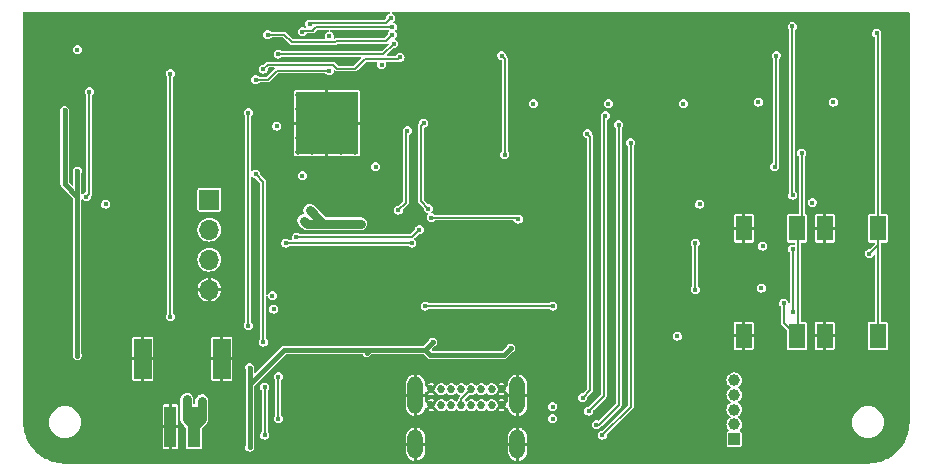
<source format=gbl>
G04 #@! TF.GenerationSoftware,KiCad,Pcbnew,(6.0.0)*
G04 #@! TF.CreationDate,2022-02-07T18:43:45-08:00*
G04 #@! TF.ProjectId,LightsProject_Rev_C,4c696768-7473-4507-926f-6a6563745f52,rev?*
G04 #@! TF.SameCoordinates,Original*
G04 #@! TF.FileFunction,Copper,L4,Bot*
G04 #@! TF.FilePolarity,Positive*
%FSLAX46Y46*%
G04 Gerber Fmt 4.6, Leading zero omitted, Abs format (unit mm)*
G04 Created by KiCad (PCBNEW (6.0.0)) date 2022-02-07 18:43:45*
%MOMM*%
%LPD*%
G01*
G04 APERTURE LIST*
G04 #@! TA.AperFunction,ComponentPad*
%ADD10R,1.700000X1.700000*%
G04 #@! TD*
G04 #@! TA.AperFunction,ComponentPad*
%ADD11O,1.700000X1.700000*%
G04 #@! TD*
G04 #@! TA.AperFunction,ComponentPad*
%ADD12C,0.685800*%
G04 #@! TD*
G04 #@! TA.AperFunction,ComponentPad*
%ADD13O,1.300000X2.500000*%
G04 #@! TD*
G04 #@! TA.AperFunction,ComponentPad*
%ADD14O,1.300000X3.200000*%
G04 #@! TD*
G04 #@! TA.AperFunction,ComponentPad*
%ADD15C,0.500000*%
G04 #@! TD*
G04 #@! TA.AperFunction,SMDPad,CuDef*
%ADD16R,5.300000X5.300000*%
G04 #@! TD*
G04 #@! TA.AperFunction,ComponentPad*
%ADD17R,1.000000X1.000000*%
G04 #@! TD*
G04 #@! TA.AperFunction,ComponentPad*
%ADD18C,1.000000*%
G04 #@! TD*
G04 #@! TA.AperFunction,SMDPad,CuDef*
%ADD19R,1.400000X2.100000*%
G04 #@! TD*
G04 #@! TA.AperFunction,SMDPad,CuDef*
%ADD20R,1.000000X3.500000*%
G04 #@! TD*
G04 #@! TA.AperFunction,SMDPad,CuDef*
%ADD21R,1.500000X3.400001*%
G04 #@! TD*
G04 #@! TA.AperFunction,ViaPad*
%ADD22C,0.450000*%
G04 #@! TD*
G04 #@! TA.AperFunction,Conductor*
%ADD23C,0.177800*%
G04 #@! TD*
G04 #@! TA.AperFunction,Conductor*
%ADD24C,0.381000*%
G04 #@! TD*
G04 #@! TA.AperFunction,Conductor*
%ADD25C,0.762000*%
G04 #@! TD*
G04 APERTURE END LIST*
D10*
X121666000Y-80020000D03*
D11*
X121666000Y-82560000D03*
X121666000Y-85100000D03*
X121666000Y-87640000D03*
D12*
X140463876Y-96065407D03*
X141313876Y-96065407D03*
X142163876Y-96065407D03*
X143013876Y-96065407D03*
X143863877Y-96065407D03*
X144713875Y-96065407D03*
X145563876Y-96065407D03*
X146413877Y-96065407D03*
X146413877Y-97415407D03*
X145563876Y-97415407D03*
X144713875Y-97415407D03*
X143863877Y-97415407D03*
X143013876Y-97415407D03*
X142163876Y-97415407D03*
X141313876Y-97415407D03*
X140463876Y-97415407D03*
D13*
X139118875Y-100715408D03*
D14*
X139118875Y-96565406D03*
D13*
X147758875Y-100715408D03*
D14*
X147758875Y-96565406D03*
D15*
X134007000Y-75955000D03*
X132807000Y-74755000D03*
X134007000Y-71155000D03*
X131607000Y-74755000D03*
X132807000Y-75955000D03*
X132807000Y-72355000D03*
X129207000Y-75955000D03*
X132807000Y-71155000D03*
X132807000Y-73555000D03*
X130407000Y-74755000D03*
X129207000Y-73555000D03*
X131607000Y-73555000D03*
X134007000Y-73555000D03*
X134007000Y-74755000D03*
X131607000Y-72355000D03*
X130407000Y-72355000D03*
D16*
X131607000Y-73555000D03*
D15*
X130407000Y-75955000D03*
X134007000Y-72355000D03*
X129207000Y-71155000D03*
X131607000Y-75955000D03*
X131607000Y-71155000D03*
X130407000Y-73555000D03*
X130407000Y-71155000D03*
X129207000Y-72355000D03*
X129207000Y-74755000D03*
D17*
X166116000Y-100290000D03*
D18*
X166116000Y-99040000D03*
X166116000Y-97790000D03*
X166116000Y-96540000D03*
X166116000Y-95290000D03*
D19*
X173772000Y-82445000D03*
X173772000Y-91545000D03*
X178272000Y-82445000D03*
X178272000Y-91545000D03*
D20*
X118380000Y-99243000D03*
X120380000Y-99243000D03*
D21*
X122730001Y-93492999D03*
X116029999Y-93492999D03*
D19*
X166914000Y-82445000D03*
X166914000Y-91545000D03*
X171414000Y-82445000D03*
X171414000Y-91545000D03*
D22*
X129540000Y-77978000D03*
X150749000Y-98552000D03*
X150749000Y-97536000D03*
X172720000Y-80264000D03*
X174498000Y-71755000D03*
X131826000Y-66167000D03*
X149098000Y-71882000D03*
X161290000Y-91567000D03*
X168402000Y-87503000D03*
X135763000Y-77216000D03*
X110490000Y-67310000D03*
X155448000Y-71882000D03*
X163195000Y-80391000D03*
X161798000Y-71882000D03*
X127000000Y-88138000D03*
X112903000Y-80391000D03*
X168529000Y-83947000D03*
X127381000Y-73787000D03*
X136271000Y-68580000D03*
X168148000Y-71755000D03*
X127127000Y-89281000D03*
X148132800Y-64414400D03*
X170992800Y-64414400D03*
X180594000Y-83159600D03*
X122047000Y-99314000D03*
X106222800Y-72034400D03*
X119989600Y-101854000D03*
X120777000Y-70358000D03*
X139242800Y-64414400D03*
X117398800Y-84378800D03*
X158292800Y-83515200D03*
X127152400Y-84988400D03*
X130251200Y-78587600D03*
X116382800Y-64414400D03*
X145592800Y-64414400D03*
X155752800Y-64414400D03*
X164642800Y-64414400D03*
X172262800Y-64414400D03*
X180594000Y-93319600D03*
X117449600Y-101854000D03*
X156851712Y-78610052D03*
X132689600Y-101854000D03*
X170789600Y-101854000D03*
X126898400Y-72186800D03*
X154432402Y-78540709D03*
X130810000Y-66167000D03*
X173736000Y-83820000D03*
X154439244Y-82633056D03*
X135686800Y-101092000D03*
X180594000Y-67919600D03*
X113842800Y-64414400D03*
X142697200Y-90424000D03*
X112268000Y-86055200D03*
X131927600Y-90932000D03*
X137769600Y-101854000D03*
X143510000Y-85725000D03*
X164134800Y-98501200D03*
X155675655Y-74619498D03*
X156210000Y-99822000D03*
X117144800Y-76047600D03*
X152247600Y-78028800D03*
X114909600Y-101854000D03*
X124002800Y-81686400D03*
X106222800Y-64414400D03*
X180594000Y-78079600D03*
X113588800Y-94945200D03*
X108762800Y-64414400D03*
X167386000Y-81026000D03*
X176072800Y-64414400D03*
X146862800Y-64414400D03*
X133096000Y-86995000D03*
X119278400Y-71729600D03*
X138811000Y-84963000D03*
X125577600Y-84937600D03*
X131318000Y-100330000D03*
X148209000Y-86106000D03*
X154482800Y-64414400D03*
X117602000Y-98044000D03*
X129413000Y-85852000D03*
X106222800Y-82194400D03*
X128574800Y-65328800D03*
X127716489Y-66843328D03*
X153009600Y-82753200D03*
X175641000Y-90043000D03*
X130149600Y-101854000D03*
X162052000Y-94615000D03*
X156854701Y-82621499D03*
X180594000Y-88239600D03*
X109169200Y-86055200D03*
X135001000Y-69088000D03*
X127762000Y-85852000D03*
X127609600Y-101854000D03*
X108356400Y-74777600D03*
X132715000Y-65913000D03*
X142849600Y-101854000D03*
X151942800Y-64414400D03*
X130352800Y-64414400D03*
X135001000Y-67056000D03*
X140817600Y-85191600D03*
X164084000Y-101041200D03*
X106222800Y-74574400D03*
X150672800Y-64414400D03*
X110032800Y-64414400D03*
X132715000Y-64516000D03*
X147193000Y-86106000D03*
X145389600Y-101854000D03*
X106222800Y-77114400D03*
X118369809Y-97155000D03*
X164084000Y-99618800D03*
X153212800Y-90220800D03*
X132486400Y-78079600D03*
X165709600Y-101854000D03*
X152354459Y-76716453D03*
X173532800Y-64414400D03*
X119278400Y-76555600D03*
X164287200Y-95808800D03*
X159562800Y-64414400D03*
X173329600Y-101854000D03*
X167182800Y-64414400D03*
X122732800Y-64414400D03*
X106222800Y-69494400D03*
X158242000Y-78689200D03*
X114808000Y-82296000D03*
X106222800Y-89814400D03*
X115112800Y-64414400D03*
X149402800Y-64414400D03*
X140589000Y-73406000D03*
X132715000Y-67183000D03*
X106222800Y-87274400D03*
X179273200Y-73761600D03*
X175514000Y-83693000D03*
X148717000Y-93853000D03*
X170332400Y-74015600D03*
X180594000Y-70459600D03*
X164185600Y-97129600D03*
X124002800Y-64414400D03*
X127101600Y-81838800D03*
X120192800Y-64414400D03*
X152247600Y-72186800D03*
X144322800Y-64414400D03*
X135229600Y-101854000D03*
X117652800Y-71526400D03*
X132588000Y-93980000D03*
X178612800Y-64414400D03*
X123825000Y-93472000D03*
X137795000Y-77216000D03*
X137795000Y-76200000D03*
X173736000Y-90170000D03*
X135077200Y-91236800D03*
X132715000Y-68453000D03*
X132588000Y-95631000D03*
X166878000Y-92964000D03*
X135432800Y-64414400D03*
X179882800Y-64414400D03*
X157276800Y-98704400D03*
X157988000Y-90220800D03*
X180594000Y-65379600D03*
X107492800Y-64414400D03*
X140935716Y-75911974D03*
X180594000Y-98399600D03*
X159410400Y-98755200D03*
X106222800Y-94894400D03*
X111302800Y-64414400D03*
X141782800Y-64414400D03*
X163372800Y-64414400D03*
X137033000Y-89027000D03*
X119126000Y-84531200D03*
X140309600Y-101854000D03*
X135001000Y-65913000D03*
X180594000Y-90779600D03*
X140589000Y-71882000D03*
X118364000Y-101346000D03*
X169722800Y-64414400D03*
X138176000Y-93853000D03*
X106222800Y-79654400D03*
X114808000Y-91313000D03*
X180594000Y-85699600D03*
X121462800Y-64414400D03*
X171958000Y-74015600D03*
X127812800Y-64414400D03*
X180594000Y-72999600D03*
X110337600Y-74676000D03*
X162687000Y-93472000D03*
X168452800Y-64414400D03*
X140335000Y-74803000D03*
X155652751Y-90061107D03*
X177342800Y-64414400D03*
X163169600Y-101854000D03*
X153212800Y-64414400D03*
X155549600Y-101854000D03*
X112369600Y-101854000D03*
X137922000Y-69215000D03*
X129082800Y-64414400D03*
X180594000Y-75539600D03*
X168859200Y-73914000D03*
X128168400Y-69799200D03*
X106222800Y-84734400D03*
X155687423Y-82552156D03*
X137972800Y-64414400D03*
X164388800Y-94386400D03*
X162814000Y-91821000D03*
X162102800Y-64414400D03*
X155726810Y-78301860D03*
X143459200Y-78638400D03*
X160629600Y-101854000D03*
X150749000Y-96520000D03*
X168249600Y-101854000D03*
X126542800Y-64414400D03*
X154404573Y-90049550D03*
X123952000Y-84836000D03*
X138811000Y-89027000D03*
X174802800Y-64414400D03*
X112420400Y-75387200D03*
X125272800Y-64414400D03*
X143052800Y-64414400D03*
X106222800Y-92354400D03*
X106222800Y-97434400D03*
X175869600Y-101854000D03*
X131318000Y-98171000D03*
X117602000Y-99314000D03*
X180594000Y-80619600D03*
X156820030Y-90061107D03*
X159410400Y-96520000D03*
X157022800Y-64414400D03*
X158292800Y-64414400D03*
X128473200Y-78587600D03*
X118922800Y-64414400D03*
X154478842Y-74670863D03*
X117652800Y-64414400D03*
X141478000Y-92583000D03*
X135763000Y-98552000D03*
X137922000Y-70231000D03*
X122529600Y-101854000D03*
X180594000Y-95859600D03*
X150469600Y-101854000D03*
X160832800Y-64414400D03*
X117602000Y-100584000D03*
X132715000Y-98171000D03*
X125069600Y-101854000D03*
X158089600Y-101854000D03*
X123698000Y-99314000D03*
X127508000Y-79502000D03*
X106222800Y-66954400D03*
X131622800Y-64414400D03*
X137033000Y-84963000D03*
X112572800Y-64414400D03*
X150749000Y-99568000D03*
X127291700Y-71076048D03*
X165912800Y-64414400D03*
X114935000Y-93345000D03*
X140512800Y-64414400D03*
X132715000Y-100330000D03*
X153009600Y-101854000D03*
X170307000Y-88773000D03*
X171831000Y-76073000D03*
X177546000Y-84582000D03*
X137160000Y-65405000D03*
X129540000Y-65786000D03*
X178181000Y-65913000D03*
X140589000Y-92075000D03*
X110490000Y-77597000D03*
X109410646Y-72451029D03*
X135001000Y-92964000D03*
X125095000Y-100965000D03*
X147193000Y-92583000D03*
X110490000Y-93218000D03*
X125095000Y-94234000D03*
X119761000Y-96901000D03*
X121031000Y-97028000D03*
X130175000Y-80899000D03*
X134493000Y-82042000D03*
X129667000Y-81788000D03*
X129032000Y-83185000D03*
X139446000Y-82550000D03*
X128143000Y-83693000D03*
X138811000Y-83693000D03*
X162814000Y-83693000D03*
X162814000Y-87630000D03*
X140462000Y-81534000D03*
X147828000Y-81661000D03*
X150749000Y-89027000D03*
X139954000Y-89027000D03*
X118364000Y-89916000D03*
X118364000Y-69342000D03*
X125603000Y-69850000D03*
X131826000Y-69088000D03*
X111252000Y-79756000D03*
X111506000Y-70866000D03*
X139827000Y-73533000D03*
X140208000Y-80772000D03*
X138430000Y-74168000D03*
X137668000Y-80899000D03*
X171069000Y-89535000D03*
X171069000Y-84201000D03*
X130175000Y-65151000D03*
X171022755Y-65337208D03*
X171069000Y-79629000D03*
X137033000Y-64643000D03*
X137160000Y-66040000D03*
X126619000Y-66040000D03*
X137287000Y-66802000D03*
X127508000Y-67691000D03*
X126238000Y-68961000D03*
X137820400Y-67970400D03*
X146431000Y-67818000D03*
X146685000Y-76200000D03*
X154432000Y-99060000D03*
X156337000Y-73660000D03*
X153797000Y-97917000D03*
X155194000Y-72898000D03*
X153289000Y-96774000D03*
X153670000Y-74422000D03*
X157353000Y-75184000D03*
X154940000Y-99949000D03*
X126365000Y-99949000D03*
X125603000Y-77851000D03*
X126238000Y-92075000D03*
X126365000Y-95885000D03*
X124968000Y-90678000D03*
X127508000Y-98552000D03*
X124968000Y-72644000D03*
X127508000Y-94996000D03*
X169545000Y-77216000D03*
X169672000Y-67818000D03*
D23*
X171414000Y-82445000D02*
X171534811Y-82565811D01*
X170307000Y-88773000D02*
X170307000Y-90438000D01*
X171534811Y-82565811D02*
X171534811Y-91424189D01*
X171831000Y-82028000D02*
X171414000Y-82445000D01*
X171831000Y-76073000D02*
X171831000Y-82028000D01*
X170307000Y-90438000D02*
X171414000Y-91545000D01*
X171534811Y-91424189D02*
X171414000Y-91545000D01*
X178272000Y-83856000D02*
X178272000Y-83784000D01*
X178181000Y-65913000D02*
X178272000Y-66004000D01*
X137160000Y-65405000D02*
X130683000Y-65405000D01*
X178272000Y-82445000D02*
X178272000Y-83784000D01*
X178272000Y-66004000D02*
X178272000Y-82445000D01*
X130462531Y-65625469D02*
X130462531Y-65701189D01*
X130462531Y-65701189D02*
X129624811Y-65701189D01*
X129624811Y-65701189D02*
X129540000Y-65786000D01*
X177546000Y-84582000D02*
X178272000Y-83856000D01*
X178272000Y-83784000D02*
X178272000Y-91545000D01*
X130683000Y-65405000D02*
X130462531Y-65625469D01*
D24*
X147193000Y-92583000D02*
X146625589Y-93150411D01*
X125095000Y-95631000D02*
X125095000Y-100965000D01*
X140394411Y-93150411D02*
X139954000Y-92710000D01*
X110490000Y-77597000D02*
X110490000Y-79756000D01*
X135382000Y-92710000D02*
X135255000Y-92710000D01*
X139573000Y-92710000D02*
X135382000Y-92710000D01*
X125095000Y-94234000D02*
X125095000Y-95631000D01*
X135255000Y-92710000D02*
X135001000Y-92964000D01*
X146625589Y-93150411D02*
X140394411Y-93150411D01*
X128016000Y-92710000D02*
X125095000Y-95631000D01*
X139954000Y-92710000D02*
X139573000Y-92710000D01*
X110490000Y-79756000D02*
X110490000Y-93218000D01*
X140589000Y-92075000D02*
X139954000Y-92710000D01*
X135382000Y-92710000D02*
X128016000Y-92710000D01*
X109410646Y-78676646D02*
X109410646Y-72451029D01*
X110490000Y-79756000D02*
X109410646Y-78676646D01*
D25*
X119761000Y-98624000D02*
X120380000Y-99243000D01*
X134493000Y-82042000D02*
X131318000Y-82042000D01*
X119761000Y-96901000D02*
X119761000Y-98624000D01*
X131318000Y-82042000D02*
X130175000Y-80899000D01*
X121031000Y-97028000D02*
X121031000Y-98592000D01*
X121031000Y-98592000D02*
X120380000Y-99243000D01*
X131318000Y-82042000D02*
X129921000Y-82042000D01*
X129921000Y-82042000D02*
X129667000Y-81788000D01*
D23*
X143013876Y-97415407D02*
X143013876Y-96915408D01*
X143013876Y-96915408D02*
X143863877Y-96065407D01*
X138811000Y-83185000D02*
X129032000Y-83185000D01*
X139446000Y-82550000D02*
X138811000Y-83185000D01*
X138811000Y-83693000D02*
X128143000Y-83693000D01*
X162814000Y-83693000D02*
X162814000Y-87630000D01*
X140462000Y-81534000D02*
X147701000Y-81534000D01*
X147701000Y-81534000D02*
X147828000Y-81661000D01*
X139954000Y-89027000D02*
X150749000Y-89027000D01*
X118364000Y-69342000D02*
X118364000Y-89916000D01*
X111506000Y-79502000D02*
X111252000Y-79756000D01*
X131826000Y-69088000D02*
X127381000Y-69088000D01*
X111506000Y-70866000D02*
X111506000Y-79502000D01*
X127381000Y-69088000D02*
X126619000Y-69850000D01*
X126619000Y-69850000D02*
X125603000Y-69850000D01*
X139573000Y-80137000D02*
X139573000Y-73787000D01*
X139573000Y-73787000D02*
X139827000Y-73533000D01*
X140208000Y-80772000D02*
X139573000Y-80137000D01*
X137668000Y-80899000D02*
X138303000Y-80264000D01*
X138303000Y-80264000D02*
X138303000Y-74295000D01*
X138303000Y-74295000D02*
X138430000Y-74168000D01*
X136652000Y-65024000D02*
X130302000Y-65024000D01*
X171022755Y-65337208D02*
X170984189Y-65375774D01*
X170984189Y-79544189D02*
X171069000Y-79629000D01*
X170984189Y-65375774D02*
X170984189Y-79544189D01*
X171069000Y-84201000D02*
X171069000Y-89535000D01*
X130302000Y-65024000D02*
X130175000Y-65151000D01*
X137033000Y-64643000D02*
X136652000Y-65024000D01*
X137160000Y-66040000D02*
X136609811Y-66590189D01*
X128651000Y-66675000D02*
X128016000Y-66040000D01*
X132334000Y-66675000D02*
X128651000Y-66675000D01*
X132418811Y-66590189D02*
X132334000Y-66675000D01*
X128016000Y-66040000D02*
X126619000Y-66040000D01*
X136609811Y-66590189D02*
X132418811Y-66590189D01*
X136398000Y-67691000D02*
X137287000Y-66802000D01*
X127508000Y-67691000D02*
X136398000Y-67691000D01*
X132522054Y-68918811D02*
X132183243Y-68580000D01*
X137820400Y-67970400D02*
X137676611Y-68114189D01*
X134831811Y-68114189D02*
X134027189Y-68918811D01*
X137676611Y-68114189D02*
X134831811Y-68114189D01*
X126619000Y-68580000D02*
X126238000Y-68961000D01*
X134027189Y-68918811D02*
X132522054Y-68918811D01*
X132183243Y-68580000D02*
X126619000Y-68580000D01*
X146685000Y-76200000D02*
X146685000Y-68072000D01*
X146685000Y-68072000D02*
X146431000Y-67818000D01*
X156337000Y-97409000D02*
X154686000Y-99060000D01*
X154686000Y-99060000D02*
X154432000Y-99060000D01*
X156337000Y-73660000D02*
X156337000Y-97409000D01*
X155067000Y-96647000D02*
X153797000Y-97917000D01*
X155067000Y-73025000D02*
X155067000Y-96647000D01*
X155194000Y-72898000D02*
X155067000Y-73025000D01*
X153924000Y-74676000D02*
X153670000Y-74422000D01*
X153924000Y-96139000D02*
X153924000Y-74676000D01*
X153289000Y-96774000D02*
X153924000Y-96139000D01*
X157353000Y-97536000D02*
X154940000Y-99949000D01*
X157353000Y-75184000D02*
X157353000Y-97536000D01*
X126238000Y-78486000D02*
X125603000Y-77851000D01*
X126238000Y-92075000D02*
X126238000Y-78486000D01*
X126365000Y-99949000D02*
X126365000Y-95885000D01*
X127508000Y-98552000D02*
X127508000Y-94996000D01*
X124968000Y-90678000D02*
X124968000Y-72644000D01*
X169672000Y-67818000D02*
X169672000Y-77089000D01*
X169672000Y-77089000D02*
X169545000Y-77216000D01*
G04 #@! TA.AperFunction,Conductor*
G36*
X136934847Y-64152593D02*
G01*
X136960567Y-64197142D01*
X136951634Y-64247800D01*
X136914240Y-64278080D01*
X136914767Y-64279115D01*
X136909899Y-64281595D01*
X136909898Y-64281596D01*
X136808107Y-64333461D01*
X136723461Y-64418107D01*
X136669115Y-64524767D01*
X136650389Y-64643000D01*
X136651315Y-64648846D01*
X136651315Y-64651580D01*
X136633722Y-64699918D01*
X136629289Y-64704754D01*
X136573869Y-64760174D01*
X136527249Y-64781914D01*
X136520695Y-64782200D01*
X130310310Y-64782200D01*
X130306374Y-64782097D01*
X130267855Y-64780078D01*
X130267851Y-64780078D01*
X130263329Y-64779841D01*
X130262711Y-64780078D01*
X130248806Y-64780079D01*
X130175000Y-64768389D01*
X130056767Y-64787115D01*
X129950107Y-64841461D01*
X129865461Y-64926107D01*
X129811115Y-65032767D01*
X129792389Y-65151000D01*
X129811115Y-65269233D01*
X129820049Y-65286767D01*
X129852293Y-65350049D01*
X129858562Y-65401105D01*
X129830546Y-65444246D01*
X129785289Y-65459389D01*
X129749442Y-65459389D01*
X129715302Y-65451193D01*
X129690178Y-65438392D01*
X129658233Y-65422115D01*
X129540000Y-65403389D01*
X129421767Y-65422115D01*
X129315107Y-65476461D01*
X129230461Y-65561107D01*
X129176115Y-65667767D01*
X129174793Y-65676115D01*
X129159712Y-65771336D01*
X129157389Y-65786000D01*
X129158315Y-65791847D01*
X129160826Y-65807698D01*
X129176115Y-65904233D01*
X129230461Y-66010893D01*
X129315107Y-66095539D01*
X129320383Y-66098227D01*
X129320384Y-66098228D01*
X129344067Y-66110295D01*
X129421767Y-66149885D01*
X129540000Y-66168611D01*
X129658233Y-66149885D01*
X129735933Y-66110295D01*
X129759616Y-66098228D01*
X129759617Y-66098227D01*
X129764893Y-66095539D01*
X129849539Y-66010893D01*
X129852226Y-66005620D01*
X129852230Y-66005614D01*
X129863218Y-65984048D01*
X129900839Y-65948967D01*
X129930221Y-65942989D01*
X130445917Y-65942989D01*
X130453778Y-65943401D01*
X130488371Y-65947037D01*
X130500830Y-65942989D01*
X130521455Y-65936288D01*
X130529056Y-65934252D01*
X130555342Y-65928664D01*
X130555345Y-65928662D01*
X130563077Y-65927019D01*
X130569472Y-65922373D01*
X130574166Y-65920283D01*
X130578615Y-65917714D01*
X130586132Y-65915272D01*
X130592003Y-65909986D01*
X130592006Y-65909984D01*
X130611983Y-65891997D01*
X130618097Y-65887046D01*
X130639843Y-65871245D01*
X130646238Y-65866599D01*
X130650189Y-65859755D01*
X130653629Y-65855935D01*
X130656648Y-65851780D01*
X130662522Y-65846491D01*
X130676672Y-65814709D01*
X130680245Y-65807698D01*
X130693681Y-65784426D01*
X130693681Y-65784425D01*
X130697634Y-65777579D01*
X130698460Y-65769716D01*
X130700047Y-65764832D01*
X130701115Y-65759808D01*
X130704331Y-65752585D01*
X130704331Y-65744679D01*
X130704843Y-65742270D01*
X130725226Y-65704731D01*
X130761131Y-65668826D01*
X130807751Y-65647086D01*
X130814305Y-65646800D01*
X131739196Y-65646800D01*
X131787534Y-65664393D01*
X131813254Y-65708942D01*
X131804321Y-65759600D01*
X131764916Y-65792665D01*
X131750960Y-65796274D01*
X131707767Y-65803115D01*
X131601107Y-65857461D01*
X131516461Y-65942107D01*
X131513773Y-65947383D01*
X131513772Y-65947384D01*
X131495091Y-65984048D01*
X131462115Y-66048767D01*
X131454707Y-66095539D01*
X131444778Y-66158233D01*
X131443389Y-66167000D01*
X131462115Y-66285233D01*
X131464803Y-66290508D01*
X131464803Y-66290509D01*
X131481796Y-66323861D01*
X131488064Y-66374917D01*
X131460048Y-66418058D01*
X131414792Y-66433200D01*
X128782305Y-66433200D01*
X128733967Y-66415607D01*
X128729131Y-66411174D01*
X128192858Y-65874901D01*
X128190147Y-65872045D01*
X128166592Y-65845884D01*
X128166591Y-65845884D01*
X128161302Y-65840009D01*
X128144720Y-65832627D01*
X128137139Y-65829251D01*
X128126769Y-65823620D01*
X128111222Y-65813524D01*
X128111220Y-65813523D01*
X128104589Y-65809217D01*
X128096781Y-65807980D01*
X128096780Y-65807980D01*
X128095048Y-65807706D01*
X128076224Y-65802130D01*
X128074618Y-65801415D01*
X128074616Y-65801415D01*
X128067396Y-65798200D01*
X128040946Y-65798200D01*
X128029182Y-65797274D01*
X128010869Y-65794373D01*
X128010867Y-65794373D01*
X128003062Y-65793137D01*
X127995430Y-65795182D01*
X127995429Y-65795182D01*
X127993728Y-65795638D01*
X127974265Y-65798200D01*
X126942780Y-65798200D01*
X126894442Y-65780607D01*
X126889606Y-65776174D01*
X126843893Y-65730461D01*
X126829865Y-65723313D01*
X126771125Y-65693384D01*
X126737233Y-65676115D01*
X126619000Y-65657389D01*
X126500767Y-65676115D01*
X126466875Y-65693384D01*
X126408136Y-65723313D01*
X126394107Y-65730461D01*
X126309461Y-65815107D01*
X126306773Y-65820383D01*
X126306772Y-65820384D01*
X126288658Y-65855935D01*
X126255115Y-65921767D01*
X126254189Y-65927614D01*
X126237778Y-66031233D01*
X126236389Y-66040000D01*
X126237315Y-66045847D01*
X126238704Y-66054614D01*
X126255115Y-66158233D01*
X126309461Y-66264893D01*
X126394107Y-66349539D01*
X126399383Y-66352227D01*
X126399384Y-66352228D01*
X126443813Y-66374865D01*
X126500767Y-66403885D01*
X126619000Y-66422611D01*
X126737233Y-66403885D01*
X126794187Y-66374865D01*
X126838616Y-66352228D01*
X126838617Y-66352227D01*
X126843893Y-66349539D01*
X126889606Y-66303826D01*
X126936226Y-66282086D01*
X126942780Y-66281800D01*
X127884695Y-66281800D01*
X127933033Y-66299393D01*
X127937869Y-66303826D01*
X128474142Y-66840099D01*
X128476852Y-66842954D01*
X128505698Y-66874991D01*
X128522162Y-66882321D01*
X128529861Y-66885749D01*
X128540231Y-66891380D01*
X128555778Y-66901476D01*
X128555780Y-66901477D01*
X128562411Y-66905783D01*
X128570219Y-66907020D01*
X128570220Y-66907020D01*
X128571952Y-66907294D01*
X128590776Y-66912870D01*
X128592382Y-66913585D01*
X128592384Y-66913585D01*
X128599604Y-66916800D01*
X128626054Y-66916800D01*
X128637818Y-66917726D01*
X128656131Y-66920627D01*
X128656133Y-66920627D01*
X128663938Y-66921863D01*
X128671570Y-66919818D01*
X128671571Y-66919818D01*
X128673272Y-66919362D01*
X128692735Y-66916800D01*
X132325690Y-66916800D01*
X132329627Y-66916903D01*
X132372671Y-66919159D01*
X132387192Y-66913585D01*
X132397360Y-66909682D01*
X132408673Y-66906331D01*
X132426810Y-66902475D01*
X132426813Y-66902474D01*
X132434546Y-66900830D01*
X132440942Y-66896183D01*
X132440944Y-66896182D01*
X132442363Y-66895151D01*
X132459613Y-66885785D01*
X132461256Y-66885154D01*
X132461257Y-66885154D01*
X132468636Y-66882321D01*
X132487338Y-66863619D01*
X132496311Y-66855955D01*
X132509530Y-66846351D01*
X132553731Y-66831989D01*
X136601501Y-66831989D01*
X136605438Y-66832092D01*
X136648482Y-66834348D01*
X136660348Y-66829793D01*
X136673171Y-66824871D01*
X136684484Y-66821520D01*
X136702621Y-66817664D01*
X136702624Y-66817663D01*
X136710357Y-66816019D01*
X136716753Y-66811372D01*
X136716755Y-66811371D01*
X136718174Y-66810340D01*
X136735424Y-66800974D01*
X136744445Y-66797511D01*
X136745155Y-66799360D01*
X136785078Y-66790143D01*
X136830911Y-66813496D01*
X136851010Y-66860847D01*
X136835970Y-66910039D01*
X136829087Y-66917956D01*
X136319869Y-67427174D01*
X136273249Y-67448914D01*
X136266695Y-67449200D01*
X127831780Y-67449200D01*
X127783442Y-67431607D01*
X127778606Y-67427174D01*
X127732893Y-67381461D01*
X127626233Y-67327115D01*
X127508000Y-67308389D01*
X127389767Y-67327115D01*
X127283107Y-67381461D01*
X127198461Y-67466107D01*
X127144115Y-67572767D01*
X127125389Y-67691000D01*
X127126315Y-67696847D01*
X127127704Y-67705614D01*
X127144115Y-67809233D01*
X127159521Y-67839469D01*
X127187657Y-67894688D01*
X127198461Y-67915893D01*
X127283107Y-68000539D01*
X127389767Y-68054885D01*
X127508000Y-68073611D01*
X127626233Y-68054885D01*
X127732893Y-68000539D01*
X127778606Y-67954826D01*
X127825226Y-67933086D01*
X127831780Y-67932800D01*
X134489695Y-67932800D01*
X134538033Y-67950393D01*
X134563753Y-67994942D01*
X134554820Y-68045600D01*
X134542869Y-68061174D01*
X133949058Y-68654985D01*
X133902438Y-68676725D01*
X133895884Y-68677011D01*
X132653359Y-68677011D01*
X132605021Y-68659418D01*
X132600185Y-68654985D01*
X132360101Y-68414901D01*
X132357390Y-68412045D01*
X132333835Y-68385884D01*
X132333834Y-68385884D01*
X132328545Y-68380009D01*
X132305718Y-68369846D01*
X132304382Y-68369251D01*
X132294012Y-68363620D01*
X132278465Y-68353524D01*
X132278463Y-68353523D01*
X132271832Y-68349217D01*
X132264024Y-68347980D01*
X132264023Y-68347980D01*
X132262291Y-68347706D01*
X132243467Y-68342130D01*
X132241861Y-68341415D01*
X132241859Y-68341415D01*
X132234639Y-68338200D01*
X132208189Y-68338200D01*
X132196425Y-68337274D01*
X132178112Y-68334373D01*
X132178110Y-68334373D01*
X132170305Y-68333137D01*
X132162673Y-68335182D01*
X132162672Y-68335182D01*
X132160971Y-68335638D01*
X132141508Y-68338200D01*
X126627303Y-68338200D01*
X126623366Y-68338097D01*
X126580329Y-68335841D01*
X126572949Y-68338674D01*
X126555640Y-68345318D01*
X126544327Y-68348669D01*
X126526190Y-68352525D01*
X126526187Y-68352526D01*
X126518454Y-68354170D01*
X126512058Y-68358817D01*
X126512056Y-68358818D01*
X126510637Y-68359849D01*
X126493387Y-68369215D01*
X126491744Y-68369846D01*
X126491743Y-68369846D01*
X126484364Y-68372679D01*
X126465662Y-68391381D01*
X126456689Y-68399045D01*
X126435293Y-68414590D01*
X126431342Y-68421434D01*
X126430461Y-68422960D01*
X126418510Y-68438533D01*
X126299754Y-68557289D01*
X126253134Y-68579029D01*
X126246580Y-68579315D01*
X126243846Y-68579315D01*
X126238000Y-68578389D01*
X126119767Y-68597115D01*
X126013107Y-68651461D01*
X125928461Y-68736107D01*
X125874115Y-68842767D01*
X125855389Y-68961000D01*
X125856315Y-68966847D01*
X125857953Y-68977189D01*
X125874115Y-69079233D01*
X125895163Y-69120542D01*
X125916885Y-69163173D01*
X125928461Y-69185893D01*
X126013107Y-69270539D01*
X126119767Y-69324885D01*
X126238000Y-69343611D01*
X126356233Y-69324885D01*
X126462893Y-69270539D01*
X126547539Y-69185893D01*
X126559116Y-69163173D01*
X126580837Y-69120542D01*
X126601885Y-69079233D01*
X126618047Y-68977189D01*
X126619685Y-68966847D01*
X126620611Y-68961000D01*
X126619685Y-68955153D01*
X126619685Y-68952420D01*
X126637278Y-68904082D01*
X126641711Y-68899246D01*
X126697131Y-68843826D01*
X126743751Y-68822086D01*
X126750305Y-68821800D01*
X127123695Y-68821800D01*
X127172033Y-68839393D01*
X127197753Y-68883942D01*
X127188820Y-68934600D01*
X127176869Y-68950174D01*
X126540869Y-69586174D01*
X126494249Y-69607914D01*
X126487695Y-69608200D01*
X125926780Y-69608200D01*
X125878442Y-69590607D01*
X125873606Y-69586174D01*
X125827893Y-69540461D01*
X125721233Y-69486115D01*
X125603000Y-69467389D01*
X125484767Y-69486115D01*
X125378107Y-69540461D01*
X125293461Y-69625107D01*
X125239115Y-69731767D01*
X125220389Y-69850000D01*
X125239115Y-69968233D01*
X125241802Y-69973506D01*
X125286273Y-70060785D01*
X125293461Y-70074893D01*
X125378107Y-70159539D01*
X125484767Y-70213885D01*
X125603000Y-70232611D01*
X125721233Y-70213885D01*
X125827893Y-70159539D01*
X125873606Y-70113826D01*
X125920226Y-70092086D01*
X125926780Y-70091800D01*
X126610690Y-70091800D01*
X126614627Y-70091903D01*
X126657671Y-70094159D01*
X126669537Y-70089604D01*
X126682360Y-70084682D01*
X126693673Y-70081331D01*
X126711810Y-70077475D01*
X126711813Y-70077474D01*
X126719546Y-70075830D01*
X126725942Y-70071183D01*
X126725944Y-70071182D01*
X126727363Y-70070151D01*
X126744613Y-70060785D01*
X126746256Y-70060154D01*
X126746257Y-70060154D01*
X126753636Y-70057321D01*
X126772338Y-70038619D01*
X126781311Y-70030955D01*
X126796312Y-70020056D01*
X126802707Y-70015410D01*
X126807541Y-70007037D01*
X126819490Y-69991467D01*
X127459131Y-69351826D01*
X127505751Y-69330086D01*
X127512305Y-69329800D01*
X131502220Y-69329800D01*
X131550558Y-69347393D01*
X131555394Y-69351826D01*
X131601107Y-69397539D01*
X131707767Y-69451885D01*
X131826000Y-69470611D01*
X131944233Y-69451885D01*
X132050893Y-69397539D01*
X132135539Y-69312893D01*
X132189885Y-69206233D01*
X132192505Y-69189693D01*
X132204758Y-69112330D01*
X132229696Y-69067340D01*
X132277720Y-69048905D01*
X132326357Y-69065653D01*
X132332206Y-69070920D01*
X132345196Y-69083910D01*
X132347907Y-69086766D01*
X132370925Y-69112330D01*
X132376752Y-69118802D01*
X132384798Y-69122384D01*
X132400915Y-69129560D01*
X132411285Y-69135191D01*
X132426832Y-69145287D01*
X132426834Y-69145288D01*
X132433465Y-69149594D01*
X132441273Y-69150831D01*
X132441274Y-69150831D01*
X132443006Y-69151105D01*
X132461830Y-69156681D01*
X132463436Y-69157396D01*
X132463438Y-69157396D01*
X132470658Y-69160611D01*
X132497108Y-69160611D01*
X132508872Y-69161537D01*
X132527185Y-69164438D01*
X132527187Y-69164438D01*
X132534992Y-69165674D01*
X132542624Y-69163629D01*
X132542625Y-69163629D01*
X132544326Y-69163173D01*
X132563789Y-69160611D01*
X134018879Y-69160611D01*
X134022816Y-69160714D01*
X134065860Y-69162970D01*
X134080381Y-69157396D01*
X134090549Y-69153493D01*
X134101862Y-69150142D01*
X134119999Y-69146286D01*
X134120002Y-69146285D01*
X134127735Y-69144641D01*
X134134131Y-69139994D01*
X134134133Y-69139993D01*
X134135552Y-69138962D01*
X134152802Y-69129596D01*
X134154445Y-69128965D01*
X134154446Y-69128965D01*
X134161825Y-69126132D01*
X134180527Y-69107430D01*
X134189500Y-69099766D01*
X134204501Y-69088867D01*
X134210896Y-69084221D01*
X134215730Y-69075848D01*
X134227679Y-69060278D01*
X134909942Y-68378015D01*
X134956562Y-68356275D01*
X134963116Y-68355989D01*
X135838954Y-68355989D01*
X135887292Y-68373582D01*
X135913012Y-68418131D01*
X135910473Y-68454427D01*
X135909801Y-68456496D01*
X135907115Y-68461767D01*
X135888389Y-68580000D01*
X135907115Y-68698233D01*
X135961461Y-68804893D01*
X136046107Y-68889539D01*
X136152767Y-68943885D01*
X136271000Y-68962611D01*
X136389233Y-68943885D01*
X136495893Y-68889539D01*
X136580539Y-68804893D01*
X136634885Y-68698233D01*
X136653611Y-68580000D01*
X136634885Y-68461767D01*
X136632199Y-68456496D01*
X136631527Y-68454427D01*
X136633322Y-68403018D01*
X136667742Y-68364791D01*
X136703046Y-68355989D01*
X137668301Y-68355989D01*
X137672238Y-68356092D01*
X137715282Y-68358348D01*
X137737017Y-68350005D01*
X137775729Y-68345936D01*
X137814553Y-68352085D01*
X137820400Y-68353011D01*
X137839380Y-68350005D01*
X137893615Y-68341415D01*
X137938633Y-68334285D01*
X138045293Y-68279939D01*
X138129939Y-68195293D01*
X138184285Y-68088633D01*
X138203011Y-67970400D01*
X138196674Y-67930386D01*
X138185211Y-67858014D01*
X138184285Y-67852167D01*
X138166876Y-67818000D01*
X146048389Y-67818000D01*
X146049315Y-67823847D01*
X146056056Y-67866411D01*
X146067115Y-67936233D01*
X146084524Y-67970400D01*
X146112828Y-68025949D01*
X146121461Y-68042893D01*
X146206107Y-68127539D01*
X146211383Y-68130227D01*
X146211384Y-68130228D01*
X146255813Y-68152865D01*
X146312767Y-68181885D01*
X146379764Y-68192496D01*
X146424754Y-68217434D01*
X146443200Y-68266770D01*
X146443200Y-75876220D01*
X146425607Y-75924558D01*
X146421174Y-75929394D01*
X146375461Y-75975107D01*
X146372773Y-75980383D01*
X146372772Y-75980384D01*
X146366554Y-75992587D01*
X146321115Y-76081767D01*
X146320189Y-76087614D01*
X146303778Y-76191233D01*
X146302389Y-76200000D01*
X146321115Y-76318233D01*
X146375461Y-76424893D01*
X146460107Y-76509539D01*
X146566767Y-76563885D01*
X146685000Y-76582611D01*
X146803233Y-76563885D01*
X146909893Y-76509539D01*
X146994539Y-76424893D01*
X147048885Y-76318233D01*
X147067611Y-76200000D01*
X147066223Y-76191233D01*
X147049811Y-76087614D01*
X147048885Y-76081767D01*
X147003446Y-75992587D01*
X146997228Y-75980384D01*
X146997227Y-75980383D01*
X146994539Y-75975107D01*
X146948826Y-75929394D01*
X146927086Y-75882774D01*
X146926800Y-75876220D01*
X146926800Y-71882000D01*
X148715389Y-71882000D01*
X148734115Y-72000233D01*
X148736802Y-72005506D01*
X148777927Y-72086218D01*
X148788461Y-72106893D01*
X148873107Y-72191539D01*
X148979767Y-72245885D01*
X149098000Y-72264611D01*
X149216233Y-72245885D01*
X149322893Y-72191539D01*
X149407539Y-72106893D01*
X149418074Y-72086218D01*
X149459198Y-72005506D01*
X149461885Y-72000233D01*
X149480611Y-71882000D01*
X155065389Y-71882000D01*
X155084115Y-72000233D01*
X155086802Y-72005506D01*
X155127927Y-72086218D01*
X155138461Y-72106893D01*
X155223107Y-72191539D01*
X155329767Y-72245885D01*
X155448000Y-72264611D01*
X155566233Y-72245885D01*
X155672893Y-72191539D01*
X155757539Y-72106893D01*
X155768074Y-72086218D01*
X155809198Y-72005506D01*
X155811885Y-72000233D01*
X155830611Y-71882000D01*
X161415389Y-71882000D01*
X161434115Y-72000233D01*
X161436802Y-72005506D01*
X161477927Y-72086218D01*
X161488461Y-72106893D01*
X161573107Y-72191539D01*
X161679767Y-72245885D01*
X161798000Y-72264611D01*
X161916233Y-72245885D01*
X162022893Y-72191539D01*
X162107539Y-72106893D01*
X162118074Y-72086218D01*
X162159198Y-72005506D01*
X162161885Y-72000233D01*
X162180611Y-71882000D01*
X162179223Y-71873233D01*
X162162811Y-71769614D01*
X162161885Y-71763767D01*
X162157418Y-71755000D01*
X167765389Y-71755000D01*
X167766315Y-71760847D01*
X167767704Y-71769614D01*
X167784115Y-71873233D01*
X167838461Y-71979893D01*
X167923107Y-72064539D01*
X168029767Y-72118885D01*
X168148000Y-72137611D01*
X168266233Y-72118885D01*
X168372893Y-72064539D01*
X168457539Y-71979893D01*
X168511885Y-71873233D01*
X168528296Y-71769614D01*
X168529685Y-71760847D01*
X168530611Y-71755000D01*
X168511885Y-71636767D01*
X168457539Y-71530107D01*
X168372893Y-71445461D01*
X168266233Y-71391115D01*
X168148000Y-71372389D01*
X168029767Y-71391115D01*
X167923107Y-71445461D01*
X167838461Y-71530107D01*
X167784115Y-71636767D01*
X167765389Y-71755000D01*
X162157418Y-71755000D01*
X162107539Y-71657107D01*
X162022893Y-71572461D01*
X161916233Y-71518115D01*
X161798000Y-71499389D01*
X161679767Y-71518115D01*
X161573107Y-71572461D01*
X161488461Y-71657107D01*
X161434115Y-71763767D01*
X161433189Y-71769614D01*
X161416778Y-71873233D01*
X161415389Y-71882000D01*
X155830611Y-71882000D01*
X155829223Y-71873233D01*
X155812811Y-71769614D01*
X155811885Y-71763767D01*
X155757539Y-71657107D01*
X155672893Y-71572461D01*
X155566233Y-71518115D01*
X155448000Y-71499389D01*
X155329767Y-71518115D01*
X155223107Y-71572461D01*
X155138461Y-71657107D01*
X155084115Y-71763767D01*
X155083189Y-71769614D01*
X155066778Y-71873233D01*
X155065389Y-71882000D01*
X149480611Y-71882000D01*
X149479223Y-71873233D01*
X149462811Y-71769614D01*
X149461885Y-71763767D01*
X149407539Y-71657107D01*
X149322893Y-71572461D01*
X149216233Y-71518115D01*
X149098000Y-71499389D01*
X148979767Y-71518115D01*
X148873107Y-71572461D01*
X148788461Y-71657107D01*
X148734115Y-71763767D01*
X148733189Y-71769614D01*
X148716778Y-71873233D01*
X148715389Y-71882000D01*
X146926800Y-71882000D01*
X146926800Y-68080303D01*
X146926903Y-68076366D01*
X146928516Y-68045600D01*
X146929159Y-68033329D01*
X146919682Y-68008640D01*
X146916331Y-67997327D01*
X146912475Y-67979190D01*
X146912474Y-67979187D01*
X146910830Y-67971454D01*
X146906183Y-67965058D01*
X146906182Y-67965056D01*
X146905151Y-67963637D01*
X146895785Y-67946387D01*
X146895154Y-67944744D01*
X146895154Y-67944743D01*
X146892321Y-67937364D01*
X146873619Y-67918662D01*
X146865955Y-67909689D01*
X146855056Y-67894688D01*
X146850410Y-67888293D01*
X146843565Y-67884341D01*
X146837691Y-67879052D01*
X146840234Y-67876227D01*
X146817246Y-67848888D01*
X146812748Y-67823450D01*
X146813611Y-67818000D01*
X146812223Y-67809233D01*
X146795811Y-67705614D01*
X146794885Y-67699767D01*
X146740539Y-67593107D01*
X146655893Y-67508461D01*
X146549233Y-67454115D01*
X146431000Y-67435389D01*
X146312767Y-67454115D01*
X146206107Y-67508461D01*
X146121461Y-67593107D01*
X146067115Y-67699767D01*
X146066189Y-67705614D01*
X146049778Y-67809233D01*
X146048389Y-67818000D01*
X138166876Y-67818000D01*
X138129939Y-67745507D01*
X138045293Y-67660861D01*
X137938633Y-67606515D01*
X137820400Y-67587789D01*
X137702167Y-67606515D01*
X137595507Y-67660861D01*
X137510861Y-67745507D01*
X137508173Y-67750783D01*
X137508172Y-67750784D01*
X137467132Y-67831329D01*
X137429511Y-67866411D01*
X137400128Y-67872389D01*
X136740116Y-67872389D01*
X136691778Y-67854796D01*
X136666058Y-67810247D01*
X136674991Y-67759589D01*
X136686942Y-67744015D01*
X137225246Y-67205711D01*
X137271866Y-67183971D01*
X137278420Y-67183685D01*
X137281154Y-67183685D01*
X137287000Y-67184611D01*
X137405233Y-67165885D01*
X137511893Y-67111539D01*
X137596539Y-67026893D01*
X137650885Y-66920233D01*
X137669611Y-66802000D01*
X137650885Y-66683767D01*
X137596539Y-66577107D01*
X137511893Y-66492461D01*
X137425303Y-66448341D01*
X137390221Y-66410720D01*
X137387529Y-66359351D01*
X137406269Y-66328163D01*
X137469539Y-66264893D01*
X137523885Y-66158233D01*
X137540296Y-66054614D01*
X137541685Y-66045847D01*
X137542611Y-66040000D01*
X137541223Y-66031233D01*
X137524811Y-65927614D01*
X137523885Y-65921767D01*
X137490342Y-65855935D01*
X137472228Y-65820384D01*
X137472227Y-65820383D01*
X137469539Y-65815107D01*
X137430106Y-65775674D01*
X137408366Y-65729054D01*
X137421680Y-65679367D01*
X137430106Y-65669326D01*
X137469539Y-65629893D01*
X137523885Y-65523233D01*
X137542611Y-65405000D01*
X137523885Y-65286767D01*
X137469539Y-65180107D01*
X137384893Y-65095461D01*
X137298303Y-65051341D01*
X137263221Y-65013720D01*
X137260529Y-64962351D01*
X137279269Y-64931163D01*
X137342539Y-64867893D01*
X137396885Y-64761233D01*
X137415611Y-64643000D01*
X137396885Y-64524767D01*
X137342539Y-64418107D01*
X137257893Y-64333461D01*
X137151233Y-64279115D01*
X137151713Y-64278172D01*
X137115719Y-64250052D01*
X137105023Y-64199736D01*
X137129171Y-64154317D01*
X137179491Y-64135000D01*
X180881516Y-64135000D01*
X180929854Y-64152593D01*
X180955574Y-64197142D01*
X180956716Y-64210200D01*
X180956716Y-98806383D01*
X180955790Y-98818146D01*
X180951967Y-98842284D01*
X180952893Y-98848130D01*
X180952893Y-98848131D01*
X180954375Y-98857488D01*
X180955210Y-98872942D01*
X180939952Y-99183513D01*
X180939229Y-99190857D01*
X180910137Y-99386984D01*
X180890829Y-99517149D01*
X180889641Y-99525155D01*
X180888202Y-99532388D01*
X180861792Y-99637823D01*
X180806087Y-99860209D01*
X180803945Y-99867271D01*
X180750114Y-100017720D01*
X180694235Y-100173893D01*
X180690093Y-100185468D01*
X180687271Y-100192282D01*
X180631500Y-100310198D01*
X180542776Y-100497788D01*
X180539297Y-100504296D01*
X180365556Y-100794166D01*
X180361458Y-100800300D01*
X180322659Y-100852614D01*
X180160140Y-101071745D01*
X180155459Y-101077449D01*
X179928505Y-101327854D01*
X179923286Y-101333073D01*
X179672881Y-101560027D01*
X179667177Y-101564708D01*
X179395735Y-101766024D01*
X179389598Y-101770124D01*
X179099728Y-101943865D01*
X179093220Y-101947344D01*
X178962099Y-102009360D01*
X178787714Y-102091839D01*
X178780903Y-102094660D01*
X178746906Y-102106824D01*
X178462703Y-102208513D01*
X178455641Y-102210655D01*
X178291733Y-102251712D01*
X178127820Y-102292770D01*
X178120592Y-102294208D01*
X177989045Y-102313721D01*
X177786289Y-102343797D01*
X177778945Y-102344520D01*
X177468374Y-102359778D01*
X177452920Y-102358943D01*
X177443563Y-102357461D01*
X177443562Y-102357461D01*
X177437716Y-102356535D01*
X177417241Y-102359778D01*
X177413579Y-102360358D01*
X177401815Y-102361284D01*
X109473617Y-102361284D01*
X109461853Y-102360358D01*
X109458191Y-102359778D01*
X109437716Y-102356535D01*
X109431870Y-102357461D01*
X109431869Y-102357461D01*
X109422512Y-102358943D01*
X109407058Y-102359778D01*
X109096487Y-102344520D01*
X109089143Y-102343797D01*
X108886387Y-102313721D01*
X108754840Y-102294208D01*
X108747612Y-102292770D01*
X108583699Y-102251712D01*
X108419791Y-102210655D01*
X108412729Y-102208513D01*
X108128526Y-102106824D01*
X108094529Y-102094660D01*
X108087718Y-102091839D01*
X107913333Y-102009360D01*
X107782212Y-101947344D01*
X107775704Y-101943865D01*
X107485834Y-101770124D01*
X107479697Y-101766024D01*
X107208255Y-101564708D01*
X107202551Y-101560027D01*
X106980268Y-101358561D01*
X138316475Y-101358561D01*
X138316711Y-101362771D01*
X138330995Y-101490118D01*
X138332848Y-101498278D01*
X138389284Y-101660338D01*
X138392893Y-101667872D01*
X138483832Y-101813403D01*
X138489023Y-101819954D01*
X138609950Y-101941727D01*
X138616452Y-101946955D01*
X138761348Y-102038910D01*
X138768862Y-102042575D01*
X138930531Y-102100142D01*
X138938658Y-102102048D01*
X138978710Y-102106824D01*
X138989231Y-102104356D01*
X138991875Y-102100822D01*
X138991875Y-102095665D01*
X139245875Y-102095665D01*
X139249572Y-102105822D01*
X139253548Y-102108118D01*
X139288085Y-102104488D01*
X139296252Y-102102692D01*
X139458699Y-102047391D01*
X139466264Y-102043832D01*
X139612430Y-101953910D01*
X139619009Y-101948770D01*
X139741622Y-101828698D01*
X139746901Y-101822226D01*
X139839868Y-101677969D01*
X139843578Y-101670495D01*
X139902272Y-101509233D01*
X139904238Y-101501106D01*
X139920978Y-101368597D01*
X139921275Y-101363876D01*
X139921275Y-101358561D01*
X146956475Y-101358561D01*
X146956711Y-101362771D01*
X146970995Y-101490118D01*
X146972848Y-101498278D01*
X147029284Y-101660338D01*
X147032893Y-101667872D01*
X147123832Y-101813403D01*
X147129023Y-101819954D01*
X147249950Y-101941727D01*
X147256452Y-101946955D01*
X147401348Y-102038910D01*
X147408862Y-102042575D01*
X147570531Y-102100142D01*
X147578658Y-102102048D01*
X147618710Y-102106824D01*
X147629231Y-102104356D01*
X147631875Y-102100822D01*
X147631875Y-102095665D01*
X147885875Y-102095665D01*
X147889572Y-102105822D01*
X147893548Y-102108118D01*
X147928085Y-102104488D01*
X147936252Y-102102692D01*
X148098699Y-102047391D01*
X148106264Y-102043832D01*
X148252430Y-101953910D01*
X148259009Y-101948770D01*
X148381622Y-101828698D01*
X148386901Y-101822226D01*
X148479868Y-101677969D01*
X148483578Y-101670495D01*
X148542272Y-101509233D01*
X148544238Y-101501106D01*
X148560978Y-101368597D01*
X148561275Y-101363876D01*
X148561275Y-100855667D01*
X148557578Y-100845510D01*
X148552206Y-100842408D01*
X147899134Y-100842408D01*
X147888977Y-100846105D01*
X147885875Y-100851477D01*
X147885875Y-102095665D01*
X147631875Y-102095665D01*
X147631875Y-100855667D01*
X147628178Y-100845510D01*
X147622806Y-100842408D01*
X146969734Y-100842408D01*
X146959577Y-100846105D01*
X146956475Y-100851477D01*
X146956475Y-101358561D01*
X139921275Y-101358561D01*
X139921275Y-100855667D01*
X139917578Y-100845510D01*
X139912206Y-100842408D01*
X139259134Y-100842408D01*
X139248977Y-100846105D01*
X139245875Y-100851477D01*
X139245875Y-102095665D01*
X138991875Y-102095665D01*
X138991875Y-100855667D01*
X138988178Y-100845510D01*
X138982806Y-100842408D01*
X138329734Y-100842408D01*
X138319577Y-100846105D01*
X138316475Y-100851477D01*
X138316475Y-101358561D01*
X106980268Y-101358561D01*
X106952146Y-101333073D01*
X106946927Y-101327854D01*
X106719973Y-101077449D01*
X106715292Y-101071745D01*
X106665283Y-101004316D01*
X117727600Y-101004316D01*
X117728321Y-101011637D01*
X117734997Y-101045198D01*
X117740558Y-101058623D01*
X117766014Y-101096720D01*
X117776280Y-101106986D01*
X117814377Y-101132442D01*
X117827802Y-101138003D01*
X117861363Y-101144679D01*
X117868684Y-101145400D01*
X118239741Y-101145400D01*
X118249898Y-101141703D01*
X118253000Y-101136331D01*
X118253000Y-101132141D01*
X118507000Y-101132141D01*
X118510697Y-101142298D01*
X118516069Y-101145400D01*
X118891316Y-101145400D01*
X118898637Y-101144679D01*
X118932198Y-101138003D01*
X118945623Y-101132442D01*
X118983720Y-101106986D01*
X118993986Y-101096720D01*
X119019442Y-101058623D01*
X119025003Y-101045198D01*
X119031679Y-101011637D01*
X119032400Y-101004316D01*
X119032400Y-99383259D01*
X119028703Y-99373102D01*
X119023331Y-99370000D01*
X118520259Y-99370000D01*
X118510102Y-99373697D01*
X118507000Y-99379069D01*
X118507000Y-101132141D01*
X118253000Y-101132141D01*
X118253000Y-99383259D01*
X118249303Y-99373102D01*
X118243931Y-99370000D01*
X117740859Y-99370000D01*
X117730702Y-99373697D01*
X117727600Y-99379069D01*
X117727600Y-101004316D01*
X106665283Y-101004316D01*
X106552773Y-100852614D01*
X106513974Y-100800300D01*
X106509876Y-100794166D01*
X106336135Y-100504296D01*
X106332656Y-100497788D01*
X106243932Y-100310198D01*
X106188161Y-100192282D01*
X106185339Y-100185468D01*
X106181198Y-100173893D01*
X106125318Y-100017720D01*
X106071487Y-99867271D01*
X106069345Y-99860209D01*
X106013640Y-99637823D01*
X105987230Y-99532388D01*
X105985791Y-99525155D01*
X105984604Y-99517149D01*
X105965295Y-99386984D01*
X105936203Y-99190857D01*
X105935480Y-99183513D01*
X105920222Y-98872942D01*
X105921057Y-98857488D01*
X105922539Y-98848131D01*
X105922539Y-98848130D01*
X105923463Y-98842297D01*
X108082044Y-98842297D01*
X108102640Y-99077705D01*
X108163800Y-99305960D01*
X108165188Y-99308938D01*
X108165189Y-99308939D01*
X108196599Y-99376298D01*
X108263668Y-99520126D01*
X108265551Y-99522815D01*
X108265552Y-99522817D01*
X108311055Y-99587802D01*
X108399208Y-99713698D01*
X108566302Y-99880792D01*
X108568997Y-99882679D01*
X108663714Y-99949000D01*
X108759874Y-100016332D01*
X108974040Y-100116200D01*
X109202295Y-100177360D01*
X109378737Y-100192797D01*
X109496669Y-100192797D01*
X109673111Y-100177360D01*
X109901366Y-100116200D01*
X110115532Y-100016332D01*
X110211693Y-99949000D01*
X110306409Y-99882679D01*
X110309104Y-99880792D01*
X110476198Y-99713698D01*
X110611738Y-99520127D01*
X110700399Y-99329994D01*
X110710217Y-99308939D01*
X110710217Y-99308938D01*
X110711606Y-99305960D01*
X110766058Y-99102741D01*
X117727600Y-99102741D01*
X117731297Y-99112898D01*
X117736669Y-99116000D01*
X118239741Y-99116000D01*
X118249898Y-99112303D01*
X118253000Y-99106931D01*
X118253000Y-99102741D01*
X118507000Y-99102741D01*
X118510697Y-99112898D01*
X118516069Y-99116000D01*
X119019141Y-99116000D01*
X119029298Y-99112303D01*
X119032400Y-99106931D01*
X119032400Y-98674717D01*
X119224471Y-98674717D01*
X119225641Y-98679704D01*
X119225641Y-98679707D01*
X119234614Y-98717963D01*
X119235905Y-98724929D01*
X119240962Y-98761847D01*
X119241932Y-98768926D01*
X119249392Y-98786163D01*
X119253587Y-98798850D01*
X119257874Y-98817131D01*
X119260344Y-98821624D01*
X119279274Y-98856059D01*
X119282387Y-98862412D01*
X119300027Y-98903175D01*
X119311846Y-98917771D01*
X119319296Y-98928859D01*
X119326445Y-98941863D01*
X119326447Y-98941866D01*
X119328345Y-98945318D01*
X119330917Y-98948297D01*
X119330920Y-98948302D01*
X119334224Y-98952129D01*
X119335135Y-98953184D01*
X119360674Y-98978723D01*
X119365940Y-98984571D01*
X119392084Y-99016856D01*
X119396258Y-99019822D01*
X119396264Y-99019828D01*
X119410174Y-99029713D01*
X119419786Y-99037835D01*
X119569158Y-99187206D01*
X119705075Y-99323123D01*
X119726815Y-99369744D01*
X119727101Y-99376298D01*
X119727101Y-101008056D01*
X119735972Y-101052658D01*
X119769766Y-101103234D01*
X119775923Y-101107348D01*
X119814183Y-101132913D01*
X119814184Y-101132914D01*
X119820342Y-101137028D01*
X119827606Y-101138473D01*
X119858805Y-101144679D01*
X119864943Y-101145900D01*
X120379930Y-101145900D01*
X120895056Y-101145899D01*
X120939658Y-101137028D01*
X120990234Y-101103234D01*
X121009291Y-101074713D01*
X121019913Y-101058817D01*
X121019914Y-101058816D01*
X121024028Y-101052658D01*
X121032900Y-101008057D01*
X121032900Y-100965000D01*
X124712389Y-100965000D01*
X124731115Y-101083233D01*
X124785461Y-101189893D01*
X124870107Y-101274539D01*
X124976767Y-101328885D01*
X125095000Y-101347611D01*
X125213233Y-101328885D01*
X125319893Y-101274539D01*
X125404539Y-101189893D01*
X125458885Y-101083233D01*
X125477611Y-100965000D01*
X125458885Y-100846767D01*
X125446597Y-100822650D01*
X125438400Y-100788509D01*
X125438400Y-100575149D01*
X138316475Y-100575149D01*
X138320172Y-100585306D01*
X138325544Y-100588408D01*
X138978616Y-100588408D01*
X138988773Y-100584711D01*
X138991875Y-100579339D01*
X138991875Y-100575149D01*
X139245875Y-100575149D01*
X139249572Y-100585306D01*
X139254944Y-100588408D01*
X139908016Y-100588408D01*
X139918173Y-100584711D01*
X139921275Y-100579339D01*
X139921275Y-100575149D01*
X146956475Y-100575149D01*
X146960172Y-100585306D01*
X146965544Y-100588408D01*
X147618616Y-100588408D01*
X147628773Y-100584711D01*
X147631875Y-100579339D01*
X147631875Y-100575149D01*
X147885875Y-100575149D01*
X147889572Y-100585306D01*
X147894944Y-100588408D01*
X148548016Y-100588408D01*
X148558173Y-100584711D01*
X148561275Y-100579339D01*
X148561275Y-100072255D01*
X148561039Y-100068045D01*
X148547686Y-99949000D01*
X154557389Y-99949000D01*
X154576115Y-100067233D01*
X154630461Y-100173893D01*
X154715107Y-100258539D01*
X154821767Y-100312885D01*
X154940000Y-100331611D01*
X155058233Y-100312885D01*
X155164893Y-100258539D01*
X155249539Y-100173893D01*
X155303885Y-100067233D01*
X155322611Y-99949000D01*
X155321685Y-99943153D01*
X155321685Y-99940420D01*
X155339278Y-99892082D01*
X155343711Y-99887246D01*
X156197844Y-99033113D01*
X165458341Y-99033113D01*
X165458838Y-99037615D01*
X165458838Y-99037619D01*
X165467084Y-99112303D01*
X165475682Y-99190185D01*
X165477238Y-99194437D01*
X165477239Y-99194441D01*
X165517347Y-99304040D01*
X165529989Y-99338587D01*
X165532513Y-99342343D01*
X165532515Y-99342347D01*
X165615602Y-99465993D01*
X165615605Y-99465997D01*
X165618128Y-99469751D01*
X165658276Y-99506283D01*
X165682186Y-99551825D01*
X165671228Y-99602084D01*
X165630527Y-99633541D01*
X165607664Y-99637101D01*
X165600944Y-99637101D01*
X165556342Y-99645972D01*
X165505766Y-99679766D01*
X165501652Y-99685923D01*
X165481538Y-99716026D01*
X165471972Y-99730342D01*
X165463100Y-99774943D01*
X165463101Y-100805056D01*
X165471972Y-100849658D01*
X165505766Y-100900234D01*
X165511923Y-100904348D01*
X165550183Y-100929913D01*
X165550184Y-100929914D01*
X165556342Y-100934028D01*
X165600943Y-100942900D01*
X166115930Y-100942900D01*
X166631056Y-100942899D01*
X166675658Y-100934028D01*
X166726234Y-100900234D01*
X166760028Y-100849658D01*
X166768900Y-100805057D01*
X166768899Y-99774944D01*
X166760028Y-99730342D01*
X166726234Y-99679766D01*
X166681818Y-99650088D01*
X166681816Y-99650086D01*
X166675658Y-99645972D01*
X166663990Y-99643651D01*
X166634682Y-99637821D01*
X166634681Y-99637821D01*
X166631057Y-99637100D01*
X166626088Y-99637100D01*
X166625616Y-99636928D01*
X166623686Y-99636738D01*
X166623735Y-99636243D01*
X166577750Y-99619507D01*
X166552030Y-99574958D01*
X166560963Y-99524300D01*
X166577249Y-99504718D01*
X166583755Y-99499161D01*
X166600127Y-99485178D01*
X166692343Y-99356847D01*
X166699684Y-99338587D01*
X166740237Y-99237707D01*
X166751285Y-99210224D01*
X166773551Y-99053774D01*
X166773695Y-99040000D01*
X166761819Y-98941863D01*
X166755255Y-98887620D01*
X166755255Y-98887618D01*
X166754710Y-98883118D01*
X166745659Y-98859164D01*
X166739286Y-98842297D01*
X176082061Y-98842297D01*
X176102657Y-99077705D01*
X176163817Y-99305960D01*
X176165205Y-99308938D01*
X176165206Y-99308939D01*
X176196616Y-99376298D01*
X176263685Y-99520126D01*
X176265568Y-99522815D01*
X176265569Y-99522817D01*
X176311072Y-99587802D01*
X176399225Y-99713698D01*
X176566319Y-99880792D01*
X176569014Y-99882679D01*
X176663731Y-99949000D01*
X176759891Y-100016332D01*
X176974057Y-100116200D01*
X177202312Y-100177360D01*
X177378754Y-100192797D01*
X177496686Y-100192797D01*
X177673128Y-100177360D01*
X177901383Y-100116200D01*
X178115549Y-100016332D01*
X178211710Y-99949000D01*
X178306426Y-99882679D01*
X178309121Y-99880792D01*
X178476215Y-99713698D01*
X178611755Y-99520127D01*
X178700416Y-99329994D01*
X178710234Y-99308939D01*
X178710234Y-99308938D01*
X178711623Y-99305960D01*
X178772783Y-99077705D01*
X178793379Y-98842297D01*
X178772783Y-98606889D01*
X178711623Y-98378634D01*
X178611755Y-98164468D01*
X178568464Y-98102641D01*
X178478102Y-97973591D01*
X178476215Y-97970896D01*
X178309121Y-97803802D01*
X178227375Y-97746563D01*
X178118240Y-97670146D01*
X178118238Y-97670145D01*
X178115549Y-97668262D01*
X177968776Y-97599820D01*
X177904362Y-97569783D01*
X177904361Y-97569782D01*
X177901383Y-97568394D01*
X177673128Y-97507234D01*
X177496686Y-97491797D01*
X177378754Y-97491797D01*
X177202312Y-97507234D01*
X176974057Y-97568394D01*
X176971079Y-97569782D01*
X176971078Y-97569783D01*
X176906664Y-97599820D01*
X176759891Y-97668262D01*
X176757202Y-97670145D01*
X176757200Y-97670146D01*
X176648065Y-97746563D01*
X176566319Y-97803802D01*
X176399225Y-97970896D01*
X176263685Y-98164467D01*
X176226677Y-98243830D01*
X176181907Y-98339841D01*
X176163817Y-98378634D01*
X176102657Y-98606889D01*
X176082061Y-98842297D01*
X166739286Y-98842297D01*
X166700456Y-98739537D01*
X166700455Y-98739535D01*
X166698852Y-98735293D01*
X166688720Y-98720551D01*
X166611912Y-98608794D01*
X166611911Y-98608792D01*
X166609344Y-98605058D01*
X166491355Y-98499934D01*
X166457531Y-98482025D01*
X166423045Y-98443860D01*
X166421160Y-98392454D01*
X166452758Y-98351864D01*
X166458914Y-98348395D01*
X166479963Y-98337808D01*
X166523270Y-98300820D01*
X166596678Y-98238124D01*
X166596679Y-98238123D01*
X166600127Y-98235178D01*
X166692343Y-98106847D01*
X166699684Y-98088587D01*
X166726361Y-98022224D01*
X166751285Y-97960224D01*
X166773551Y-97803774D01*
X166773695Y-97790000D01*
X166768439Y-97746564D01*
X166755255Y-97637620D01*
X166755255Y-97637618D01*
X166754710Y-97633118D01*
X166747883Y-97615050D01*
X166700456Y-97489537D01*
X166700455Y-97489535D01*
X166698852Y-97485293D01*
X166659232Y-97427645D01*
X166611912Y-97358794D01*
X166611911Y-97358792D01*
X166609344Y-97355058D01*
X166603296Y-97349669D01*
X166512708Y-97268959D01*
X166491355Y-97249934D01*
X166457531Y-97232025D01*
X166423045Y-97193860D01*
X166421160Y-97142454D01*
X166452758Y-97101864D01*
X166458914Y-97098395D01*
X166479963Y-97087808D01*
X166533590Y-97042006D01*
X166596678Y-96988124D01*
X166596679Y-96988123D01*
X166600127Y-96985178D01*
X166692343Y-96856847D01*
X166699684Y-96838587D01*
X166734745Y-96751369D01*
X166751285Y-96710224D01*
X166773551Y-96553774D01*
X166773695Y-96540000D01*
X166768231Y-96494850D01*
X166755255Y-96387620D01*
X166755255Y-96387618D01*
X166754710Y-96383118D01*
X166750711Y-96372535D01*
X166700456Y-96239537D01*
X166700455Y-96239535D01*
X166698852Y-96235293D01*
X166674670Y-96200108D01*
X166611912Y-96108794D01*
X166611911Y-96108792D01*
X166609344Y-96105058D01*
X166491355Y-95999934D01*
X166457531Y-95982025D01*
X166423045Y-95943860D01*
X166421160Y-95892454D01*
X166452758Y-95851864D01*
X166458914Y-95848395D01*
X166479963Y-95837808D01*
X166520645Y-95803062D01*
X166596678Y-95738124D01*
X166596679Y-95738123D01*
X166600127Y-95735178D01*
X166692343Y-95606847D01*
X166699684Y-95588587D01*
X166727179Y-95520189D01*
X166751285Y-95460224D01*
X166773551Y-95303774D01*
X166773695Y-95290000D01*
X166765332Y-95220893D01*
X166755255Y-95137620D01*
X166755255Y-95137618D01*
X166754710Y-95133118D01*
X166750589Y-95122212D01*
X166700456Y-94989537D01*
X166700455Y-94989535D01*
X166698852Y-94985293D01*
X166628839Y-94883423D01*
X166611912Y-94858794D01*
X166611911Y-94858792D01*
X166609344Y-94855058D01*
X166581211Y-94829992D01*
X166494741Y-94752951D01*
X166491355Y-94749934D01*
X166351697Y-94675989D01*
X166275438Y-94656834D01*
X166202832Y-94638596D01*
X166202828Y-94638596D01*
X166198431Y-94637491D01*
X166193897Y-94637467D01*
X166193895Y-94637467D01*
X166117899Y-94637070D01*
X166040406Y-94636664D01*
X165886746Y-94673554D01*
X165882722Y-94675631D01*
X165882719Y-94675632D01*
X165753744Y-94742202D01*
X165746321Y-94746033D01*
X165738391Y-94752951D01*
X165654128Y-94826458D01*
X165627237Y-94849916D01*
X165536371Y-94979206D01*
X165478968Y-95126438D01*
X165478377Y-95130929D01*
X165478376Y-95130932D01*
X165477496Y-95137620D01*
X165458341Y-95283113D01*
X165458838Y-95287615D01*
X165458838Y-95287619D01*
X165463787Y-95332441D01*
X165475682Y-95440185D01*
X165477238Y-95444437D01*
X165477239Y-95444441D01*
X165483015Y-95460224D01*
X165529989Y-95588587D01*
X165532513Y-95592343D01*
X165532515Y-95592347D01*
X165615602Y-95715993D01*
X165615605Y-95715997D01*
X165618128Y-95719751D01*
X165621480Y-95722801D01*
X165731652Y-95823050D01*
X165731655Y-95823052D01*
X165735010Y-95826105D01*
X165738996Y-95828269D01*
X165739000Y-95828272D01*
X165776151Y-95848443D01*
X165810236Y-95886969D01*
X165811583Y-95938391D01*
X165779561Y-95978648D01*
X165774760Y-95981354D01*
X165763070Y-95987388D01*
X165746321Y-95996033D01*
X165732953Y-96007695D01*
X165656047Y-96074784D01*
X165627237Y-96099916D01*
X165536371Y-96229206D01*
X165478968Y-96376438D01*
X165478377Y-96380929D01*
X165478376Y-96380932D01*
X165473013Y-96421669D01*
X165458341Y-96533113D01*
X165458838Y-96537615D01*
X165458838Y-96537619D01*
X165462943Y-96574796D01*
X165475682Y-96690185D01*
X165477238Y-96694437D01*
X165477239Y-96694441D01*
X165508493Y-96779847D01*
X165529989Y-96838587D01*
X165532513Y-96842343D01*
X165532515Y-96842347D01*
X165615602Y-96965993D01*
X165615605Y-96965997D01*
X165618128Y-96969751D01*
X165621480Y-96972801D01*
X165731652Y-97073050D01*
X165731655Y-97073052D01*
X165735010Y-97076105D01*
X165738996Y-97078269D01*
X165739000Y-97078272D01*
X165776151Y-97098443D01*
X165810236Y-97136969D01*
X165811583Y-97188391D01*
X165779561Y-97228648D01*
X165774760Y-97231354D01*
X165763070Y-97237388D01*
X165746321Y-97246033D01*
X165710026Y-97277695D01*
X165637090Y-97341321D01*
X165627237Y-97349916D01*
X165536371Y-97479206D01*
X165478968Y-97626438D01*
X165478377Y-97630929D01*
X165478376Y-97630932D01*
X165474655Y-97659195D01*
X165458341Y-97783113D01*
X165458838Y-97787615D01*
X165458838Y-97787619D01*
X165467698Y-97867870D01*
X165475682Y-97940185D01*
X165477238Y-97944437D01*
X165477239Y-97944441D01*
X165502475Y-98013401D01*
X165529989Y-98088587D01*
X165532513Y-98092343D01*
X165532515Y-98092347D01*
X165615602Y-98215993D01*
X165615605Y-98215997D01*
X165618128Y-98219751D01*
X165621480Y-98222801D01*
X165731652Y-98323050D01*
X165731655Y-98323052D01*
X165735010Y-98326105D01*
X165738996Y-98328269D01*
X165739000Y-98328272D01*
X165776151Y-98348443D01*
X165810236Y-98386969D01*
X165811583Y-98438391D01*
X165779561Y-98478648D01*
X165774760Y-98481354D01*
X165763070Y-98487388D01*
X165746321Y-98496033D01*
X165627237Y-98599916D01*
X165536371Y-98729206D01*
X165478968Y-98876438D01*
X165478377Y-98880929D01*
X165478376Y-98880932D01*
X165471763Y-98931163D01*
X165458341Y-99033113D01*
X156197844Y-99033113D01*
X157518099Y-97712858D01*
X157520955Y-97710147D01*
X157547115Y-97686593D01*
X157547116Y-97686592D01*
X157552991Y-97681302D01*
X157558797Y-97668262D01*
X157563749Y-97657138D01*
X157569379Y-97646768D01*
X157579478Y-97631217D01*
X157579478Y-97631216D01*
X157583782Y-97624589D01*
X157585018Y-97616786D01*
X157585019Y-97616783D01*
X157585293Y-97615050D01*
X157590869Y-97596226D01*
X157591585Y-97594617D01*
X157594800Y-97587396D01*
X157594800Y-97560945D01*
X157595726Y-97549181D01*
X157598627Y-97530868D01*
X157598627Y-97530866D01*
X157599863Y-97523062D01*
X157597362Y-97513728D01*
X157594800Y-97494265D01*
X157594800Y-92606316D01*
X166061600Y-92606316D01*
X166062321Y-92613637D01*
X166068997Y-92647198D01*
X166074558Y-92660623D01*
X166100014Y-92698720D01*
X166110280Y-92708986D01*
X166148377Y-92734442D01*
X166161802Y-92740003D01*
X166195363Y-92746679D01*
X166202684Y-92747400D01*
X166773741Y-92747400D01*
X166783898Y-92743703D01*
X166787000Y-92738331D01*
X166787000Y-92734141D01*
X167041000Y-92734141D01*
X167044697Y-92744298D01*
X167050069Y-92747400D01*
X167625316Y-92747400D01*
X167632637Y-92746679D01*
X167666198Y-92740003D01*
X167679623Y-92734442D01*
X167717720Y-92708986D01*
X167727986Y-92698720D01*
X167753442Y-92660623D01*
X167759003Y-92647198D01*
X167765679Y-92613637D01*
X167766400Y-92606316D01*
X167766400Y-91685259D01*
X167762703Y-91675102D01*
X167757331Y-91672000D01*
X167054259Y-91672000D01*
X167044102Y-91675697D01*
X167041000Y-91681069D01*
X167041000Y-92734141D01*
X166787000Y-92734141D01*
X166787000Y-91685259D01*
X166783303Y-91675102D01*
X166777931Y-91672000D01*
X166074859Y-91672000D01*
X166064702Y-91675697D01*
X166061600Y-91681069D01*
X166061600Y-92606316D01*
X157594800Y-92606316D01*
X157594800Y-91567000D01*
X160907389Y-91567000D01*
X160926115Y-91685233D01*
X160928802Y-91690506D01*
X160971529Y-91774362D01*
X160980461Y-91791893D01*
X161065107Y-91876539D01*
X161171767Y-91930885D01*
X161290000Y-91949611D01*
X161408233Y-91930885D01*
X161514893Y-91876539D01*
X161599539Y-91791893D01*
X161608472Y-91774362D01*
X161651198Y-91690506D01*
X161653885Y-91685233D01*
X161672611Y-91567000D01*
X161653885Y-91448767D01*
X161631453Y-91404741D01*
X166061600Y-91404741D01*
X166065297Y-91414898D01*
X166070669Y-91418000D01*
X166773741Y-91418000D01*
X166783898Y-91414303D01*
X166787000Y-91408931D01*
X166787000Y-91404741D01*
X167041000Y-91404741D01*
X167044697Y-91414898D01*
X167050069Y-91418000D01*
X167753141Y-91418000D01*
X167763298Y-91414303D01*
X167766400Y-91408931D01*
X167766400Y-90483684D01*
X167765679Y-90476363D01*
X167759003Y-90442802D01*
X167753442Y-90429377D01*
X167727986Y-90391280D01*
X167717720Y-90381014D01*
X167679623Y-90355558D01*
X167666198Y-90349997D01*
X167632637Y-90343321D01*
X167625316Y-90342600D01*
X167054259Y-90342600D01*
X167044102Y-90346297D01*
X167041000Y-90351669D01*
X167041000Y-91404741D01*
X166787000Y-91404741D01*
X166787000Y-90355859D01*
X166783303Y-90345702D01*
X166777931Y-90342600D01*
X166202684Y-90342600D01*
X166195363Y-90343321D01*
X166161802Y-90349997D01*
X166148377Y-90355558D01*
X166110280Y-90381014D01*
X166100014Y-90391280D01*
X166074558Y-90429377D01*
X166068997Y-90442802D01*
X166062321Y-90476363D01*
X166061600Y-90483684D01*
X166061600Y-91404741D01*
X161631453Y-91404741D01*
X161599539Y-91342107D01*
X161514893Y-91257461D01*
X161408233Y-91203115D01*
X161290000Y-91184389D01*
X161171767Y-91203115D01*
X161065107Y-91257461D01*
X160980461Y-91342107D01*
X160926115Y-91448767D01*
X160907389Y-91567000D01*
X157594800Y-91567000D01*
X157594800Y-88773000D01*
X169924389Y-88773000D01*
X169943115Y-88891233D01*
X169997461Y-88997893D01*
X170043174Y-89043606D01*
X170064914Y-89090226D01*
X170065200Y-89096780D01*
X170065200Y-90429690D01*
X170065097Y-90433626D01*
X170062841Y-90476671D01*
X170065674Y-90484051D01*
X170072318Y-90501360D01*
X170075669Y-90512673D01*
X170079525Y-90530810D01*
X170079526Y-90530813D01*
X170081170Y-90538546D01*
X170085817Y-90544942D01*
X170085818Y-90544944D01*
X170086849Y-90546363D01*
X170096215Y-90563613D01*
X170096846Y-90565256D01*
X170099679Y-90572636D01*
X170118381Y-90591338D01*
X170126045Y-90600311D01*
X170141590Y-90621707D01*
X170149963Y-90626541D01*
X170165533Y-90638490D01*
X170539074Y-91012031D01*
X170560814Y-91058651D01*
X170561100Y-91065205D01*
X170561101Y-92610056D01*
X170569972Y-92654658D01*
X170603766Y-92705234D01*
X170609923Y-92709348D01*
X170648183Y-92734913D01*
X170648184Y-92734914D01*
X170654342Y-92739028D01*
X170661606Y-92740473D01*
X170692805Y-92746679D01*
X170698943Y-92747900D01*
X171413903Y-92747900D01*
X172129056Y-92747899D01*
X172173658Y-92739028D01*
X172224234Y-92705234D01*
X172258028Y-92654658D01*
X172266900Y-92610057D01*
X172266900Y-92606316D01*
X172919600Y-92606316D01*
X172920321Y-92613637D01*
X172926997Y-92647198D01*
X172932558Y-92660623D01*
X172958014Y-92698720D01*
X172968280Y-92708986D01*
X173006377Y-92734442D01*
X173019802Y-92740003D01*
X173053363Y-92746679D01*
X173060684Y-92747400D01*
X173631741Y-92747400D01*
X173641898Y-92743703D01*
X173645000Y-92738331D01*
X173645000Y-92734141D01*
X173899000Y-92734141D01*
X173902697Y-92744298D01*
X173908069Y-92747400D01*
X174483316Y-92747400D01*
X174490637Y-92746679D01*
X174524198Y-92740003D01*
X174537623Y-92734442D01*
X174575720Y-92708986D01*
X174585986Y-92698720D01*
X174611442Y-92660623D01*
X174617003Y-92647198D01*
X174623679Y-92613637D01*
X174624400Y-92606316D01*
X174624400Y-91685259D01*
X174620703Y-91675102D01*
X174615331Y-91672000D01*
X173912259Y-91672000D01*
X173902102Y-91675697D01*
X173899000Y-91681069D01*
X173899000Y-92734141D01*
X173645000Y-92734141D01*
X173645000Y-91685259D01*
X173641303Y-91675102D01*
X173635931Y-91672000D01*
X172932859Y-91672000D01*
X172922702Y-91675697D01*
X172919600Y-91681069D01*
X172919600Y-92606316D01*
X172266900Y-92606316D01*
X172266899Y-91404741D01*
X172919600Y-91404741D01*
X172923297Y-91414898D01*
X172928669Y-91418000D01*
X173631741Y-91418000D01*
X173641898Y-91414303D01*
X173645000Y-91408931D01*
X173645000Y-91404741D01*
X173899000Y-91404741D01*
X173902697Y-91414898D01*
X173908069Y-91418000D01*
X174611141Y-91418000D01*
X174621298Y-91414303D01*
X174624400Y-91408931D01*
X174624400Y-90483684D01*
X174623679Y-90476363D01*
X174617003Y-90442802D01*
X174611442Y-90429377D01*
X174585986Y-90391280D01*
X174575720Y-90381014D01*
X174537623Y-90355558D01*
X174524198Y-90349997D01*
X174490637Y-90343321D01*
X174483316Y-90342600D01*
X173912259Y-90342600D01*
X173902102Y-90346297D01*
X173899000Y-90351669D01*
X173899000Y-91404741D01*
X173645000Y-91404741D01*
X173645000Y-90355859D01*
X173641303Y-90345702D01*
X173635931Y-90342600D01*
X173060684Y-90342600D01*
X173053363Y-90343321D01*
X173019802Y-90349997D01*
X173006377Y-90355558D01*
X172968280Y-90381014D01*
X172958014Y-90391280D01*
X172932558Y-90429377D01*
X172926997Y-90442802D01*
X172920321Y-90476363D01*
X172919600Y-90483684D01*
X172919600Y-91404741D01*
X172266899Y-91404741D01*
X172266899Y-90479944D01*
X172258028Y-90435342D01*
X172224234Y-90384766D01*
X172180972Y-90355859D01*
X172179817Y-90355087D01*
X172179816Y-90355086D01*
X172173658Y-90350972D01*
X172147165Y-90345702D01*
X172132682Y-90342821D01*
X172132681Y-90342821D01*
X172129057Y-90342100D01*
X171851811Y-90342100D01*
X171803473Y-90324507D01*
X171777753Y-90279958D01*
X171776611Y-90266900D01*
X171776611Y-84582000D01*
X177163389Y-84582000D01*
X177182115Y-84700233D01*
X177236461Y-84806893D01*
X177321107Y-84891539D01*
X177427767Y-84945885D01*
X177546000Y-84964611D01*
X177664233Y-84945885D01*
X177770893Y-84891539D01*
X177855539Y-84806893D01*
X177887996Y-84743193D01*
X177925617Y-84708111D01*
X177976987Y-84705419D01*
X178018068Y-84736376D01*
X178030200Y-84777333D01*
X178030200Y-90266901D01*
X178012607Y-90315239D01*
X177968058Y-90340959D01*
X177955000Y-90342101D01*
X177556944Y-90342101D01*
X177512342Y-90350972D01*
X177461766Y-90384766D01*
X177427972Y-90435342D01*
X177426527Y-90442606D01*
X177423389Y-90458384D01*
X177419100Y-90479943D01*
X177419101Y-92610056D01*
X177427972Y-92654658D01*
X177461766Y-92705234D01*
X177467923Y-92709348D01*
X177506183Y-92734913D01*
X177506184Y-92734914D01*
X177512342Y-92739028D01*
X177519606Y-92740473D01*
X177550805Y-92746679D01*
X177556943Y-92747900D01*
X178271903Y-92747900D01*
X178987056Y-92747899D01*
X179031658Y-92739028D01*
X179082234Y-92705234D01*
X179116028Y-92654658D01*
X179124900Y-92610057D01*
X179124899Y-90479944D01*
X179116028Y-90435342D01*
X179082234Y-90384766D01*
X179038972Y-90355859D01*
X179037817Y-90355087D01*
X179037816Y-90355086D01*
X179031658Y-90350972D01*
X179005165Y-90345702D01*
X178990682Y-90342821D01*
X178990681Y-90342821D01*
X178987057Y-90342100D01*
X178589000Y-90342100D01*
X178540662Y-90324507D01*
X178514942Y-90279958D01*
X178513800Y-90266900D01*
X178513800Y-83880946D01*
X178514726Y-83869182D01*
X178517627Y-83850869D01*
X178517627Y-83850867D01*
X178518863Y-83843062D01*
X178516600Y-83834614D01*
X178516362Y-83833728D01*
X178513800Y-83814265D01*
X178513800Y-83723099D01*
X178531393Y-83674761D01*
X178575942Y-83649041D01*
X178589000Y-83647899D01*
X178987056Y-83647899D01*
X179031658Y-83639028D01*
X179082234Y-83605234D01*
X179116028Y-83554658D01*
X179124900Y-83510057D01*
X179124899Y-81379944D01*
X179116028Y-81335342D01*
X179082234Y-81284766D01*
X179065734Y-81273741D01*
X179037817Y-81255087D01*
X179037816Y-81255086D01*
X179031658Y-81250972D01*
X179005165Y-81245702D01*
X178990682Y-81242821D01*
X178990681Y-81242821D01*
X178987057Y-81242100D01*
X178589000Y-81242100D01*
X178540662Y-81224507D01*
X178514942Y-81179958D01*
X178513800Y-81166900D01*
X178513800Y-66110295D01*
X178521996Y-66076155D01*
X178537439Y-66045847D01*
X178544885Y-66031233D01*
X178561391Y-65927019D01*
X178562685Y-65918847D01*
X178563611Y-65913000D01*
X178562223Y-65904233D01*
X178546207Y-65803115D01*
X178544885Y-65794767D01*
X178501155Y-65708942D01*
X178493228Y-65693384D01*
X178493227Y-65693383D01*
X178490539Y-65688107D01*
X178405893Y-65603461D01*
X178299233Y-65549115D01*
X178181000Y-65530389D01*
X178062767Y-65549115D01*
X177956107Y-65603461D01*
X177871461Y-65688107D01*
X177868773Y-65693383D01*
X177868772Y-65693384D01*
X177860845Y-65708942D01*
X177817115Y-65794767D01*
X177815793Y-65803115D01*
X177799778Y-65904233D01*
X177798389Y-65913000D01*
X177799315Y-65918847D01*
X177800609Y-65927019D01*
X177817115Y-66031233D01*
X177871461Y-66137893D01*
X177956107Y-66222539D01*
X177961383Y-66225227D01*
X177961384Y-66225228D01*
X177989140Y-66239370D01*
X178024222Y-66276991D01*
X178030200Y-66306374D01*
X178030200Y-81166901D01*
X178012607Y-81215239D01*
X177968058Y-81240959D01*
X177955000Y-81242101D01*
X177556944Y-81242101D01*
X177512342Y-81250972D01*
X177461766Y-81284766D01*
X177427972Y-81335342D01*
X177426527Y-81342606D01*
X177425301Y-81348772D01*
X177419100Y-81379943D01*
X177419101Y-83510056D01*
X177427972Y-83554658D01*
X177461766Y-83605234D01*
X177467923Y-83609348D01*
X177506183Y-83634913D01*
X177506184Y-83634914D01*
X177512342Y-83639028D01*
X177519606Y-83640473D01*
X177550805Y-83646679D01*
X177556943Y-83647900D01*
X177955000Y-83647900D01*
X178003338Y-83665493D01*
X178029058Y-83710042D01*
X178030200Y-83723100D01*
X178030200Y-83724695D01*
X178012607Y-83773033D01*
X178008174Y-83777869D01*
X177607754Y-84178289D01*
X177561134Y-84200029D01*
X177554580Y-84200315D01*
X177551846Y-84200315D01*
X177546000Y-84199389D01*
X177427767Y-84218115D01*
X177370813Y-84247135D01*
X177336663Y-84264535D01*
X177321107Y-84272461D01*
X177236461Y-84357107D01*
X177233773Y-84362383D01*
X177233772Y-84362384D01*
X177223369Y-84382802D01*
X177182115Y-84463767D01*
X177177385Y-84493632D01*
X177170125Y-84539473D01*
X177163389Y-84582000D01*
X171776611Y-84582000D01*
X171776611Y-83723099D01*
X171794204Y-83674761D01*
X171838753Y-83649041D01*
X171851811Y-83647899D01*
X172129056Y-83647899D01*
X172173658Y-83639028D01*
X172224234Y-83605234D01*
X172258028Y-83554658D01*
X172266900Y-83510057D01*
X172266900Y-83506316D01*
X172919600Y-83506316D01*
X172920321Y-83513637D01*
X172926997Y-83547198D01*
X172932558Y-83560623D01*
X172958014Y-83598720D01*
X172968280Y-83608986D01*
X173006377Y-83634442D01*
X173019802Y-83640003D01*
X173053363Y-83646679D01*
X173060684Y-83647400D01*
X173631741Y-83647400D01*
X173641898Y-83643703D01*
X173645000Y-83638331D01*
X173645000Y-83634141D01*
X173899000Y-83634141D01*
X173902697Y-83644298D01*
X173908069Y-83647400D01*
X174483316Y-83647400D01*
X174490637Y-83646679D01*
X174524198Y-83640003D01*
X174537623Y-83634442D01*
X174575720Y-83608986D01*
X174585986Y-83598720D01*
X174611442Y-83560623D01*
X174617003Y-83547198D01*
X174623679Y-83513637D01*
X174624400Y-83506316D01*
X174624400Y-82585259D01*
X174620703Y-82575102D01*
X174615331Y-82572000D01*
X173912259Y-82572000D01*
X173902102Y-82575697D01*
X173899000Y-82581069D01*
X173899000Y-83634141D01*
X173645000Y-83634141D01*
X173645000Y-82585259D01*
X173641303Y-82575102D01*
X173635931Y-82572000D01*
X172932859Y-82572000D01*
X172922702Y-82575697D01*
X172919600Y-82581069D01*
X172919600Y-83506316D01*
X172266900Y-83506316D01*
X172266899Y-82304741D01*
X172919600Y-82304741D01*
X172923297Y-82314898D01*
X172928669Y-82318000D01*
X173631741Y-82318000D01*
X173641898Y-82314303D01*
X173645000Y-82308931D01*
X173645000Y-82304741D01*
X173899000Y-82304741D01*
X173902697Y-82314898D01*
X173908069Y-82318000D01*
X174611141Y-82318000D01*
X174621298Y-82314303D01*
X174624400Y-82308931D01*
X174624400Y-81383684D01*
X174623679Y-81376363D01*
X174617003Y-81342802D01*
X174611442Y-81329377D01*
X174585986Y-81291280D01*
X174575720Y-81281014D01*
X174537623Y-81255558D01*
X174524198Y-81249997D01*
X174490637Y-81243321D01*
X174483316Y-81242600D01*
X173912259Y-81242600D01*
X173902102Y-81246297D01*
X173899000Y-81251669D01*
X173899000Y-82304741D01*
X173645000Y-82304741D01*
X173645000Y-81255859D01*
X173641303Y-81245702D01*
X173635931Y-81242600D01*
X173060684Y-81242600D01*
X173053363Y-81243321D01*
X173019802Y-81249997D01*
X173006377Y-81255558D01*
X172968280Y-81281014D01*
X172958014Y-81291280D01*
X172932558Y-81329377D01*
X172926997Y-81342802D01*
X172920321Y-81376363D01*
X172919600Y-81383684D01*
X172919600Y-82304741D01*
X172266899Y-82304741D01*
X172266899Y-81379944D01*
X172258028Y-81335342D01*
X172224234Y-81284766D01*
X172207734Y-81273741D01*
X172179817Y-81255087D01*
X172179816Y-81255086D01*
X172173658Y-81250972D01*
X172133328Y-81242950D01*
X172089353Y-81216264D01*
X172072800Y-81169195D01*
X172072800Y-80264000D01*
X172337389Y-80264000D01*
X172338315Y-80269847D01*
X172339477Y-80277182D01*
X172356115Y-80382233D01*
X172370672Y-80410802D01*
X172390833Y-80450370D01*
X172410461Y-80488893D01*
X172495107Y-80573539D01*
X172500383Y-80576227D01*
X172500384Y-80576228D01*
X172534579Y-80593651D01*
X172601767Y-80627885D01*
X172720000Y-80646611D01*
X172838233Y-80627885D01*
X172905421Y-80593651D01*
X172939616Y-80576228D01*
X172939617Y-80576227D01*
X172944893Y-80573539D01*
X173029539Y-80488893D01*
X173049168Y-80450370D01*
X173069328Y-80410802D01*
X173083885Y-80382233D01*
X173100523Y-80277182D01*
X173101685Y-80269847D01*
X173102611Y-80264000D01*
X173099435Y-80243944D01*
X173089790Y-80183051D01*
X173083885Y-80145767D01*
X173039608Y-80058869D01*
X173032228Y-80044384D01*
X173032227Y-80044383D01*
X173029539Y-80039107D01*
X172944893Y-79954461D01*
X172913645Y-79938539D01*
X172882823Y-79922835D01*
X172838233Y-79900115D01*
X172720000Y-79881389D01*
X172601767Y-79900115D01*
X172557177Y-79922835D01*
X172526356Y-79938539D01*
X172495107Y-79954461D01*
X172410461Y-80039107D01*
X172407773Y-80044383D01*
X172407772Y-80044384D01*
X172400392Y-80058869D01*
X172356115Y-80145767D01*
X172350210Y-80183051D01*
X172340566Y-80243944D01*
X172337389Y-80264000D01*
X172072800Y-80264000D01*
X172072800Y-76396780D01*
X172090393Y-76348442D01*
X172094826Y-76343606D01*
X172140539Y-76297893D01*
X172194885Y-76191233D01*
X172211296Y-76087614D01*
X172212685Y-76078847D01*
X172213611Y-76073000D01*
X172194885Y-75954767D01*
X172140539Y-75848107D01*
X172055893Y-75763461D01*
X171949233Y-75709115D01*
X171831000Y-75690389D01*
X171712767Y-75709115D01*
X171606107Y-75763461D01*
X171521461Y-75848107D01*
X171467115Y-75954767D01*
X171448389Y-76073000D01*
X171449315Y-76078847D01*
X171450704Y-76087614D01*
X171467115Y-76191233D01*
X171521461Y-76297893D01*
X171567174Y-76343606D01*
X171588914Y-76390226D01*
X171589200Y-76396780D01*
X171589200Y-79542196D01*
X171571607Y-79590534D01*
X171527058Y-79616254D01*
X171476400Y-79607321D01*
X171443335Y-79567916D01*
X171439726Y-79553960D01*
X171433811Y-79516614D01*
X171432885Y-79510767D01*
X171378539Y-79404107D01*
X171293893Y-79319461D01*
X171288620Y-79316774D01*
X171288614Y-79316770D01*
X171267048Y-79305782D01*
X171231967Y-79268161D01*
X171225989Y-79238779D01*
X171225989Y-71755000D01*
X174115389Y-71755000D01*
X174116315Y-71760847D01*
X174117704Y-71769614D01*
X174134115Y-71873233D01*
X174188461Y-71979893D01*
X174273107Y-72064539D01*
X174379767Y-72118885D01*
X174498000Y-72137611D01*
X174616233Y-72118885D01*
X174722893Y-72064539D01*
X174807539Y-71979893D01*
X174861885Y-71873233D01*
X174878296Y-71769614D01*
X174879685Y-71760847D01*
X174880611Y-71755000D01*
X174861885Y-71636767D01*
X174807539Y-71530107D01*
X174722893Y-71445461D01*
X174616233Y-71391115D01*
X174498000Y-71372389D01*
X174379767Y-71391115D01*
X174273107Y-71445461D01*
X174188461Y-71530107D01*
X174134115Y-71636767D01*
X174115389Y-71755000D01*
X171225989Y-71755000D01*
X171225989Y-65699554D01*
X171243582Y-65651216D01*
X171248015Y-65646380D01*
X171332294Y-65562101D01*
X171386640Y-65455441D01*
X171405366Y-65337208D01*
X171386640Y-65218975D01*
X171332294Y-65112315D01*
X171247648Y-65027669D01*
X171237286Y-65022389D01*
X171197942Y-65002343D01*
X171140988Y-64973323D01*
X171022755Y-64954597D01*
X170904522Y-64973323D01*
X170847568Y-65002343D01*
X170808225Y-65022389D01*
X170797862Y-65027669D01*
X170713216Y-65112315D01*
X170658870Y-65218975D01*
X170640144Y-65337208D01*
X170658870Y-65455441D01*
X170713216Y-65562101D01*
X170720363Y-65569248D01*
X170742103Y-65615868D01*
X170742389Y-65622422D01*
X170742389Y-79419558D01*
X170734193Y-79453698D01*
X170705115Y-79510767D01*
X170686389Y-79629000D01*
X170687315Y-79634847D01*
X170688144Y-79640080D01*
X170705115Y-79747233D01*
X170759461Y-79853893D01*
X170844107Y-79938539D01*
X170849383Y-79941227D01*
X170849384Y-79941228D01*
X170883579Y-79958651D01*
X170950767Y-79992885D01*
X171069000Y-80011611D01*
X171187233Y-79992885D01*
X171254421Y-79958651D01*
X171288616Y-79941228D01*
X171288617Y-79941227D01*
X171293893Y-79938539D01*
X171378539Y-79853893D01*
X171432885Y-79747233D01*
X171439726Y-79704040D01*
X171464664Y-79659050D01*
X171512687Y-79640615D01*
X171561325Y-79657363D01*
X171587818Y-79701455D01*
X171589200Y-79715804D01*
X171589200Y-81166900D01*
X171571607Y-81215238D01*
X171527058Y-81240958D01*
X171514000Y-81242100D01*
X170740660Y-81242101D01*
X170698944Y-81242101D01*
X170654342Y-81250972D01*
X170603766Y-81284766D01*
X170569972Y-81335342D01*
X170568527Y-81342606D01*
X170567301Y-81348772D01*
X170561100Y-81379943D01*
X170561101Y-83510056D01*
X170569972Y-83554658D01*
X170603766Y-83605234D01*
X170609923Y-83609348D01*
X170648183Y-83634913D01*
X170648184Y-83634914D01*
X170654342Y-83639028D01*
X170661606Y-83640473D01*
X170692805Y-83646679D01*
X170698943Y-83647900D01*
X171217811Y-83647900D01*
X171266149Y-83665493D01*
X171291869Y-83710042D01*
X171293011Y-83723100D01*
X171293011Y-83768954D01*
X171275418Y-83817292D01*
X171230869Y-83843012D01*
X171194573Y-83840473D01*
X171192504Y-83839801D01*
X171187233Y-83837115D01*
X171069000Y-83818389D01*
X170950767Y-83837115D01*
X170893813Y-83866135D01*
X170876357Y-83875029D01*
X170844107Y-83891461D01*
X170759461Y-83976107D01*
X170705115Y-84082767D01*
X170686389Y-84201000D01*
X170705115Y-84319233D01*
X170759461Y-84425893D01*
X170805174Y-84471606D01*
X170826914Y-84518226D01*
X170827200Y-84524780D01*
X170827200Y-88686196D01*
X170809607Y-88734534D01*
X170765058Y-88760254D01*
X170714400Y-88751321D01*
X170681335Y-88711916D01*
X170677726Y-88697960D01*
X170672207Y-88663115D01*
X170670885Y-88654767D01*
X170641865Y-88597813D01*
X170619228Y-88553384D01*
X170619227Y-88553383D01*
X170616539Y-88548107D01*
X170531893Y-88463461D01*
X170500645Y-88447539D01*
X170482187Y-88438135D01*
X170425233Y-88409115D01*
X170307000Y-88390389D01*
X170188767Y-88409115D01*
X170131813Y-88438135D01*
X170113356Y-88447539D01*
X170082107Y-88463461D01*
X169997461Y-88548107D01*
X169994773Y-88553383D01*
X169994772Y-88553384D01*
X169972135Y-88597813D01*
X169943115Y-88654767D01*
X169924389Y-88773000D01*
X157594800Y-88773000D01*
X157594800Y-87630000D01*
X162431389Y-87630000D01*
X162450115Y-87748233D01*
X162504461Y-87854893D01*
X162589107Y-87939539D01*
X162695767Y-87993885D01*
X162814000Y-88012611D01*
X162932233Y-87993885D01*
X163038893Y-87939539D01*
X163123539Y-87854893D01*
X163177885Y-87748233D01*
X163196611Y-87630000D01*
X163195223Y-87621233D01*
X163178811Y-87517614D01*
X163177885Y-87511767D01*
X163173418Y-87503000D01*
X168019389Y-87503000D01*
X168020315Y-87508847D01*
X168020973Y-87513000D01*
X168038115Y-87621233D01*
X168092461Y-87727893D01*
X168177107Y-87812539D01*
X168182383Y-87815227D01*
X168182384Y-87815228D01*
X168216579Y-87832651D01*
X168283767Y-87866885D01*
X168402000Y-87885611D01*
X168520233Y-87866885D01*
X168587421Y-87832651D01*
X168621616Y-87815228D01*
X168621617Y-87815227D01*
X168626893Y-87812539D01*
X168711539Y-87727893D01*
X168765885Y-87621233D01*
X168783027Y-87513000D01*
X168783685Y-87508847D01*
X168784611Y-87503000D01*
X168765885Y-87384767D01*
X168711539Y-87278107D01*
X168626893Y-87193461D01*
X168520233Y-87139115D01*
X168402000Y-87120389D01*
X168283767Y-87139115D01*
X168177107Y-87193461D01*
X168092461Y-87278107D01*
X168038115Y-87384767D01*
X168019389Y-87503000D01*
X163173418Y-87503000D01*
X163141744Y-87440836D01*
X163126228Y-87410384D01*
X163126227Y-87410383D01*
X163123539Y-87405107D01*
X163077826Y-87359394D01*
X163056086Y-87312774D01*
X163055800Y-87306220D01*
X163055800Y-84016780D01*
X163073393Y-83968442D01*
X163077826Y-83963606D01*
X163094432Y-83947000D01*
X168146389Y-83947000D01*
X168165115Y-84065233D01*
X168219461Y-84171893D01*
X168304107Y-84256539D01*
X168309383Y-84259227D01*
X168309384Y-84259228D01*
X168343579Y-84276651D01*
X168410767Y-84310885D01*
X168529000Y-84329611D01*
X168647233Y-84310885D01*
X168714421Y-84276651D01*
X168748616Y-84259228D01*
X168748617Y-84259227D01*
X168753893Y-84256539D01*
X168838539Y-84171893D01*
X168892885Y-84065233D01*
X168911611Y-83947000D01*
X168902744Y-83891012D01*
X168894061Y-83836190D01*
X168892885Y-83828767D01*
X168838539Y-83722107D01*
X168753893Y-83637461D01*
X168747378Y-83634141D01*
X168678560Y-83599077D01*
X168647233Y-83583115D01*
X168561232Y-83569494D01*
X168534847Y-83565315D01*
X168529000Y-83564389D01*
X168523153Y-83565315D01*
X168496768Y-83569494D01*
X168410767Y-83583115D01*
X168379440Y-83599077D01*
X168310623Y-83634141D01*
X168304107Y-83637461D01*
X168219461Y-83722107D01*
X168165115Y-83828767D01*
X168163939Y-83836190D01*
X168155257Y-83891012D01*
X168146389Y-83947000D01*
X163094432Y-83947000D01*
X163123539Y-83917893D01*
X163142365Y-83880946D01*
X163165169Y-83836189D01*
X163177885Y-83811233D01*
X163196611Y-83693000D01*
X163177885Y-83574767D01*
X163143029Y-83506359D01*
X163143007Y-83506316D01*
X166061600Y-83506316D01*
X166062321Y-83513637D01*
X166068997Y-83547198D01*
X166074558Y-83560623D01*
X166100014Y-83598720D01*
X166110280Y-83608986D01*
X166148377Y-83634442D01*
X166161802Y-83640003D01*
X166195363Y-83646679D01*
X166202684Y-83647400D01*
X166773741Y-83647400D01*
X166783898Y-83643703D01*
X166787000Y-83638331D01*
X166787000Y-83634141D01*
X167041000Y-83634141D01*
X167044697Y-83644298D01*
X167050069Y-83647400D01*
X167625316Y-83647400D01*
X167632637Y-83646679D01*
X167666198Y-83640003D01*
X167679623Y-83634442D01*
X167717720Y-83608986D01*
X167727986Y-83598720D01*
X167753442Y-83560623D01*
X167759003Y-83547198D01*
X167765679Y-83513637D01*
X167766400Y-83506316D01*
X167766400Y-82585259D01*
X167762703Y-82575102D01*
X167757331Y-82572000D01*
X167054259Y-82572000D01*
X167044102Y-82575697D01*
X167041000Y-82581069D01*
X167041000Y-83634141D01*
X166787000Y-83634141D01*
X166787000Y-82585259D01*
X166783303Y-82575102D01*
X166777931Y-82572000D01*
X166074859Y-82572000D01*
X166064702Y-82575697D01*
X166061600Y-82581069D01*
X166061600Y-83506316D01*
X163143007Y-83506316D01*
X163126228Y-83473384D01*
X163126227Y-83473383D01*
X163123539Y-83468107D01*
X163038893Y-83383461D01*
X162932233Y-83329115D01*
X162814000Y-83310389D01*
X162695767Y-83329115D01*
X162589107Y-83383461D01*
X162504461Y-83468107D01*
X162501773Y-83473383D01*
X162501772Y-83473384D01*
X162484971Y-83506359D01*
X162450115Y-83574767D01*
X162431389Y-83693000D01*
X162450115Y-83811233D01*
X162462831Y-83836189D01*
X162485636Y-83880946D01*
X162504461Y-83917893D01*
X162550174Y-83963606D01*
X162571914Y-84010226D01*
X162572200Y-84016780D01*
X162572200Y-87306220D01*
X162554607Y-87354558D01*
X162550174Y-87359394D01*
X162504461Y-87405107D01*
X162501773Y-87410383D01*
X162501772Y-87410384D01*
X162486256Y-87440836D01*
X162450115Y-87511767D01*
X162449189Y-87517614D01*
X162432778Y-87621233D01*
X162431389Y-87630000D01*
X157594800Y-87630000D01*
X157594800Y-82304741D01*
X166061600Y-82304741D01*
X166065297Y-82314898D01*
X166070669Y-82318000D01*
X166773741Y-82318000D01*
X166783898Y-82314303D01*
X166787000Y-82308931D01*
X166787000Y-82304741D01*
X167041000Y-82304741D01*
X167044697Y-82314898D01*
X167050069Y-82318000D01*
X167753141Y-82318000D01*
X167763298Y-82314303D01*
X167766400Y-82308931D01*
X167766400Y-81383684D01*
X167765679Y-81376363D01*
X167759003Y-81342802D01*
X167753442Y-81329377D01*
X167727986Y-81291280D01*
X167717720Y-81281014D01*
X167679623Y-81255558D01*
X167666198Y-81249997D01*
X167632637Y-81243321D01*
X167625316Y-81242600D01*
X167054259Y-81242600D01*
X167044102Y-81246297D01*
X167041000Y-81251669D01*
X167041000Y-82304741D01*
X166787000Y-82304741D01*
X166787000Y-81255859D01*
X166783303Y-81245702D01*
X166777931Y-81242600D01*
X166202684Y-81242600D01*
X166195363Y-81243321D01*
X166161802Y-81249997D01*
X166148377Y-81255558D01*
X166110280Y-81281014D01*
X166100014Y-81291280D01*
X166074558Y-81329377D01*
X166068997Y-81342802D01*
X166062321Y-81376363D01*
X166061600Y-81383684D01*
X166061600Y-82304741D01*
X157594800Y-82304741D01*
X157594800Y-80391000D01*
X162812389Y-80391000D01*
X162831115Y-80509233D01*
X162885461Y-80615893D01*
X162970107Y-80700539D01*
X163076767Y-80754885D01*
X163195000Y-80773611D01*
X163313233Y-80754885D01*
X163419893Y-80700539D01*
X163504539Y-80615893D01*
X163558885Y-80509233D01*
X163577611Y-80391000D01*
X163576223Y-80382233D01*
X163567035Y-80324224D01*
X163558885Y-80272767D01*
X163527756Y-80211673D01*
X163507228Y-80171384D01*
X163507227Y-80171383D01*
X163504539Y-80166107D01*
X163419893Y-80081461D01*
X163388645Y-80065539D01*
X163347125Y-80044384D01*
X163313233Y-80027115D01*
X163254116Y-80017752D01*
X163200847Y-80009315D01*
X163195000Y-80008389D01*
X163189153Y-80009315D01*
X163135883Y-80017752D01*
X163076767Y-80027115D01*
X163042875Y-80044384D01*
X163001356Y-80065539D01*
X162970107Y-80081461D01*
X162885461Y-80166107D01*
X162882773Y-80171383D01*
X162882772Y-80171384D01*
X162862244Y-80211673D01*
X162831115Y-80272767D01*
X162822965Y-80324224D01*
X162813778Y-80382233D01*
X162812389Y-80391000D01*
X157594800Y-80391000D01*
X157594800Y-77216000D01*
X169162389Y-77216000D01*
X169181115Y-77334233D01*
X169235461Y-77440893D01*
X169320107Y-77525539D01*
X169325383Y-77528227D01*
X169325384Y-77528228D01*
X169359579Y-77545651D01*
X169426767Y-77579885D01*
X169545000Y-77598611D01*
X169663233Y-77579885D01*
X169730421Y-77545651D01*
X169764616Y-77528228D01*
X169764617Y-77528227D01*
X169769893Y-77525539D01*
X169854539Y-77440893D01*
X169908885Y-77334233D01*
X169927611Y-77216000D01*
X169914726Y-77134646D01*
X169913800Y-77122883D01*
X169913800Y-77113946D01*
X169914726Y-77102182D01*
X169917627Y-77083869D01*
X169917627Y-77083867D01*
X169918863Y-77076062D01*
X169916362Y-77066728D01*
X169913800Y-77047265D01*
X169913800Y-68141780D01*
X169931393Y-68093442D01*
X169935826Y-68088606D01*
X169981539Y-68042893D01*
X169990173Y-68025949D01*
X170018476Y-67970400D01*
X170035885Y-67936233D01*
X170046944Y-67866411D01*
X170053685Y-67823847D01*
X170054611Y-67818000D01*
X170053223Y-67809233D01*
X170036811Y-67705614D01*
X170035885Y-67699767D01*
X169981539Y-67593107D01*
X169896893Y-67508461D01*
X169790233Y-67454115D01*
X169672000Y-67435389D01*
X169553767Y-67454115D01*
X169447107Y-67508461D01*
X169362461Y-67593107D01*
X169308115Y-67699767D01*
X169307189Y-67705614D01*
X169290778Y-67809233D01*
X169289389Y-67818000D01*
X169290315Y-67823847D01*
X169297056Y-67866411D01*
X169308115Y-67936233D01*
X169325524Y-67970400D01*
X169353828Y-68025949D01*
X169362461Y-68042893D01*
X169408174Y-68088606D01*
X169429914Y-68135226D01*
X169430200Y-68141780D01*
X169430200Y-76804283D01*
X169412607Y-76852621D01*
X169389140Y-76871287D01*
X169320107Y-76906461D01*
X169235461Y-76991107D01*
X169181115Y-77097767D01*
X169162389Y-77216000D01*
X157594800Y-77216000D01*
X157594800Y-75507780D01*
X157612393Y-75459442D01*
X157616826Y-75454606D01*
X157662539Y-75408893D01*
X157716885Y-75302233D01*
X157735611Y-75184000D01*
X157716885Y-75065767D01*
X157662539Y-74959107D01*
X157577893Y-74874461D01*
X157471233Y-74820115D01*
X157353000Y-74801389D01*
X157234767Y-74820115D01*
X157128107Y-74874461D01*
X157043461Y-74959107D01*
X156989115Y-75065767D01*
X156970389Y-75184000D01*
X156989115Y-75302233D01*
X157043461Y-75408893D01*
X157089174Y-75454606D01*
X157110914Y-75501226D01*
X157111200Y-75507780D01*
X157111200Y-97404695D01*
X157093607Y-97453033D01*
X157089174Y-97457869D01*
X155001754Y-99545289D01*
X154955134Y-99567029D01*
X154948580Y-99567315D01*
X154945846Y-99567315D01*
X154940000Y-99566389D01*
X154821767Y-99585115D01*
X154788397Y-99602118D01*
X154721423Y-99636243D01*
X154715107Y-99639461D01*
X154630461Y-99724107D01*
X154627773Y-99729383D01*
X154627772Y-99729384D01*
X154606834Y-99770478D01*
X154576115Y-99830767D01*
X154557389Y-99949000D01*
X148547686Y-99949000D01*
X148546755Y-99940698D01*
X148544902Y-99932538D01*
X148488466Y-99770478D01*
X148484857Y-99762944D01*
X148393918Y-99617413D01*
X148388727Y-99610862D01*
X148267800Y-99489089D01*
X148261298Y-99483861D01*
X148116402Y-99391906D01*
X148108888Y-99388241D01*
X147947219Y-99330674D01*
X147939092Y-99328768D01*
X147899040Y-99323992D01*
X147888519Y-99326460D01*
X147885875Y-99329994D01*
X147885875Y-100575149D01*
X147631875Y-100575149D01*
X147631875Y-99335151D01*
X147628178Y-99324994D01*
X147624202Y-99322698D01*
X147589665Y-99326328D01*
X147581498Y-99328124D01*
X147419051Y-99383425D01*
X147411486Y-99386984D01*
X147265320Y-99476906D01*
X147258741Y-99482046D01*
X147136128Y-99602118D01*
X147130849Y-99608590D01*
X147037882Y-99752847D01*
X147034172Y-99760321D01*
X146975478Y-99921583D01*
X146973512Y-99929710D01*
X146956772Y-100062219D01*
X146956475Y-100066940D01*
X146956475Y-100575149D01*
X139921275Y-100575149D01*
X139921275Y-100072255D01*
X139921039Y-100068045D01*
X139906755Y-99940698D01*
X139904902Y-99932538D01*
X139848466Y-99770478D01*
X139844857Y-99762944D01*
X139753918Y-99617413D01*
X139748727Y-99610862D01*
X139627800Y-99489089D01*
X139621298Y-99483861D01*
X139476402Y-99391906D01*
X139468888Y-99388241D01*
X139307219Y-99330674D01*
X139299092Y-99328768D01*
X139259040Y-99323992D01*
X139248519Y-99326460D01*
X139245875Y-99329994D01*
X139245875Y-100575149D01*
X138991875Y-100575149D01*
X138991875Y-99335151D01*
X138988178Y-99324994D01*
X138984202Y-99322698D01*
X138949665Y-99326328D01*
X138941498Y-99328124D01*
X138779051Y-99383425D01*
X138771486Y-99386984D01*
X138625320Y-99476906D01*
X138618741Y-99482046D01*
X138496128Y-99602118D01*
X138490849Y-99608590D01*
X138397882Y-99752847D01*
X138394172Y-99760321D01*
X138335478Y-99921583D01*
X138333512Y-99929710D01*
X138316772Y-100062219D01*
X138316475Y-100066940D01*
X138316475Y-100575149D01*
X125438400Y-100575149D01*
X125438400Y-99949000D01*
X125982389Y-99949000D01*
X126001115Y-100067233D01*
X126055461Y-100173893D01*
X126140107Y-100258539D01*
X126246767Y-100312885D01*
X126365000Y-100331611D01*
X126483233Y-100312885D01*
X126589893Y-100258539D01*
X126674539Y-100173893D01*
X126728885Y-100067233D01*
X126747611Y-99949000D01*
X126728885Y-99830767D01*
X126698166Y-99770478D01*
X126677228Y-99729384D01*
X126677227Y-99729383D01*
X126674539Y-99724107D01*
X126628826Y-99678394D01*
X126607086Y-99631774D01*
X126606800Y-99625220D01*
X126606800Y-99060000D01*
X154049389Y-99060000D01*
X154068115Y-99178233D01*
X154079953Y-99201467D01*
X154115273Y-99270785D01*
X154122461Y-99284893D01*
X154207107Y-99369539D01*
X154212383Y-99372227D01*
X154212384Y-99372228D01*
X154234034Y-99383259D01*
X154313767Y-99423885D01*
X154432000Y-99442611D01*
X154550233Y-99423885D01*
X154629966Y-99383259D01*
X154651616Y-99372228D01*
X154651617Y-99372227D01*
X154656893Y-99369539D01*
X154709476Y-99316956D01*
X154735700Y-99299925D01*
X154749365Y-99294680D01*
X154760673Y-99291331D01*
X154778810Y-99287475D01*
X154778813Y-99287474D01*
X154786546Y-99285830D01*
X154792942Y-99281183D01*
X154792944Y-99281182D01*
X154794363Y-99280151D01*
X154811613Y-99270785D01*
X154813256Y-99270154D01*
X154813257Y-99270154D01*
X154820636Y-99267321D01*
X154839338Y-99248619D01*
X154848311Y-99240955D01*
X154869707Y-99225410D01*
X154874541Y-99217037D01*
X154886490Y-99201467D01*
X156502099Y-97585858D01*
X156504955Y-97583147D01*
X156531116Y-97559592D01*
X156531116Y-97559591D01*
X156536991Y-97554302D01*
X156547424Y-97530868D01*
X156547749Y-97530139D01*
X156553380Y-97519769D01*
X156563476Y-97504222D01*
X156563477Y-97504220D01*
X156567783Y-97497589D01*
X156569294Y-97488047D01*
X156574870Y-97469224D01*
X156575585Y-97467618D01*
X156575585Y-97467616D01*
X156578800Y-97460396D01*
X156578800Y-97433946D01*
X156579726Y-97422182D01*
X156582627Y-97403869D01*
X156582627Y-97403867D01*
X156583863Y-97396062D01*
X156581362Y-97386728D01*
X156578800Y-97367265D01*
X156578800Y-73983780D01*
X156596393Y-73935442D01*
X156600826Y-73930606D01*
X156646539Y-73884893D01*
X156700885Y-73778233D01*
X156717826Y-73671268D01*
X156718685Y-73665847D01*
X156719611Y-73660000D01*
X156718223Y-73651233D01*
X156701811Y-73547614D01*
X156700885Y-73541767D01*
X156646539Y-73435107D01*
X156561893Y-73350461D01*
X156455233Y-73296115D01*
X156337000Y-73277389D01*
X156218767Y-73296115D01*
X156112107Y-73350461D01*
X156027461Y-73435107D01*
X155973115Y-73541767D01*
X155972189Y-73547614D01*
X155955778Y-73651233D01*
X155954389Y-73660000D01*
X155955315Y-73665847D01*
X155956174Y-73671268D01*
X155973115Y-73778233D01*
X156027461Y-73884893D01*
X156073174Y-73930606D01*
X156094914Y-73977226D01*
X156095200Y-73983780D01*
X156095200Y-97277695D01*
X156077607Y-97326033D01*
X156073174Y-97330869D01*
X154693334Y-98710709D01*
X154646714Y-98732449D01*
X154606021Y-98724539D01*
X154555510Y-98698803D01*
X154555506Y-98698802D01*
X154550233Y-98696115D01*
X154491116Y-98686752D01*
X154437847Y-98678315D01*
X154432000Y-98677389D01*
X154426153Y-98678315D01*
X154372884Y-98686752D01*
X154313767Y-98696115D01*
X154308492Y-98698803D01*
X154228547Y-98739537D01*
X154207107Y-98750461D01*
X154122461Y-98835107D01*
X154119773Y-98840383D01*
X154119772Y-98840384D01*
X154117132Y-98845566D01*
X154068115Y-98941767D01*
X154067189Y-98947614D01*
X154052900Y-99037835D01*
X154049389Y-99060000D01*
X126606800Y-99060000D01*
X126606800Y-98552000D01*
X127125389Y-98552000D01*
X127144115Y-98670233D01*
X127146802Y-98675506D01*
X127194402Y-98768926D01*
X127198461Y-98776893D01*
X127283107Y-98861539D01*
X127288383Y-98864227D01*
X127288384Y-98864228D01*
X127312348Y-98876438D01*
X127389767Y-98915885D01*
X127508000Y-98934611D01*
X127626233Y-98915885D01*
X127703652Y-98876438D01*
X127727616Y-98864228D01*
X127727617Y-98864227D01*
X127732893Y-98861539D01*
X127817539Y-98776893D01*
X127821599Y-98768926D01*
X127869198Y-98675506D01*
X127871885Y-98670233D01*
X127890611Y-98552000D01*
X150366389Y-98552000D01*
X150385115Y-98670233D01*
X150387802Y-98675506D01*
X150435402Y-98768926D01*
X150439461Y-98776893D01*
X150524107Y-98861539D01*
X150529383Y-98864227D01*
X150529384Y-98864228D01*
X150553348Y-98876438D01*
X150630767Y-98915885D01*
X150749000Y-98934611D01*
X150867233Y-98915885D01*
X150944652Y-98876438D01*
X150968616Y-98864228D01*
X150968617Y-98864227D01*
X150973893Y-98861539D01*
X151058539Y-98776893D01*
X151062599Y-98768926D01*
X151110198Y-98675506D01*
X151112885Y-98670233D01*
X151131611Y-98552000D01*
X151112885Y-98433767D01*
X151065027Y-98339841D01*
X151061228Y-98332384D01*
X151061227Y-98332383D01*
X151058539Y-98327107D01*
X150973893Y-98242461D01*
X150965382Y-98238124D01*
X150921947Y-98215993D01*
X150867233Y-98188115D01*
X150749000Y-98169389D01*
X150630767Y-98188115D01*
X150576053Y-98215993D01*
X150532619Y-98238124D01*
X150524107Y-98242461D01*
X150439461Y-98327107D01*
X150436773Y-98332383D01*
X150436772Y-98332384D01*
X150432973Y-98339841D01*
X150385115Y-98433767D01*
X150366389Y-98552000D01*
X127890611Y-98552000D01*
X127871885Y-98433767D01*
X127824027Y-98339841D01*
X127820228Y-98332384D01*
X127820227Y-98332383D01*
X127817539Y-98327107D01*
X127771826Y-98281394D01*
X127750086Y-98234774D01*
X127749800Y-98228220D01*
X127749800Y-97558559D01*
X138316475Y-97558559D01*
X138316711Y-97562769D01*
X138330995Y-97690116D01*
X138332848Y-97698276D01*
X138389284Y-97860336D01*
X138392893Y-97867870D01*
X138483832Y-98013401D01*
X138489023Y-98019952D01*
X138609950Y-98141725D01*
X138616452Y-98146953D01*
X138761348Y-98238908D01*
X138768862Y-98242573D01*
X138930531Y-98300140D01*
X138938658Y-98302046D01*
X138978710Y-98306822D01*
X138989231Y-98304354D01*
X138991875Y-98300820D01*
X138991875Y-98295663D01*
X139245875Y-98295663D01*
X139249572Y-98305820D01*
X139253548Y-98308116D01*
X139288085Y-98304486D01*
X139296252Y-98302690D01*
X139458699Y-98247389D01*
X139466264Y-98243830D01*
X139612430Y-98153908D01*
X139619009Y-98148768D01*
X139741622Y-98028696D01*
X139746901Y-98022224D01*
X139839868Y-97877967D01*
X139843578Y-97870493D01*
X139852911Y-97844850D01*
X140219268Y-97844850D01*
X140220158Y-97848174D01*
X140220310Y-97848322D01*
X140243989Y-97864084D01*
X140253569Y-97868653D01*
X140378753Y-97907763D01*
X140389236Y-97909461D01*
X140520363Y-97911865D01*
X140530898Y-97910553D01*
X140657440Y-97876054D01*
X140667171Y-97871842D01*
X140701430Y-97850807D01*
X140708154Y-97842340D01*
X140708081Y-97839641D01*
X140707271Y-97838407D01*
X140473253Y-97604389D01*
X140463454Y-97599820D01*
X140457463Y-97601425D01*
X140223837Y-97835051D01*
X140219268Y-97844850D01*
X139852911Y-97844850D01*
X139902272Y-97709231D01*
X139905226Y-97697021D01*
X139906633Y-97697361D01*
X139927605Y-97656570D01*
X139975029Y-97636643D01*
X140024166Y-97651862D01*
X140033014Y-97659753D01*
X140035282Y-97662123D01*
X140040483Y-97659195D01*
X140274894Y-97424784D01*
X140279069Y-97415829D01*
X140648289Y-97415829D01*
X140649894Y-97421820D01*
X140863293Y-97635219D01*
X140878950Y-97658107D01*
X140886469Y-97675196D01*
X140886472Y-97675200D01*
X140888628Y-97680101D01*
X140980011Y-97788814D01*
X140984470Y-97791782D01*
X140984471Y-97791783D01*
X141039123Y-97828162D01*
X141098234Y-97867510D01*
X141103346Y-97869107D01*
X141103348Y-97869108D01*
X141193258Y-97897198D01*
X141233792Y-97909862D01*
X141298842Y-97911054D01*
X141370426Y-97912366D01*
X141370428Y-97912366D01*
X141375788Y-97912464D01*
X141380959Y-97911054D01*
X141380961Y-97911054D01*
X141502320Y-97877967D01*
X141512807Y-97875108D01*
X141520324Y-97870493D01*
X141629269Y-97803601D01*
X141629270Y-97803601D01*
X141633834Y-97800798D01*
X141637428Y-97796828D01*
X141637431Y-97796825D01*
X141682924Y-97746564D01*
X141728405Y-97722533D01*
X141778693Y-97733359D01*
X141796241Y-97748640D01*
X141830011Y-97788814D01*
X141834470Y-97791782D01*
X141834471Y-97791783D01*
X141889123Y-97828162D01*
X141948234Y-97867510D01*
X141953346Y-97869107D01*
X141953348Y-97869108D01*
X142043258Y-97897198D01*
X142083792Y-97909862D01*
X142148842Y-97911054D01*
X142220426Y-97912366D01*
X142220428Y-97912366D01*
X142225788Y-97912464D01*
X142230959Y-97911054D01*
X142230961Y-97911054D01*
X142352320Y-97877967D01*
X142362807Y-97875108D01*
X142370324Y-97870493D01*
X142479269Y-97803601D01*
X142479270Y-97803601D01*
X142483834Y-97800798D01*
X142487428Y-97796828D01*
X142487431Y-97796825D01*
X142532924Y-97746564D01*
X142578405Y-97722533D01*
X142628693Y-97733359D01*
X142646241Y-97748640D01*
X142680011Y-97788814D01*
X142684470Y-97791782D01*
X142684471Y-97791783D01*
X142739123Y-97828162D01*
X142798234Y-97867510D01*
X142803346Y-97869107D01*
X142803348Y-97869108D01*
X142893258Y-97897198D01*
X142933792Y-97909862D01*
X142998842Y-97911054D01*
X143070426Y-97912366D01*
X143070428Y-97912366D01*
X143075788Y-97912464D01*
X143080959Y-97911054D01*
X143080961Y-97911054D01*
X143202320Y-97877967D01*
X143212807Y-97875108D01*
X143220324Y-97870493D01*
X143329269Y-97803601D01*
X143329270Y-97803601D01*
X143333834Y-97800798D01*
X143337426Y-97796830D01*
X143337428Y-97796828D01*
X143382925Y-97746563D01*
X143428407Y-97722533D01*
X143478695Y-97733359D01*
X143496242Y-97748640D01*
X143530012Y-97788814D01*
X143534471Y-97791782D01*
X143534472Y-97791783D01*
X143589124Y-97828162D01*
X143648235Y-97867510D01*
X143653347Y-97869107D01*
X143653349Y-97869108D01*
X143743259Y-97897198D01*
X143783793Y-97909862D01*
X143848843Y-97911054D01*
X143920427Y-97912366D01*
X143920429Y-97912366D01*
X143925789Y-97912464D01*
X143930960Y-97911054D01*
X143930962Y-97911054D01*
X144052321Y-97877967D01*
X144062808Y-97875108D01*
X144070325Y-97870493D01*
X144179270Y-97803601D01*
X144179271Y-97803601D01*
X144183835Y-97800798D01*
X144187427Y-97796830D01*
X144187429Y-97796828D01*
X144232924Y-97746565D01*
X144278406Y-97722535D01*
X144328694Y-97733361D01*
X144346240Y-97748640D01*
X144380010Y-97788814D01*
X144384469Y-97791782D01*
X144384470Y-97791783D01*
X144439122Y-97828162D01*
X144498233Y-97867510D01*
X144503345Y-97869107D01*
X144503347Y-97869108D01*
X144593257Y-97897198D01*
X144633791Y-97909862D01*
X144698841Y-97911054D01*
X144770425Y-97912366D01*
X144770427Y-97912366D01*
X144775787Y-97912464D01*
X144780958Y-97911054D01*
X144780960Y-97911054D01*
X144902319Y-97877967D01*
X144912806Y-97875108D01*
X144920323Y-97870493D01*
X145029268Y-97803601D01*
X145029269Y-97803601D01*
X145033833Y-97800798D01*
X145037425Y-97796830D01*
X145037427Y-97796828D01*
X145082924Y-97746563D01*
X145128406Y-97722533D01*
X145178694Y-97733359D01*
X145196241Y-97748640D01*
X145230011Y-97788814D01*
X145234470Y-97791782D01*
X145234471Y-97791783D01*
X145289123Y-97828162D01*
X145348234Y-97867510D01*
X145353346Y-97869107D01*
X145353348Y-97869108D01*
X145443258Y-97897198D01*
X145483792Y-97909862D01*
X145548842Y-97911054D01*
X145620426Y-97912366D01*
X145620428Y-97912366D01*
X145625788Y-97912464D01*
X145630959Y-97911054D01*
X145630961Y-97911054D01*
X145752320Y-97877967D01*
X145762807Y-97875108D01*
X145770324Y-97870493D01*
X145812088Y-97844850D01*
X146169269Y-97844850D01*
X146170159Y-97848174D01*
X146170311Y-97848322D01*
X146193990Y-97864084D01*
X146203570Y-97868653D01*
X146328754Y-97907763D01*
X146339237Y-97909461D01*
X146470364Y-97911865D01*
X146480899Y-97910553D01*
X146607441Y-97876054D01*
X146617172Y-97871842D01*
X146651431Y-97850807D01*
X146658155Y-97842340D01*
X146658082Y-97839641D01*
X146657272Y-97838407D01*
X146423254Y-97604389D01*
X146413455Y-97599820D01*
X146407464Y-97601425D01*
X146173838Y-97835051D01*
X146169269Y-97844850D01*
X145812088Y-97844850D01*
X145879269Y-97803601D01*
X145879270Y-97803601D01*
X145883834Y-97800798D01*
X145887426Y-97796830D01*
X145887428Y-97796828D01*
X145932925Y-97746563D01*
X145979139Y-97695506D01*
X145997072Y-97658491D01*
X146011573Y-97638106D01*
X146224895Y-97424784D01*
X146229070Y-97415829D01*
X146598290Y-97415829D01*
X146599895Y-97421820D01*
X146833893Y-97655818D01*
X146843692Y-97660387D01*
X146849792Y-97658753D01*
X146886370Y-97637992D01*
X146936961Y-97647298D01*
X146969735Y-97686946D01*
X146972213Y-97695483D01*
X146972846Y-97698271D01*
X147029284Y-97860336D01*
X147032893Y-97867870D01*
X147123832Y-98013401D01*
X147129023Y-98019952D01*
X147249950Y-98141725D01*
X147256452Y-98146953D01*
X147401348Y-98238908D01*
X147408862Y-98242573D01*
X147570531Y-98300140D01*
X147578658Y-98302046D01*
X147618710Y-98306822D01*
X147629231Y-98304354D01*
X147631875Y-98300820D01*
X147631875Y-98295663D01*
X147885875Y-98295663D01*
X147889572Y-98305820D01*
X147893548Y-98308116D01*
X147928085Y-98304486D01*
X147936252Y-98302690D01*
X148098699Y-98247389D01*
X148106264Y-98243830D01*
X148252430Y-98153908D01*
X148259009Y-98148768D01*
X148381622Y-98028696D01*
X148386901Y-98022224D01*
X148479868Y-97877967D01*
X148483578Y-97870493D01*
X148542272Y-97709231D01*
X148544238Y-97701104D01*
X148560978Y-97568595D01*
X148561275Y-97563874D01*
X148561275Y-97536000D01*
X150366389Y-97536000D01*
X150367315Y-97541847D01*
X150369525Y-97555802D01*
X150385115Y-97654233D01*
X150407556Y-97698276D01*
X150432161Y-97746565D01*
X150439461Y-97760893D01*
X150524107Y-97845539D01*
X150529383Y-97848227D01*
X150529384Y-97848228D01*
X150567934Y-97867870D01*
X150630767Y-97899885D01*
X150749000Y-97918611D01*
X150759172Y-97917000D01*
X153414389Y-97917000D01*
X153433115Y-98035233D01*
X153487461Y-98141893D01*
X153572107Y-98226539D01*
X153577383Y-98229227D01*
X153577384Y-98229228D01*
X153603575Y-98242573D01*
X153678767Y-98280885D01*
X153797000Y-98299611D01*
X153915233Y-98280885D01*
X153990425Y-98242573D01*
X154016616Y-98229228D01*
X154016617Y-98229227D01*
X154021893Y-98226539D01*
X154106539Y-98141893D01*
X154160885Y-98035233D01*
X154179611Y-97917000D01*
X154178685Y-97911153D01*
X154178685Y-97908420D01*
X154196278Y-97860082D01*
X154200711Y-97855246D01*
X155232099Y-96823858D01*
X155234955Y-96821147D01*
X155261116Y-96797592D01*
X155261116Y-96797591D01*
X155266991Y-96792302D01*
X155276873Y-96770106D01*
X155277749Y-96768139D01*
X155283380Y-96757769D01*
X155293476Y-96742222D01*
X155293477Y-96742220D01*
X155297783Y-96735589D01*
X155299294Y-96726047D01*
X155304870Y-96707224D01*
X155305585Y-96705618D01*
X155305585Y-96705616D01*
X155308800Y-96698396D01*
X155308800Y-96671946D01*
X155309726Y-96660182D01*
X155312627Y-96641869D01*
X155312627Y-96641867D01*
X155313863Y-96634062D01*
X155311362Y-96624728D01*
X155308800Y-96605265D01*
X155308800Y-73309717D01*
X155326393Y-73261379D01*
X155349860Y-73242713D01*
X155413616Y-73210228D01*
X155413617Y-73210227D01*
X155418893Y-73207539D01*
X155503539Y-73122893D01*
X155557885Y-73016233D01*
X155576611Y-72898000D01*
X155557885Y-72779767D01*
X155503539Y-72673107D01*
X155418893Y-72588461D01*
X155312233Y-72534115D01*
X155194000Y-72515389D01*
X155075767Y-72534115D01*
X154969107Y-72588461D01*
X154884461Y-72673107D01*
X154830115Y-72779767D01*
X154811389Y-72898000D01*
X154812315Y-72903847D01*
X154824274Y-72979353D01*
X154825200Y-72991117D01*
X154825200Y-73000054D01*
X154824274Y-73011818D01*
X154822740Y-73021506D01*
X154820137Y-73037938D01*
X154822182Y-73045570D01*
X154822182Y-73045571D01*
X154822638Y-73047272D01*
X154825200Y-73066735D01*
X154825200Y-96515695D01*
X154807607Y-96564033D01*
X154803174Y-96568869D01*
X153858754Y-97513289D01*
X153812134Y-97535029D01*
X153805580Y-97535315D01*
X153802846Y-97535315D01*
X153797000Y-97534389D01*
X153678767Y-97553115D01*
X153572107Y-97607461D01*
X153487461Y-97692107D01*
X153433115Y-97798767D01*
X153432189Y-97804614D01*
X153415520Y-97909862D01*
X153414389Y-97917000D01*
X150759172Y-97917000D01*
X150867233Y-97899885D01*
X150930066Y-97867870D01*
X150968616Y-97848228D01*
X150968617Y-97848227D01*
X150973893Y-97845539D01*
X151058539Y-97760893D01*
X151065840Y-97746565D01*
X151090444Y-97698276D01*
X151112885Y-97654233D01*
X151128475Y-97555802D01*
X151130685Y-97541847D01*
X151131611Y-97536000D01*
X151112885Y-97417767D01*
X151073934Y-97341321D01*
X151061228Y-97316384D01*
X151061227Y-97316383D01*
X151058539Y-97311107D01*
X150973893Y-97226461D01*
X150867233Y-97172115D01*
X150749000Y-97153389D01*
X150630767Y-97172115D01*
X150524107Y-97226461D01*
X150439461Y-97311107D01*
X150436773Y-97316383D01*
X150436772Y-97316384D01*
X150424066Y-97341321D01*
X150385115Y-97417767D01*
X150366389Y-97536000D01*
X148561275Y-97536000D01*
X148561275Y-96774000D01*
X152906389Y-96774000D01*
X152925115Y-96892233D01*
X152954135Y-96949187D01*
X152975619Y-96991352D01*
X152979461Y-96998893D01*
X153064107Y-97083539D01*
X153170767Y-97137885D01*
X153289000Y-97156611D01*
X153407233Y-97137885D01*
X153513893Y-97083539D01*
X153598539Y-96998893D01*
X153602382Y-96991352D01*
X153623865Y-96949187D01*
X153652885Y-96892233D01*
X153671611Y-96774000D01*
X153670685Y-96768153D01*
X153670685Y-96765420D01*
X153688278Y-96717082D01*
X153692711Y-96712246D01*
X154089099Y-96315858D01*
X154091955Y-96313147D01*
X154118116Y-96289592D01*
X154118116Y-96289591D01*
X154123991Y-96284302D01*
X154134749Y-96260139D01*
X154140380Y-96249769D01*
X154150476Y-96234222D01*
X154150477Y-96234220D01*
X154154783Y-96227589D01*
X154156294Y-96218047D01*
X154161870Y-96199224D01*
X154162585Y-96197618D01*
X154162585Y-96197616D01*
X154165800Y-96190396D01*
X154165800Y-96163946D01*
X154166726Y-96152182D01*
X154169627Y-96133869D01*
X154169627Y-96133867D01*
X154170863Y-96126062D01*
X154168362Y-96116728D01*
X154165800Y-96097265D01*
X154165800Y-74684303D01*
X154165903Y-74680366D01*
X154167438Y-74651083D01*
X154168159Y-74637329D01*
X154158682Y-74612640D01*
X154155331Y-74601327D01*
X154151475Y-74583190D01*
X154151474Y-74583187D01*
X154149830Y-74575454D01*
X154145183Y-74569058D01*
X154145182Y-74569056D01*
X154144151Y-74567637D01*
X154134785Y-74550387D01*
X154134154Y-74548744D01*
X154134154Y-74548743D01*
X154131321Y-74541364D01*
X154112619Y-74522662D01*
X154104955Y-74513689D01*
X154094056Y-74498688D01*
X154089410Y-74492293D01*
X154082565Y-74488341D01*
X154076691Y-74483052D01*
X154079234Y-74480227D01*
X154056246Y-74452888D01*
X154051748Y-74427450D01*
X154052611Y-74422000D01*
X154033885Y-74303767D01*
X153979539Y-74197107D01*
X153894893Y-74112461D01*
X153863645Y-74096539D01*
X153845187Y-74087135D01*
X153788233Y-74058115D01*
X153670000Y-74039389D01*
X153551767Y-74058115D01*
X153494813Y-74087135D01*
X153476356Y-74096539D01*
X153445107Y-74112461D01*
X153360461Y-74197107D01*
X153306115Y-74303767D01*
X153287389Y-74422000D01*
X153306115Y-74540233D01*
X153308802Y-74545506D01*
X153351828Y-74629949D01*
X153360461Y-74646893D01*
X153445107Y-74731539D01*
X153551767Y-74785885D01*
X153618764Y-74796496D01*
X153663754Y-74821434D01*
X153682200Y-74870770D01*
X153682200Y-96007695D01*
X153664607Y-96056033D01*
X153660174Y-96060869D01*
X153350754Y-96370289D01*
X153304134Y-96392029D01*
X153297580Y-96392315D01*
X153294846Y-96392315D01*
X153289000Y-96391389D01*
X153283153Y-96392315D01*
X153253901Y-96396948D01*
X153170767Y-96410115D01*
X153148091Y-96421669D01*
X153075873Y-96458466D01*
X153064107Y-96464461D01*
X152979461Y-96549107D01*
X152976773Y-96554383D01*
X152976772Y-96554384D01*
X152973122Y-96561548D01*
X152925115Y-96655767D01*
X152906389Y-96774000D01*
X148561275Y-96774000D01*
X148561275Y-96705665D01*
X148557578Y-96695508D01*
X148552206Y-96692406D01*
X147899134Y-96692406D01*
X147888977Y-96696103D01*
X147885875Y-96701475D01*
X147885875Y-98295663D01*
X147631875Y-98295663D01*
X147631875Y-96705665D01*
X147628178Y-96695508D01*
X147622806Y-96692406D01*
X146969734Y-96692406D01*
X146959577Y-96696103D01*
X146956475Y-96701475D01*
X146956475Y-97101826D01*
X146938882Y-97150164D01*
X146894333Y-97175884D01*
X146869270Y-97171464D01*
X146869236Y-97171815D01*
X146841835Y-97169152D01*
X146836944Y-97171945D01*
X146602859Y-97406030D01*
X146598290Y-97415829D01*
X146229070Y-97415829D01*
X146229464Y-97414985D01*
X146227859Y-97408994D01*
X146013388Y-97194523D01*
X145998106Y-97172474D01*
X145997943Y-97172115D01*
X145985859Y-97145538D01*
X145937867Y-97089841D01*
X145896648Y-97042003D01*
X145896645Y-97042000D01*
X145893154Y-97037949D01*
X145882583Y-97031097D01*
X145816530Y-96988283D01*
X146169483Y-96988283D01*
X146169599Y-96991229D01*
X146170185Y-96992110D01*
X146404500Y-97226425D01*
X146414299Y-97230994D01*
X146420290Y-97229389D01*
X146653677Y-96996002D01*
X146658246Y-96986203D01*
X146657419Y-96983118D01*
X146656962Y-96982677D01*
X146628266Y-96964077D01*
X146618634Y-96959627D01*
X146492974Y-96922045D01*
X146482483Y-96920477D01*
X146351320Y-96919677D01*
X146340816Y-96921116D01*
X146214699Y-96957160D01*
X146205024Y-96961488D01*
X146176100Y-96979737D01*
X146169483Y-96988283D01*
X145816530Y-96988283D01*
X145778475Y-96963617D01*
X145778474Y-96963617D01*
X145773979Y-96960703D01*
X145637913Y-96920011D01*
X145632557Y-96919978D01*
X145632555Y-96919978D01*
X145569206Y-96919591D01*
X145495896Y-96919143D01*
X145359344Y-96958170D01*
X145239234Y-97033954D01*
X145232125Y-97042004D01*
X145195306Y-97083693D01*
X145150121Y-97108277D01*
X145099705Y-97098066D01*
X145081972Y-97083000D01*
X145046650Y-97042006D01*
X145046645Y-97042002D01*
X145043153Y-97037949D01*
X145032582Y-97031097D01*
X144928474Y-96963617D01*
X144928473Y-96963617D01*
X144923978Y-96960703D01*
X144787912Y-96920011D01*
X144782556Y-96919978D01*
X144782554Y-96919978D01*
X144719205Y-96919591D01*
X144645895Y-96919143D01*
X144509343Y-96958170D01*
X144389233Y-97033954D01*
X144382124Y-97042004D01*
X144345307Y-97083691D01*
X144300122Y-97108275D01*
X144249706Y-97098064D01*
X144231973Y-97082999D01*
X144196649Y-97042004D01*
X144196648Y-97042003D01*
X144193155Y-97037949D01*
X144182584Y-97031097D01*
X144078476Y-96963617D01*
X144078475Y-96963617D01*
X144073980Y-96960703D01*
X143937914Y-96920011D01*
X143932558Y-96919978D01*
X143932556Y-96919978D01*
X143869207Y-96919591D01*
X143795897Y-96919143D01*
X143659345Y-96958170D01*
X143539235Y-97033954D01*
X143532126Y-97042004D01*
X143495307Y-97083693D01*
X143450122Y-97108277D01*
X143399706Y-97098066D01*
X143381973Y-97083000D01*
X143346655Y-97042011D01*
X143346651Y-97042008D01*
X143343698Y-97038580D01*
X143343695Y-97038575D01*
X143343154Y-97037948D01*
X143343286Y-97037835D01*
X143319743Y-96995187D01*
X143329645Y-96944710D01*
X143340863Y-96930378D01*
X143696445Y-96574796D01*
X143743065Y-96553056D01*
X143772046Y-96556192D01*
X143783793Y-96559862D01*
X143840466Y-96560900D01*
X143920427Y-96562366D01*
X143920429Y-96562366D01*
X143925789Y-96562464D01*
X143930960Y-96561054D01*
X143930962Y-96561054D01*
X144008185Y-96540000D01*
X144062808Y-96525108D01*
X144102387Y-96500807D01*
X144179270Y-96453601D01*
X144179271Y-96453601D01*
X144183835Y-96450798D01*
X144187427Y-96446830D01*
X144187429Y-96446828D01*
X144232924Y-96396565D01*
X144278406Y-96372535D01*
X144328694Y-96383361D01*
X144346240Y-96398640D01*
X144380010Y-96438814D01*
X144498233Y-96517510D01*
X144503345Y-96519107D01*
X144503347Y-96519108D01*
X144612007Y-96553056D01*
X144633791Y-96559862D01*
X144698841Y-96561054D01*
X144770425Y-96562366D01*
X144770427Y-96562366D01*
X144775787Y-96562464D01*
X144780958Y-96561054D01*
X144780960Y-96561054D01*
X144858183Y-96540000D01*
X144912806Y-96525108D01*
X144952385Y-96500807D01*
X145029268Y-96453601D01*
X145029269Y-96453601D01*
X145033833Y-96450798D01*
X145037425Y-96446830D01*
X145037427Y-96446828D01*
X145082924Y-96396563D01*
X145128406Y-96372533D01*
X145178694Y-96383359D01*
X145196241Y-96398640D01*
X145205887Y-96410115D01*
X145230011Y-96438814D01*
X145348234Y-96517510D01*
X145353346Y-96519107D01*
X145353348Y-96519108D01*
X145462008Y-96553056D01*
X145483792Y-96559862D01*
X145548842Y-96561054D01*
X145620426Y-96562366D01*
X145620428Y-96562366D01*
X145625788Y-96562464D01*
X145630959Y-96561054D01*
X145630961Y-96561054D01*
X145708184Y-96540000D01*
X145762807Y-96525108D01*
X145802386Y-96500807D01*
X145812088Y-96494850D01*
X146169269Y-96494850D01*
X146170159Y-96498174D01*
X146170311Y-96498322D01*
X146193990Y-96514084D01*
X146203570Y-96518653D01*
X146328754Y-96557763D01*
X146339237Y-96559461D01*
X146470364Y-96561865D01*
X146480899Y-96560553D01*
X146607441Y-96526054D01*
X146617172Y-96521842D01*
X146651431Y-96500807D01*
X146658155Y-96492340D01*
X146658082Y-96489641D01*
X146657272Y-96488407D01*
X146423254Y-96254389D01*
X146413455Y-96249820D01*
X146407464Y-96251425D01*
X146173838Y-96485051D01*
X146169269Y-96494850D01*
X145812088Y-96494850D01*
X145879269Y-96453601D01*
X145879270Y-96453601D01*
X145883834Y-96450798D01*
X145887426Y-96446830D01*
X145887428Y-96446828D01*
X145937921Y-96391043D01*
X145979139Y-96345506D01*
X145997072Y-96308491D01*
X146011573Y-96288106D01*
X146224895Y-96074784D01*
X146229070Y-96065829D01*
X146598290Y-96065829D01*
X146599895Y-96071820D01*
X146833893Y-96305818D01*
X146843692Y-96310387D01*
X146861811Y-96305532D01*
X146913055Y-96310014D01*
X146949429Y-96346387D01*
X146956475Y-96378169D01*
X146956475Y-96425147D01*
X146960172Y-96435304D01*
X146965544Y-96438406D01*
X147618616Y-96438406D01*
X147628773Y-96434709D01*
X147631875Y-96429337D01*
X147631875Y-96425147D01*
X147885875Y-96425147D01*
X147889572Y-96435304D01*
X147894944Y-96438406D01*
X148548016Y-96438406D01*
X148558173Y-96434709D01*
X148561275Y-96429337D01*
X148561275Y-95572253D01*
X148561039Y-95568043D01*
X148546755Y-95440696D01*
X148544902Y-95432536D01*
X148488466Y-95270476D01*
X148484857Y-95262942D01*
X148393918Y-95117411D01*
X148388727Y-95110860D01*
X148267800Y-94989087D01*
X148261298Y-94983859D01*
X148116402Y-94891904D01*
X148108888Y-94888239D01*
X147947219Y-94830672D01*
X147939092Y-94828766D01*
X147899040Y-94823990D01*
X147888519Y-94826458D01*
X147885875Y-94829992D01*
X147885875Y-96425147D01*
X147631875Y-96425147D01*
X147631875Y-94835149D01*
X147628178Y-94824992D01*
X147624202Y-94822696D01*
X147589665Y-94826326D01*
X147581498Y-94828122D01*
X147419051Y-94883423D01*
X147411486Y-94886982D01*
X147265320Y-94976904D01*
X147258741Y-94982044D01*
X147136128Y-95102116D01*
X147130849Y-95108588D01*
X147037882Y-95252845D01*
X147034172Y-95260319D01*
X146975478Y-95421581D01*
X146973512Y-95429708D01*
X146956772Y-95562217D01*
X146956475Y-95566938D01*
X146956475Y-95751826D01*
X146938882Y-95800164D01*
X146894333Y-95825884D01*
X146869270Y-95821464D01*
X146869236Y-95821815D01*
X146841835Y-95819152D01*
X146836944Y-95821945D01*
X146602859Y-96056030D01*
X146598290Y-96065829D01*
X146229070Y-96065829D01*
X146229464Y-96064985D01*
X146227859Y-96058994D01*
X146013388Y-95844523D01*
X145998106Y-95822474D01*
X145998048Y-95822346D01*
X145985859Y-95795538D01*
X145923185Y-95722801D01*
X145896648Y-95692003D01*
X145896645Y-95692000D01*
X145893154Y-95687949D01*
X145858341Y-95665384D01*
X145816530Y-95638283D01*
X146169483Y-95638283D01*
X146169599Y-95641229D01*
X146170185Y-95642110D01*
X146404500Y-95876425D01*
X146414299Y-95880994D01*
X146420290Y-95879389D01*
X146653677Y-95646002D01*
X146658246Y-95636203D01*
X146657419Y-95633118D01*
X146656962Y-95632677D01*
X146628266Y-95614077D01*
X146618634Y-95609627D01*
X146492974Y-95572045D01*
X146482483Y-95570477D01*
X146351320Y-95569677D01*
X146340816Y-95571116D01*
X146214699Y-95607160D01*
X146205024Y-95611488D01*
X146176100Y-95629737D01*
X146169483Y-95638283D01*
X145816530Y-95638283D01*
X145778475Y-95613617D01*
X145778474Y-95613617D01*
X145773979Y-95610703D01*
X145637913Y-95570011D01*
X145632557Y-95569978D01*
X145632555Y-95569978D01*
X145569206Y-95569591D01*
X145495896Y-95569143D01*
X145359344Y-95608170D01*
X145239234Y-95683954D01*
X145232125Y-95692004D01*
X145195306Y-95733693D01*
X145150121Y-95758277D01*
X145099705Y-95748066D01*
X145081972Y-95733000D01*
X145046650Y-95692006D01*
X145046645Y-95692002D01*
X145043153Y-95687949D01*
X145008340Y-95665384D01*
X144928474Y-95613617D01*
X144928473Y-95613617D01*
X144923978Y-95610703D01*
X144787912Y-95570011D01*
X144782556Y-95569978D01*
X144782554Y-95569978D01*
X144719205Y-95569591D01*
X144645895Y-95569143D01*
X144509343Y-95608170D01*
X144389233Y-95683954D01*
X144382124Y-95692004D01*
X144345307Y-95733691D01*
X144300122Y-95758275D01*
X144249706Y-95748064D01*
X144231973Y-95732999D01*
X144196649Y-95692004D01*
X144196648Y-95692003D01*
X144193155Y-95687949D01*
X144158342Y-95665384D01*
X144078476Y-95613617D01*
X144078475Y-95613617D01*
X144073980Y-95610703D01*
X143937914Y-95570011D01*
X143932558Y-95569978D01*
X143932556Y-95569978D01*
X143869207Y-95569591D01*
X143795897Y-95569143D01*
X143659345Y-95608170D01*
X143539235Y-95683954D01*
X143532126Y-95692004D01*
X143495307Y-95733693D01*
X143450122Y-95758277D01*
X143399706Y-95748066D01*
X143381973Y-95733000D01*
X143346651Y-95692006D01*
X143346646Y-95692002D01*
X143343154Y-95687949D01*
X143308341Y-95665384D01*
X143228475Y-95613617D01*
X143228474Y-95613617D01*
X143223979Y-95610703D01*
X143087913Y-95570011D01*
X143082557Y-95569978D01*
X143082555Y-95569978D01*
X143019206Y-95569591D01*
X142945896Y-95569143D01*
X142809344Y-95608170D01*
X142689234Y-95683954D01*
X142682125Y-95692004D01*
X142645307Y-95733692D01*
X142600122Y-95758276D01*
X142549706Y-95748065D01*
X142531973Y-95733000D01*
X142496648Y-95692004D01*
X142496647Y-95692003D01*
X142493154Y-95687949D01*
X142458341Y-95665384D01*
X142378475Y-95613617D01*
X142378474Y-95613617D01*
X142373979Y-95610703D01*
X142237913Y-95570011D01*
X142232557Y-95569978D01*
X142232555Y-95569978D01*
X142169206Y-95569591D01*
X142095896Y-95569143D01*
X141959344Y-95608170D01*
X141839234Y-95683954D01*
X141832125Y-95692004D01*
X141795307Y-95733692D01*
X141750122Y-95758276D01*
X141699706Y-95748065D01*
X141681973Y-95733000D01*
X141646648Y-95692004D01*
X141646647Y-95692003D01*
X141643154Y-95687949D01*
X141608341Y-95665384D01*
X141528475Y-95613617D01*
X141528474Y-95613617D01*
X141523979Y-95610703D01*
X141387913Y-95570011D01*
X141382557Y-95569978D01*
X141382555Y-95569978D01*
X141319206Y-95569591D01*
X141245896Y-95569143D01*
X141109344Y-95608170D01*
X140989234Y-95683954D01*
X140895222Y-95790403D01*
X140881301Y-95820054D01*
X140880225Y-95822346D01*
X140865328Y-95843560D01*
X140652858Y-96056030D01*
X140648289Y-96065829D01*
X140649894Y-96071820D01*
X140863293Y-96285219D01*
X140878950Y-96308107D01*
X140886469Y-96325196D01*
X140886472Y-96325200D01*
X140888628Y-96330101D01*
X140980011Y-96438814D01*
X141098234Y-96517510D01*
X141103346Y-96519107D01*
X141103348Y-96519108D01*
X141212008Y-96553056D01*
X141233792Y-96559862D01*
X141298842Y-96561054D01*
X141370426Y-96562366D01*
X141370428Y-96562366D01*
X141375788Y-96562464D01*
X141380959Y-96561054D01*
X141380961Y-96561054D01*
X141458184Y-96540000D01*
X141512807Y-96525108D01*
X141552386Y-96500807D01*
X141629269Y-96453601D01*
X141629270Y-96453601D01*
X141633834Y-96450798D01*
X141637428Y-96446828D01*
X141637431Y-96446825D01*
X141682924Y-96396564D01*
X141728405Y-96372533D01*
X141778693Y-96383359D01*
X141796241Y-96398640D01*
X141805887Y-96410115D01*
X141830011Y-96438814D01*
X141948234Y-96517510D01*
X141953346Y-96519107D01*
X141953348Y-96519108D01*
X142062008Y-96553056D01*
X142083792Y-96559862D01*
X142148842Y-96561054D01*
X142220426Y-96562366D01*
X142220428Y-96562366D01*
X142225788Y-96562464D01*
X142230959Y-96561054D01*
X142230961Y-96561054D01*
X142308184Y-96540000D01*
X142362807Y-96525108D01*
X142402386Y-96500807D01*
X142479269Y-96453601D01*
X142479270Y-96453601D01*
X142483834Y-96450798D01*
X142487428Y-96446828D01*
X142487431Y-96446825D01*
X142532924Y-96396564D01*
X142578405Y-96372533D01*
X142628693Y-96383359D01*
X142646241Y-96398640D01*
X142655887Y-96410115D01*
X142680011Y-96438814D01*
X142798234Y-96517510D01*
X142833795Y-96528620D01*
X142886530Y-96545096D01*
X142927422Y-96576303D01*
X142938687Y-96626494D01*
X142917279Y-96670048D01*
X142848777Y-96738550D01*
X142845922Y-96741260D01*
X142813885Y-96770106D01*
X142810670Y-96777328D01*
X142803127Y-96794269D01*
X142797496Y-96804639D01*
X142787400Y-96820186D01*
X142787399Y-96820188D01*
X142783093Y-96826819D01*
X142781856Y-96834627D01*
X142781856Y-96834628D01*
X142781582Y-96836360D01*
X142776006Y-96855184D01*
X142772076Y-96864012D01*
X142772076Y-96890462D01*
X142771150Y-96902225D01*
X142767013Y-96928346D01*
X142769059Y-96935981D01*
X142769167Y-96938050D01*
X142754127Y-96987242D01*
X142734200Y-97005582D01*
X142689234Y-97033954D01*
X142682125Y-97042004D01*
X142645307Y-97083692D01*
X142600122Y-97108276D01*
X142549706Y-97098065D01*
X142531973Y-97083000D01*
X142496648Y-97042004D01*
X142496647Y-97042003D01*
X142493154Y-97037949D01*
X142482583Y-97031097D01*
X142378475Y-96963617D01*
X142378474Y-96963617D01*
X142373979Y-96960703D01*
X142237913Y-96920011D01*
X142232557Y-96919978D01*
X142232555Y-96919978D01*
X142169206Y-96919591D01*
X142095896Y-96919143D01*
X141959344Y-96958170D01*
X141839234Y-97033954D01*
X141832125Y-97042004D01*
X141795307Y-97083692D01*
X141750122Y-97108276D01*
X141699706Y-97098065D01*
X141681973Y-97083000D01*
X141646648Y-97042004D01*
X141646647Y-97042003D01*
X141643154Y-97037949D01*
X141632583Y-97031097D01*
X141528475Y-96963617D01*
X141528474Y-96963617D01*
X141523979Y-96960703D01*
X141387913Y-96920011D01*
X141382557Y-96919978D01*
X141382555Y-96919978D01*
X141319206Y-96919591D01*
X141245896Y-96919143D01*
X141109344Y-96958170D01*
X140989234Y-97033954D01*
X140895222Y-97140403D01*
X140881301Y-97170054D01*
X140880225Y-97172346D01*
X140865328Y-97193560D01*
X140652858Y-97406030D01*
X140648289Y-97415829D01*
X140279069Y-97415829D01*
X140279463Y-97414985D01*
X140277858Y-97408994D01*
X140043487Y-97174623D01*
X140033688Y-97170054D01*
X140015939Y-97174810D01*
X139964695Y-97170328D01*
X139928321Y-97133955D01*
X139921275Y-97102173D01*
X139921275Y-96988283D01*
X140219482Y-96988283D01*
X140219598Y-96991229D01*
X140220184Y-96992110D01*
X140454499Y-97226425D01*
X140464298Y-97230994D01*
X140470289Y-97229389D01*
X140703676Y-96996002D01*
X140708245Y-96986203D01*
X140707418Y-96983118D01*
X140706961Y-96982677D01*
X140678265Y-96964077D01*
X140668633Y-96959627D01*
X140542973Y-96922045D01*
X140532482Y-96920477D01*
X140401319Y-96919677D01*
X140390815Y-96921116D01*
X140264698Y-96957160D01*
X140255023Y-96961488D01*
X140226099Y-96979737D01*
X140219482Y-96988283D01*
X139921275Y-96988283D01*
X139921275Y-96705665D01*
X139917578Y-96695508D01*
X139912206Y-96692406D01*
X139259134Y-96692406D01*
X139248977Y-96696103D01*
X139245875Y-96701475D01*
X139245875Y-98295663D01*
X138991875Y-98295663D01*
X138991875Y-96705665D01*
X138988178Y-96695508D01*
X138982806Y-96692406D01*
X138329734Y-96692406D01*
X138319577Y-96696103D01*
X138316475Y-96701475D01*
X138316475Y-97558559D01*
X127749800Y-97558559D01*
X127749800Y-96494850D01*
X140219268Y-96494850D01*
X140220158Y-96498174D01*
X140220310Y-96498322D01*
X140243989Y-96514084D01*
X140253569Y-96518653D01*
X140378753Y-96557763D01*
X140389236Y-96559461D01*
X140520363Y-96561865D01*
X140530898Y-96560553D01*
X140657440Y-96526054D01*
X140667171Y-96521842D01*
X140701430Y-96500807D01*
X140708154Y-96492340D01*
X140708081Y-96489641D01*
X140707271Y-96488407D01*
X140473253Y-96254389D01*
X140463454Y-96249820D01*
X140457463Y-96251425D01*
X140223837Y-96485051D01*
X140219268Y-96494850D01*
X127749800Y-96494850D01*
X127749800Y-96425147D01*
X138316475Y-96425147D01*
X138320172Y-96435304D01*
X138325544Y-96438406D01*
X138978616Y-96438406D01*
X138988773Y-96434709D01*
X138991875Y-96429337D01*
X138991875Y-96425147D01*
X139245875Y-96425147D01*
X139249572Y-96435304D01*
X139254944Y-96438406D01*
X139908016Y-96438406D01*
X139918173Y-96434709D01*
X139921275Y-96429337D01*
X139921275Y-96380332D01*
X139938868Y-96331994D01*
X139983417Y-96306274D01*
X140007958Y-96310602D01*
X140008113Y-96309184D01*
X140035228Y-96312153D01*
X140040483Y-96309195D01*
X140274894Y-96074784D01*
X140279463Y-96064985D01*
X140277858Y-96058994D01*
X140043487Y-95824623D01*
X140033688Y-95820054D01*
X140015939Y-95824810D01*
X139964695Y-95820328D01*
X139928321Y-95783955D01*
X139921275Y-95752173D01*
X139921275Y-95638283D01*
X140219482Y-95638283D01*
X140219598Y-95641229D01*
X140220184Y-95642110D01*
X140454499Y-95876425D01*
X140464298Y-95880994D01*
X140470289Y-95879389D01*
X140703676Y-95646002D01*
X140708245Y-95636203D01*
X140707418Y-95633118D01*
X140706961Y-95632677D01*
X140678265Y-95614077D01*
X140668633Y-95609627D01*
X140542973Y-95572045D01*
X140532482Y-95570477D01*
X140401319Y-95569677D01*
X140390815Y-95571116D01*
X140264698Y-95607160D01*
X140255023Y-95611488D01*
X140226099Y-95629737D01*
X140219482Y-95638283D01*
X139921275Y-95638283D01*
X139921275Y-95572253D01*
X139921039Y-95568043D01*
X139906755Y-95440696D01*
X139904902Y-95432536D01*
X139848466Y-95270476D01*
X139844857Y-95262942D01*
X139753918Y-95117411D01*
X139748727Y-95110860D01*
X139627800Y-94989087D01*
X139621298Y-94983859D01*
X139476402Y-94891904D01*
X139468888Y-94888239D01*
X139307219Y-94830672D01*
X139299092Y-94828766D01*
X139259040Y-94823990D01*
X139248519Y-94826458D01*
X139245875Y-94829992D01*
X139245875Y-96425147D01*
X138991875Y-96425147D01*
X138991875Y-94835149D01*
X138988178Y-94824992D01*
X138984202Y-94822696D01*
X138949665Y-94826326D01*
X138941498Y-94828122D01*
X138779051Y-94883423D01*
X138771486Y-94886982D01*
X138625320Y-94976904D01*
X138618741Y-94982044D01*
X138496128Y-95102116D01*
X138490849Y-95108588D01*
X138397882Y-95252845D01*
X138394172Y-95260319D01*
X138335478Y-95421581D01*
X138333512Y-95429708D01*
X138316772Y-95562217D01*
X138316475Y-95566938D01*
X138316475Y-96425147D01*
X127749800Y-96425147D01*
X127749800Y-95319780D01*
X127767393Y-95271442D01*
X127771826Y-95266606D01*
X127817539Y-95220893D01*
X127871885Y-95114233D01*
X127890611Y-94996000D01*
X127871885Y-94877767D01*
X127817539Y-94771107D01*
X127732893Y-94686461D01*
X127724160Y-94682011D01*
X127683187Y-94661135D01*
X127626233Y-94632115D01*
X127508000Y-94613389D01*
X127389767Y-94632115D01*
X127332813Y-94661135D01*
X127291841Y-94682011D01*
X127283107Y-94686461D01*
X127198461Y-94771107D01*
X127144115Y-94877767D01*
X127125389Y-94996000D01*
X127144115Y-95114233D01*
X127198461Y-95220893D01*
X127244174Y-95266606D01*
X127265914Y-95313226D01*
X127266200Y-95319780D01*
X127266200Y-98228220D01*
X127248607Y-98276558D01*
X127244174Y-98281394D01*
X127198461Y-98327107D01*
X127195773Y-98332383D01*
X127195772Y-98332384D01*
X127191973Y-98339841D01*
X127144115Y-98433767D01*
X127125389Y-98552000D01*
X126606800Y-98552000D01*
X126606800Y-96208780D01*
X126624393Y-96160442D01*
X126628826Y-96155606D01*
X126674539Y-96109893D01*
X126728885Y-96003233D01*
X126741505Y-95923554D01*
X126746685Y-95890847D01*
X126747611Y-95885000D01*
X126728885Y-95766767D01*
X126674539Y-95660107D01*
X126589893Y-95575461D01*
X126582212Y-95571547D01*
X126540187Y-95550135D01*
X126483233Y-95521115D01*
X126365000Y-95502389D01*
X126246767Y-95521115D01*
X126189813Y-95550135D01*
X126147789Y-95571547D01*
X126140107Y-95575461D01*
X126055461Y-95660107D01*
X126001115Y-95766767D01*
X125982389Y-95885000D01*
X125983315Y-95890847D01*
X125988495Y-95923554D01*
X126001115Y-96003233D01*
X126055461Y-96109893D01*
X126101174Y-96155606D01*
X126122914Y-96202226D01*
X126123200Y-96208780D01*
X126123200Y-99625220D01*
X126105607Y-99673558D01*
X126101174Y-99678394D01*
X126055461Y-99724107D01*
X126052773Y-99729383D01*
X126052772Y-99729384D01*
X126031834Y-99770478D01*
X126001115Y-99830767D01*
X125982389Y-99949000D01*
X125438400Y-99949000D01*
X125438400Y-95804389D01*
X125455993Y-95756051D01*
X125460426Y-95751215D01*
X128136215Y-93075426D01*
X128182835Y-93053686D01*
X128189389Y-93053400D01*
X134576341Y-93053400D01*
X134624679Y-93070993D01*
X134643345Y-93094460D01*
X134691461Y-93188893D01*
X134776107Y-93273539D01*
X134882767Y-93327885D01*
X135001000Y-93346611D01*
X135119233Y-93327885D01*
X135225893Y-93273539D01*
X135310539Y-93188893D01*
X135355819Y-93100027D01*
X135369649Y-93080993D01*
X135375216Y-93075426D01*
X135421836Y-93053686D01*
X135428390Y-93053400D01*
X139780611Y-93053400D01*
X139828949Y-93070993D01*
X139833785Y-93075426D01*
X140138671Y-93380312D01*
X140143102Y-93385147D01*
X140170273Y-93417528D01*
X140206887Y-93438667D01*
X140212413Y-93442188D01*
X140241654Y-93462663D01*
X140241657Y-93462664D01*
X140247045Y-93466437D01*
X140253399Y-93468139D01*
X140256497Y-93469584D01*
X140266268Y-93473631D01*
X140269455Y-93474791D01*
X140275150Y-93478079D01*
X140316805Y-93485424D01*
X140323165Y-93486834D01*
X140364020Y-93497781D01*
X140370572Y-93497208D01*
X140370574Y-93497208D01*
X140406127Y-93494097D01*
X140412681Y-93493811D01*
X146607319Y-93493811D01*
X146613873Y-93494097D01*
X146649426Y-93497208D01*
X146649428Y-93497208D01*
X146655980Y-93497781D01*
X146662336Y-93496078D01*
X146696824Y-93486838D01*
X146703226Y-93485419D01*
X146717591Y-93482886D01*
X146744850Y-93478079D01*
X146750549Y-93474789D01*
X146753749Y-93473624D01*
X146763524Y-93469576D01*
X146766604Y-93468140D01*
X146772955Y-93466438D01*
X146778343Y-93462665D01*
X146778346Y-93462664D01*
X146807589Y-93442189D01*
X146813118Y-93438666D01*
X146844030Y-93420818D01*
X146844033Y-93420816D01*
X146849727Y-93417528D01*
X146853953Y-93412492D01*
X146853955Y-93412490D01*
X146876898Y-93385147D01*
X146881330Y-93380311D01*
X147309992Y-92951649D01*
X147329026Y-92937819D01*
X147412616Y-92895228D01*
X147412617Y-92895227D01*
X147417893Y-92892539D01*
X147502539Y-92807893D01*
X147511953Y-92789418D01*
X147539964Y-92734442D01*
X147556885Y-92701233D01*
X147575611Y-92583000D01*
X147556885Y-92464767D01*
X147514882Y-92382332D01*
X147505228Y-92363384D01*
X147505227Y-92363383D01*
X147502539Y-92358107D01*
X147417893Y-92273461D01*
X147311233Y-92219115D01*
X147193000Y-92200389D01*
X147074767Y-92219115D01*
X146968107Y-92273461D01*
X146883461Y-92358107D01*
X146880773Y-92363383D01*
X146880772Y-92363384D01*
X146838181Y-92446974D01*
X146824351Y-92466008D01*
X146505374Y-92784985D01*
X146458754Y-92806725D01*
X146452200Y-92807011D01*
X140567800Y-92807011D01*
X140519462Y-92789418D01*
X140514626Y-92784985D01*
X140492815Y-92763174D01*
X140471075Y-92716554D01*
X140484389Y-92666867D01*
X140492815Y-92656826D01*
X140705992Y-92443649D01*
X140725026Y-92429819D01*
X140808616Y-92387228D01*
X140808617Y-92387227D01*
X140813893Y-92384539D01*
X140898539Y-92299893D01*
X140952885Y-92193233D01*
X140971611Y-92075000D01*
X140952885Y-91956767D01*
X140898539Y-91850107D01*
X140813893Y-91765461D01*
X140798807Y-91757774D01*
X140739147Y-91727376D01*
X140707233Y-91711115D01*
X140589000Y-91692389D01*
X140470767Y-91711115D01*
X140438853Y-91727376D01*
X140379194Y-91757774D01*
X140364107Y-91765461D01*
X140279461Y-91850107D01*
X140276773Y-91855383D01*
X140276772Y-91855384D01*
X140234181Y-91938974D01*
X140220351Y-91958008D01*
X139833785Y-92344574D01*
X139787165Y-92366314D01*
X139780611Y-92366600D01*
X135273270Y-92366600D01*
X135266716Y-92366314D01*
X135231163Y-92363203D01*
X135231161Y-92363203D01*
X135224609Y-92362630D01*
X135218254Y-92364333D01*
X135214858Y-92364630D01*
X135199891Y-92366600D01*
X128034270Y-92366600D01*
X128027716Y-92366314D01*
X127992163Y-92363203D01*
X127992161Y-92363203D01*
X127985609Y-92362630D01*
X127979253Y-92364333D01*
X127944765Y-92373573D01*
X127938363Y-92374992D01*
X127923998Y-92377525D01*
X127896739Y-92382332D01*
X127891040Y-92385622D01*
X127887840Y-92386787D01*
X127878065Y-92390835D01*
X127874985Y-92392271D01*
X127868634Y-92393973D01*
X127863246Y-92397746D01*
X127863243Y-92397747D01*
X127834000Y-92418222D01*
X127828471Y-92421745D01*
X127797559Y-92439593D01*
X127797556Y-92439595D01*
X127791862Y-92442883D01*
X127787636Y-92447919D01*
X127787634Y-92447921D01*
X127764691Y-92475264D01*
X127760259Y-92480100D01*
X125566774Y-94673585D01*
X125520154Y-94695325D01*
X125470467Y-94682011D01*
X125440962Y-94639874D01*
X125438400Y-94620411D01*
X125438400Y-94410491D01*
X125446597Y-94376350D01*
X125456197Y-94357509D01*
X125456197Y-94357508D01*
X125458885Y-94352233D01*
X125477611Y-94234000D01*
X125458885Y-94115767D01*
X125404539Y-94009107D01*
X125319893Y-93924461D01*
X125213233Y-93870115D01*
X125095000Y-93851389D01*
X124976767Y-93870115D01*
X124870107Y-93924461D01*
X124785461Y-94009107D01*
X124731115Y-94115767D01*
X124712389Y-94234000D01*
X124731115Y-94352233D01*
X124733803Y-94357508D01*
X124733803Y-94357509D01*
X124743403Y-94376350D01*
X124751600Y-94410491D01*
X124751600Y-95575891D01*
X124749630Y-95590858D01*
X124749333Y-95594254D01*
X124747630Y-95600609D01*
X124748203Y-95607160D01*
X124748203Y-95607163D01*
X124751314Y-95642716D01*
X124751600Y-95649270D01*
X124751600Y-100788509D01*
X124743403Y-100822650D01*
X124731115Y-100846767D01*
X124712389Y-100965000D01*
X121032900Y-100965000D01*
X121032900Y-99376298D01*
X121050493Y-99327960D01*
X121054925Y-99323124D01*
X121398915Y-98979133D01*
X121401189Y-98976952D01*
X121442472Y-98938991D01*
X121442474Y-98938989D01*
X121446245Y-98935521D01*
X121463833Y-98907154D01*
X121469650Y-98897773D01*
X121473663Y-98891934D01*
X121497415Y-98860642D01*
X121500515Y-98856558D01*
X121507429Y-98839096D01*
X121513432Y-98827161D01*
X121523328Y-98811199D01*
X121535719Y-98768548D01*
X121538014Y-98761847D01*
X121552477Y-98725317D01*
X121554364Y-98720551D01*
X121556327Y-98701877D01*
X121558898Y-98688767D01*
X121564139Y-98670727D01*
X121564900Y-98660364D01*
X121564900Y-98624245D01*
X121565312Y-98616385D01*
X121569118Y-98580171D01*
X121569654Y-98575072D01*
X121565953Y-98553190D01*
X121564900Y-98540650D01*
X121564900Y-96991352D01*
X121560217Y-96957160D01*
X121550764Y-96888154D01*
X121550764Y-96888153D01*
X121550068Y-96883074D01*
X121548032Y-96878369D01*
X121494010Y-96753532D01*
X121494010Y-96753531D01*
X121491973Y-96748825D01*
X121399916Y-96635144D01*
X121280679Y-96550407D01*
X121275853Y-96548670D01*
X121275852Y-96548669D01*
X121147870Y-96502593D01*
X121143048Y-96500857D01*
X120997161Y-96490143D01*
X120992133Y-96491157D01*
X120992130Y-96491157D01*
X120888135Y-96512127D01*
X120853767Y-96519057D01*
X120849198Y-96521385D01*
X120803014Y-96544917D01*
X120723431Y-96585466D01*
X120688227Y-96617838D01*
X120619528Y-96681009D01*
X120619526Y-96681011D01*
X120615755Y-96684479D01*
X120613055Y-96688833D01*
X120613053Y-96688836D01*
X120558186Y-96777328D01*
X120538672Y-96808801D01*
X120537242Y-96813722D01*
X120537241Y-96813725D01*
X120499187Y-96944710D01*
X120497861Y-96949273D01*
X120497572Y-96953210D01*
X120497208Y-96958170D01*
X120497100Y-96959636D01*
X120497100Y-97264900D01*
X120479507Y-97313238D01*
X120434958Y-97338958D01*
X120421901Y-97340100D01*
X120396001Y-97340100D01*
X120370100Y-97340101D01*
X120321763Y-97322508D01*
X120296043Y-97277961D01*
X120294900Y-97264901D01*
X120294900Y-96864352D01*
X120294377Y-96860529D01*
X120280764Y-96761154D01*
X120280764Y-96761153D01*
X120280068Y-96756074D01*
X120273658Y-96741261D01*
X120224010Y-96626532D01*
X120224010Y-96626531D01*
X120221973Y-96621825D01*
X120129916Y-96508144D01*
X120010679Y-96423407D01*
X120005853Y-96421670D01*
X120005852Y-96421669D01*
X119877870Y-96375593D01*
X119873048Y-96373857D01*
X119727161Y-96363143D01*
X119722133Y-96364157D01*
X119722130Y-96364157D01*
X119601775Y-96388426D01*
X119583767Y-96392057D01*
X119579198Y-96394385D01*
X119492001Y-96438814D01*
X119453431Y-96458466D01*
X119418574Y-96490519D01*
X119349528Y-96554009D01*
X119349526Y-96554011D01*
X119345755Y-96557479D01*
X119343055Y-96561833D01*
X119343053Y-96561836D01*
X119295131Y-96639127D01*
X119268672Y-96681801D01*
X119267242Y-96686722D01*
X119267241Y-96686725D01*
X119234426Y-96799676D01*
X119227861Y-96822273D01*
X119227100Y-96832636D01*
X119227100Y-98610421D01*
X119227034Y-98613569D01*
X119224471Y-98674717D01*
X119032400Y-98674717D01*
X119032400Y-97481684D01*
X119031679Y-97474363D01*
X119025003Y-97440802D01*
X119019442Y-97427377D01*
X118993986Y-97389280D01*
X118983720Y-97379014D01*
X118945623Y-97353558D01*
X118932198Y-97347997D01*
X118898637Y-97341321D01*
X118891316Y-97340600D01*
X118520259Y-97340600D01*
X118510102Y-97344297D01*
X118507000Y-97349669D01*
X118507000Y-99102741D01*
X118253000Y-99102741D01*
X118253000Y-97353859D01*
X118249303Y-97343702D01*
X118243931Y-97340600D01*
X117868684Y-97340600D01*
X117861363Y-97341321D01*
X117827802Y-97347997D01*
X117814377Y-97353558D01*
X117776280Y-97379014D01*
X117766014Y-97389280D01*
X117740558Y-97427377D01*
X117734997Y-97440802D01*
X117728321Y-97474363D01*
X117727600Y-97481684D01*
X117727600Y-99102741D01*
X110766058Y-99102741D01*
X110772766Y-99077705D01*
X110793362Y-98842297D01*
X110772766Y-98606889D01*
X110711606Y-98378634D01*
X110611738Y-98164468D01*
X110568447Y-98102641D01*
X110478085Y-97973591D01*
X110476198Y-97970896D01*
X110309104Y-97803802D01*
X110227358Y-97746563D01*
X110118223Y-97670146D01*
X110118221Y-97670145D01*
X110115532Y-97668262D01*
X109968759Y-97599820D01*
X109904345Y-97569783D01*
X109904344Y-97569782D01*
X109901366Y-97568394D01*
X109673111Y-97507234D01*
X109496669Y-97491797D01*
X109378737Y-97491797D01*
X109202295Y-97507234D01*
X108974040Y-97568394D01*
X108971062Y-97569782D01*
X108971061Y-97569783D01*
X108906647Y-97599820D01*
X108759874Y-97668262D01*
X108757185Y-97670145D01*
X108757183Y-97670146D01*
X108648048Y-97746563D01*
X108566302Y-97803802D01*
X108399208Y-97970896D01*
X108263668Y-98164467D01*
X108226660Y-98243830D01*
X108181890Y-98339841D01*
X108163800Y-98378634D01*
X108102640Y-98606889D01*
X108082044Y-98842297D01*
X105923463Y-98842297D01*
X105923465Y-98842284D01*
X105919642Y-98818146D01*
X105918716Y-98806383D01*
X105918716Y-95204315D01*
X115127599Y-95204315D01*
X115128320Y-95211636D01*
X115134996Y-95245197D01*
X115140557Y-95258622D01*
X115166013Y-95296719D01*
X115176279Y-95306985D01*
X115214376Y-95332441D01*
X115227801Y-95338002D01*
X115261362Y-95344678D01*
X115268683Y-95345399D01*
X115889740Y-95345399D01*
X115899897Y-95341702D01*
X115902999Y-95336330D01*
X115902999Y-95332140D01*
X116156999Y-95332140D01*
X116160696Y-95342297D01*
X116166068Y-95345399D01*
X116791315Y-95345399D01*
X116798636Y-95344678D01*
X116832197Y-95338002D01*
X116845622Y-95332441D01*
X116883719Y-95306985D01*
X116893985Y-95296719D01*
X116919441Y-95258622D01*
X116925002Y-95245197D01*
X116931678Y-95211636D01*
X116932399Y-95204315D01*
X121827601Y-95204315D01*
X121828322Y-95211636D01*
X121834998Y-95245197D01*
X121840559Y-95258622D01*
X121866015Y-95296719D01*
X121876281Y-95306985D01*
X121914378Y-95332441D01*
X121927803Y-95338002D01*
X121961364Y-95344678D01*
X121968685Y-95345399D01*
X122589742Y-95345399D01*
X122599899Y-95341702D01*
X122603001Y-95336330D01*
X122603001Y-95332140D01*
X122857001Y-95332140D01*
X122860698Y-95342297D01*
X122866070Y-95345399D01*
X123491317Y-95345399D01*
X123498638Y-95344678D01*
X123532199Y-95338002D01*
X123545624Y-95332441D01*
X123583721Y-95306985D01*
X123593987Y-95296719D01*
X123619443Y-95258622D01*
X123625004Y-95245197D01*
X123631680Y-95211636D01*
X123632401Y-95204315D01*
X123632401Y-93633258D01*
X123628704Y-93623101D01*
X123623332Y-93619999D01*
X122870260Y-93619999D01*
X122860103Y-93623696D01*
X122857001Y-93629068D01*
X122857001Y-95332140D01*
X122603001Y-95332140D01*
X122603001Y-93633258D01*
X122599304Y-93623101D01*
X122593932Y-93619999D01*
X121840860Y-93619999D01*
X121830703Y-93623696D01*
X121827601Y-93629068D01*
X121827601Y-95204315D01*
X116932399Y-95204315D01*
X116932399Y-93633258D01*
X116928702Y-93623101D01*
X116923330Y-93619999D01*
X116170258Y-93619999D01*
X116160101Y-93623696D01*
X116156999Y-93629068D01*
X116156999Y-95332140D01*
X115902999Y-95332140D01*
X115902999Y-93633258D01*
X115899302Y-93623101D01*
X115893930Y-93619999D01*
X115140858Y-93619999D01*
X115130701Y-93623696D01*
X115127599Y-93629068D01*
X115127599Y-95204315D01*
X105918716Y-95204315D01*
X105918716Y-72451029D01*
X109028035Y-72451029D01*
X109046761Y-72569262D01*
X109049449Y-72574537D01*
X109049449Y-72574538D01*
X109059049Y-72593379D01*
X109067246Y-72627520D01*
X109067246Y-78658376D01*
X109066960Y-78664930D01*
X109063276Y-78707037D01*
X109064979Y-78713393D01*
X109074219Y-78747881D01*
X109075638Y-78754283D01*
X109082978Y-78795907D01*
X109086268Y-78801606D01*
X109087433Y-78804806D01*
X109091481Y-78814581D01*
X109092917Y-78817661D01*
X109094619Y-78824012D01*
X109098392Y-78829400D01*
X109098393Y-78829403D01*
X109118868Y-78858646D01*
X109122391Y-78864175D01*
X109140239Y-78895087D01*
X109140241Y-78895090D01*
X109143529Y-78900784D01*
X109148565Y-78905010D01*
X109148567Y-78905012D01*
X109175910Y-78927955D01*
X109180746Y-78932387D01*
X110124574Y-79876215D01*
X110146314Y-79922835D01*
X110146600Y-79929389D01*
X110146600Y-93041509D01*
X110138403Y-93075650D01*
X110131390Y-93089415D01*
X110126115Y-93099767D01*
X110107389Y-93218000D01*
X110126115Y-93336233D01*
X110180461Y-93442893D01*
X110265107Y-93527539D01*
X110371767Y-93581885D01*
X110490000Y-93600611D01*
X110608233Y-93581885D01*
X110714893Y-93527539D01*
X110799539Y-93442893D01*
X110845474Y-93352740D01*
X115127599Y-93352740D01*
X115131296Y-93362897D01*
X115136668Y-93365999D01*
X115889740Y-93365999D01*
X115899897Y-93362302D01*
X115902999Y-93356930D01*
X115902999Y-93352740D01*
X116156999Y-93352740D01*
X116160696Y-93362897D01*
X116166068Y-93365999D01*
X116919140Y-93365999D01*
X116929297Y-93362302D01*
X116932399Y-93356930D01*
X116932399Y-93352740D01*
X121827601Y-93352740D01*
X121831298Y-93362897D01*
X121836670Y-93365999D01*
X122589742Y-93365999D01*
X122599899Y-93362302D01*
X122603001Y-93356930D01*
X122603001Y-93352740D01*
X122857001Y-93352740D01*
X122860698Y-93362897D01*
X122866070Y-93365999D01*
X123619142Y-93365999D01*
X123629299Y-93362302D01*
X123632401Y-93356930D01*
X123632401Y-91781683D01*
X123631680Y-91774362D01*
X123625004Y-91740801D01*
X123619443Y-91727376D01*
X123593987Y-91689279D01*
X123583721Y-91679013D01*
X123545624Y-91653557D01*
X123532199Y-91647996D01*
X123498638Y-91641320D01*
X123491317Y-91640599D01*
X122870260Y-91640599D01*
X122860103Y-91644296D01*
X122857001Y-91649668D01*
X122857001Y-93352740D01*
X122603001Y-93352740D01*
X122603001Y-91653858D01*
X122599304Y-91643701D01*
X122593932Y-91640599D01*
X121968685Y-91640599D01*
X121961364Y-91641320D01*
X121927803Y-91647996D01*
X121914378Y-91653557D01*
X121876281Y-91679013D01*
X121866015Y-91689279D01*
X121840559Y-91727376D01*
X121834998Y-91740801D01*
X121828322Y-91774362D01*
X121827601Y-91781683D01*
X121827601Y-93352740D01*
X116932399Y-93352740D01*
X116932399Y-91781683D01*
X116931678Y-91774362D01*
X116925002Y-91740801D01*
X116919441Y-91727376D01*
X116893985Y-91689279D01*
X116883719Y-91679013D01*
X116845622Y-91653557D01*
X116832197Y-91647996D01*
X116798636Y-91641320D01*
X116791315Y-91640599D01*
X116170258Y-91640599D01*
X116160101Y-91644296D01*
X116156999Y-91649668D01*
X116156999Y-93352740D01*
X115902999Y-93352740D01*
X115902999Y-91653858D01*
X115899302Y-91643701D01*
X115893930Y-91640599D01*
X115268683Y-91640599D01*
X115261362Y-91641320D01*
X115227801Y-91647996D01*
X115214376Y-91653557D01*
X115176279Y-91679013D01*
X115166013Y-91689279D01*
X115140557Y-91727376D01*
X115134996Y-91740801D01*
X115128320Y-91774362D01*
X115127599Y-91781683D01*
X115127599Y-93352740D01*
X110845474Y-93352740D01*
X110853885Y-93336233D01*
X110872611Y-93218000D01*
X110853885Y-93099767D01*
X110848611Y-93089415D01*
X110841597Y-93075650D01*
X110833400Y-93041509D01*
X110833400Y-90678000D01*
X124585389Y-90678000D01*
X124604115Y-90796233D01*
X124658461Y-90902893D01*
X124743107Y-90987539D01*
X124849767Y-91041885D01*
X124968000Y-91060611D01*
X125086233Y-91041885D01*
X125192893Y-90987539D01*
X125277539Y-90902893D01*
X125331885Y-90796233D01*
X125350611Y-90678000D01*
X125342461Y-90626539D01*
X125332811Y-90565614D01*
X125331885Y-90559767D01*
X125291213Y-90479943D01*
X125280228Y-90458384D01*
X125280227Y-90458383D01*
X125277539Y-90453107D01*
X125231826Y-90407394D01*
X125210086Y-90360774D01*
X125209800Y-90354220D01*
X125209800Y-78173780D01*
X125227393Y-78125442D01*
X125271942Y-78099722D01*
X125322600Y-78108655D01*
X125338174Y-78120606D01*
X125378107Y-78160539D01*
X125484767Y-78214885D01*
X125490614Y-78215811D01*
X125597153Y-78232685D01*
X125603000Y-78233611D01*
X125608846Y-78232685D01*
X125611580Y-78232685D01*
X125659918Y-78250278D01*
X125664754Y-78254711D01*
X125974174Y-78564131D01*
X125995914Y-78610751D01*
X125996200Y-78617305D01*
X125996200Y-91751220D01*
X125978607Y-91799558D01*
X125974174Y-91804394D01*
X125928461Y-91850107D01*
X125874115Y-91956767D01*
X125855389Y-92075000D01*
X125874115Y-92193233D01*
X125928461Y-92299893D01*
X126013107Y-92384539D01*
X126018383Y-92387227D01*
X126018384Y-92387228D01*
X126031622Y-92393973D01*
X126119767Y-92438885D01*
X126238000Y-92457611D01*
X126356233Y-92438885D01*
X126444378Y-92393973D01*
X126457616Y-92387228D01*
X126457617Y-92387227D01*
X126462893Y-92384539D01*
X126547539Y-92299893D01*
X126601885Y-92193233D01*
X126620611Y-92075000D01*
X126601885Y-91956767D01*
X126547539Y-91850107D01*
X126501826Y-91804394D01*
X126480086Y-91757774D01*
X126479800Y-91751220D01*
X126479800Y-89281000D01*
X126744389Y-89281000D01*
X126763115Y-89399233D01*
X126817461Y-89505893D01*
X126902107Y-89590539D01*
X126907383Y-89593227D01*
X126907384Y-89593228D01*
X126918269Y-89598774D01*
X127008767Y-89644885D01*
X127127000Y-89663611D01*
X127245233Y-89644885D01*
X127335731Y-89598774D01*
X127346616Y-89593228D01*
X127346617Y-89593227D01*
X127351893Y-89590539D01*
X127436539Y-89505893D01*
X127490885Y-89399233D01*
X127509611Y-89281000D01*
X127490885Y-89162767D01*
X127436539Y-89056107D01*
X127407432Y-89027000D01*
X139571389Y-89027000D01*
X139590115Y-89145233D01*
X139644461Y-89251893D01*
X139729107Y-89336539D01*
X139835767Y-89390885D01*
X139954000Y-89409611D01*
X140072233Y-89390885D01*
X140178893Y-89336539D01*
X140224606Y-89290826D01*
X140271226Y-89269086D01*
X140277780Y-89268800D01*
X150425220Y-89268800D01*
X150473558Y-89286393D01*
X150478394Y-89290826D01*
X150524107Y-89336539D01*
X150630767Y-89390885D01*
X150749000Y-89409611D01*
X150867233Y-89390885D01*
X150973893Y-89336539D01*
X151058539Y-89251893D01*
X151112885Y-89145233D01*
X151131611Y-89027000D01*
X151112885Y-88908767D01*
X151058539Y-88802107D01*
X150973893Y-88717461D01*
X150963011Y-88711916D01*
X150912532Y-88686196D01*
X150867233Y-88663115D01*
X150749000Y-88644389D01*
X150630767Y-88663115D01*
X150585468Y-88686196D01*
X150534990Y-88711916D01*
X150524107Y-88717461D01*
X150478394Y-88763174D01*
X150431774Y-88784914D01*
X150425220Y-88785200D01*
X140277780Y-88785200D01*
X140229442Y-88767607D01*
X140224606Y-88763174D01*
X140178893Y-88717461D01*
X140168011Y-88711916D01*
X140117532Y-88686196D01*
X140072233Y-88663115D01*
X139954000Y-88644389D01*
X139835767Y-88663115D01*
X139790468Y-88686196D01*
X139739990Y-88711916D01*
X139729107Y-88717461D01*
X139644461Y-88802107D01*
X139590115Y-88908767D01*
X139571389Y-89027000D01*
X127407432Y-89027000D01*
X127351893Y-88971461D01*
X127245233Y-88917115D01*
X127127000Y-88898389D01*
X127008767Y-88917115D01*
X126902107Y-88971461D01*
X126817461Y-89056107D01*
X126763115Y-89162767D01*
X126744389Y-89281000D01*
X126479800Y-89281000D01*
X126479800Y-88224804D01*
X126497393Y-88176466D01*
X126541942Y-88150746D01*
X126592600Y-88159679D01*
X126625665Y-88199084D01*
X126629274Y-88213040D01*
X126636115Y-88256233D01*
X126638802Y-88261506D01*
X126677175Y-88336817D01*
X126690461Y-88362893D01*
X126775107Y-88447539D01*
X126780383Y-88450227D01*
X126780384Y-88450228D01*
X126824813Y-88472865D01*
X126881767Y-88501885D01*
X127000000Y-88520611D01*
X127118233Y-88501885D01*
X127175187Y-88472865D01*
X127219616Y-88450228D01*
X127219617Y-88450227D01*
X127224893Y-88447539D01*
X127309539Y-88362893D01*
X127322826Y-88336817D01*
X127361198Y-88261506D01*
X127363885Y-88256233D01*
X127382611Y-88138000D01*
X127363885Y-88019767D01*
X127309539Y-87913107D01*
X127224893Y-87828461D01*
X127193645Y-87812539D01*
X127130085Y-87780154D01*
X127118233Y-87774115D01*
X127000000Y-87755389D01*
X126881767Y-87774115D01*
X126869915Y-87780154D01*
X126806356Y-87812539D01*
X126775107Y-87828461D01*
X126690461Y-87913107D01*
X126636115Y-88019767D01*
X126629274Y-88062960D01*
X126604336Y-88107950D01*
X126556313Y-88126385D01*
X126507675Y-88109637D01*
X126481182Y-88065545D01*
X126479800Y-88051196D01*
X126479800Y-83693000D01*
X127760389Y-83693000D01*
X127779115Y-83811233D01*
X127791831Y-83836189D01*
X127814636Y-83880946D01*
X127833461Y-83917893D01*
X127918107Y-84002539D01*
X127923383Y-84005227D01*
X127923384Y-84005228D01*
X127967813Y-84027865D01*
X128024767Y-84056885D01*
X128143000Y-84075611D01*
X128261233Y-84056885D01*
X128318187Y-84027865D01*
X128362616Y-84005228D01*
X128362617Y-84005227D01*
X128367893Y-84002539D01*
X128413606Y-83956826D01*
X128460226Y-83935086D01*
X128466780Y-83934800D01*
X138487220Y-83934800D01*
X138535558Y-83952393D01*
X138540394Y-83956826D01*
X138586107Y-84002539D01*
X138591383Y-84005227D01*
X138591384Y-84005228D01*
X138635813Y-84027865D01*
X138692767Y-84056885D01*
X138811000Y-84075611D01*
X138929233Y-84056885D01*
X138986187Y-84027865D01*
X139030616Y-84005228D01*
X139030617Y-84005227D01*
X139035893Y-84002539D01*
X139120539Y-83917893D01*
X139139365Y-83880946D01*
X139162169Y-83836189D01*
X139174885Y-83811233D01*
X139193611Y-83693000D01*
X139174885Y-83574767D01*
X139140029Y-83506359D01*
X139123228Y-83473384D01*
X139123227Y-83473383D01*
X139120539Y-83468107D01*
X139048369Y-83395937D01*
X139026629Y-83349317D01*
X139039943Y-83299630D01*
X139048368Y-83289589D01*
X139384247Y-82953710D01*
X139430866Y-82931971D01*
X139437420Y-82931685D01*
X139440154Y-82931685D01*
X139446000Y-82932611D01*
X139456305Y-82930979D01*
X139558386Y-82914811D01*
X139564233Y-82913885D01*
X139631421Y-82879651D01*
X139665616Y-82862228D01*
X139665617Y-82862227D01*
X139670893Y-82859539D01*
X139755539Y-82774893D01*
X139809885Y-82668233D01*
X139827027Y-82560000D01*
X139827685Y-82555847D01*
X139828611Y-82550000D01*
X139826356Y-82535759D01*
X139817628Y-82480652D01*
X139809885Y-82431767D01*
X139777357Y-82367927D01*
X139758228Y-82330384D01*
X139758227Y-82330383D01*
X139755539Y-82325107D01*
X139670893Y-82240461D01*
X139564233Y-82186115D01*
X139446000Y-82167389D01*
X139327767Y-82186115D01*
X139221107Y-82240461D01*
X139136461Y-82325107D01*
X139133773Y-82330383D01*
X139133772Y-82330384D01*
X139114643Y-82367927D01*
X139082115Y-82431767D01*
X139074372Y-82480652D01*
X139065645Y-82535759D01*
X139063389Y-82550000D01*
X139064315Y-82555846D01*
X139064315Y-82558580D01*
X139046722Y-82606918D01*
X139042289Y-82611754D01*
X138732869Y-82921174D01*
X138686249Y-82942914D01*
X138679695Y-82943200D01*
X129355780Y-82943200D01*
X129307442Y-82925607D01*
X129302606Y-82921174D01*
X129256893Y-82875461D01*
X129225645Y-82859539D01*
X129207187Y-82850135D01*
X129150233Y-82821115D01*
X129032000Y-82802389D01*
X128913767Y-82821115D01*
X128856813Y-82850135D01*
X128838356Y-82859539D01*
X128807107Y-82875461D01*
X128722461Y-82960107D01*
X128719773Y-82965383D01*
X128719772Y-82965384D01*
X128717476Y-82969890D01*
X128668115Y-83066767D01*
X128649389Y-83185000D01*
X128668115Y-83303233D01*
X128670803Y-83308508D01*
X128670803Y-83308509D01*
X128687796Y-83341861D01*
X128694064Y-83392917D01*
X128666048Y-83436058D01*
X128620792Y-83451200D01*
X128466780Y-83451200D01*
X128418442Y-83433607D01*
X128413606Y-83429174D01*
X128367893Y-83383461D01*
X128261233Y-83329115D01*
X128143000Y-83310389D01*
X128024767Y-83329115D01*
X127918107Y-83383461D01*
X127833461Y-83468107D01*
X127830773Y-83473383D01*
X127830772Y-83473384D01*
X127813971Y-83506359D01*
X127779115Y-83574767D01*
X127760389Y-83693000D01*
X126479800Y-83693000D01*
X126479800Y-81838717D01*
X129130471Y-81838717D01*
X129131641Y-81843704D01*
X129131641Y-81843707D01*
X129148741Y-81916611D01*
X129163874Y-81981131D01*
X129234345Y-82109318D01*
X129241135Y-82117184D01*
X129242107Y-82118156D01*
X129533868Y-82409916D01*
X129536049Y-82412190D01*
X129574009Y-82453472D01*
X129574011Y-82453474D01*
X129577479Y-82457245D01*
X129581836Y-82459946D01*
X129581839Y-82459949D01*
X129615229Y-82480652D01*
X129621067Y-82484664D01*
X129652356Y-82508414D01*
X129652360Y-82508416D01*
X129656441Y-82511514D01*
X129673266Y-82518176D01*
X129673896Y-82518425D01*
X129685839Y-82524432D01*
X129697439Y-82531624D01*
X129697442Y-82531625D01*
X129701801Y-82534328D01*
X129706722Y-82535758D01*
X129706725Y-82535759D01*
X129744458Y-82546721D01*
X129751161Y-82549016D01*
X129770264Y-82556579D01*
X129792449Y-82565363D01*
X129797548Y-82565899D01*
X129811121Y-82567326D01*
X129824236Y-82569899D01*
X129827712Y-82570909D01*
X129842273Y-82575139D01*
X129847897Y-82575552D01*
X129851272Y-82575800D01*
X129851276Y-82575800D01*
X129852636Y-82575900D01*
X129888757Y-82575900D01*
X129896618Y-82576312D01*
X129937928Y-82580654D01*
X129959810Y-82576953D01*
X129972350Y-82575900D01*
X131285755Y-82575900D01*
X131293615Y-82576312D01*
X131334928Y-82580654D01*
X131356810Y-82576953D01*
X131369350Y-82575900D01*
X134529648Y-82575900D01*
X134532187Y-82575552D01*
X134532190Y-82575552D01*
X134632846Y-82561764D01*
X134632847Y-82561764D01*
X134637926Y-82561068D01*
X134642631Y-82559032D01*
X134767468Y-82505010D01*
X134767469Y-82505010D01*
X134772175Y-82502973D01*
X134885856Y-82410916D01*
X134970593Y-82291679D01*
X135020143Y-82154048D01*
X135030857Y-82008161D01*
X135029106Y-81999473D01*
X135002957Y-81869796D01*
X135001943Y-81864767D01*
X134935534Y-81734431D01*
X134889631Y-81684512D01*
X134839991Y-81630528D01*
X134839989Y-81630526D01*
X134836521Y-81626755D01*
X134832167Y-81624055D01*
X134832164Y-81624053D01*
X134716557Y-81552374D01*
X134712199Y-81549672D01*
X134707278Y-81548242D01*
X134707275Y-81548241D01*
X134575517Y-81509962D01*
X134575516Y-81509962D01*
X134571727Y-81508861D01*
X134565750Y-81508422D01*
X134562728Y-81508200D01*
X134562724Y-81508200D01*
X134561364Y-81508100D01*
X131570297Y-81508100D01*
X131521959Y-81490507D01*
X131517123Y-81486074D01*
X130930048Y-80899000D01*
X137285389Y-80899000D01*
X137304115Y-81017233D01*
X137358461Y-81123893D01*
X137443107Y-81208539D01*
X137448383Y-81211227D01*
X137448384Y-81211228D01*
X137474446Y-81224507D01*
X137549767Y-81262885D01*
X137668000Y-81281611D01*
X137786233Y-81262885D01*
X137861554Y-81224507D01*
X137887616Y-81211228D01*
X137887617Y-81211227D01*
X137892893Y-81208539D01*
X137977539Y-81123893D01*
X138031885Y-81017233D01*
X138050611Y-80899000D01*
X138049685Y-80893153D01*
X138049685Y-80890420D01*
X138067278Y-80842082D01*
X138071711Y-80837246D01*
X138468099Y-80440858D01*
X138470955Y-80438147D01*
X138497116Y-80414592D01*
X138497116Y-80414591D01*
X138502991Y-80409302D01*
X138512954Y-80386924D01*
X138513749Y-80385139D01*
X138519380Y-80374769D01*
X138529476Y-80359222D01*
X138529477Y-80359220D01*
X138533783Y-80352589D01*
X138535294Y-80343047D01*
X138540870Y-80324224D01*
X138541585Y-80322618D01*
X138541585Y-80322616D01*
X138544800Y-80315396D01*
X138544800Y-80288946D01*
X138545726Y-80277182D01*
X138548627Y-80258869D01*
X138548627Y-80258867D01*
X138549863Y-80251062D01*
X138547362Y-80241728D01*
X138544800Y-80222265D01*
X138544800Y-74579717D01*
X138562393Y-74531379D01*
X138585860Y-74512713D01*
X138649616Y-74480228D01*
X138649617Y-74480227D01*
X138654893Y-74477539D01*
X138739539Y-74392893D01*
X138793885Y-74286233D01*
X138812611Y-74168000D01*
X138793885Y-74049767D01*
X138739539Y-73943107D01*
X138654893Y-73858461D01*
X138623645Y-73842539D01*
X138596552Y-73828735D01*
X138548233Y-73804115D01*
X138521860Y-73799938D01*
X139326137Y-73799938D01*
X139328182Y-73807570D01*
X139328182Y-73807571D01*
X139328638Y-73809272D01*
X139331200Y-73828735D01*
X139331200Y-80128690D01*
X139331097Y-80132626D01*
X139328841Y-80175671D01*
X139331674Y-80183051D01*
X139338318Y-80200360D01*
X139341669Y-80211673D01*
X139345525Y-80229810D01*
X139345526Y-80229813D01*
X139347170Y-80237546D01*
X139351817Y-80243942D01*
X139351818Y-80243944D01*
X139352849Y-80245363D01*
X139362215Y-80262613D01*
X139362748Y-80264000D01*
X139365679Y-80271636D01*
X139384381Y-80290338D01*
X139392045Y-80299311D01*
X139407590Y-80320707D01*
X139415963Y-80325541D01*
X139431533Y-80337490D01*
X139804289Y-80710246D01*
X139826029Y-80756866D01*
X139826315Y-80763420D01*
X139826315Y-80766153D01*
X139825389Y-80772000D01*
X139826315Y-80777847D01*
X139827704Y-80786614D01*
X139844115Y-80890233D01*
X139898461Y-80996893D01*
X139983107Y-81081539D01*
X139988383Y-81084227D01*
X139988384Y-81084228D01*
X139995756Y-81087984D01*
X140089767Y-81135885D01*
X140095614Y-81136811D01*
X140147656Y-81145054D01*
X140192646Y-81169993D01*
X140211081Y-81218016D01*
X140194333Y-81266653D01*
X140189066Y-81272502D01*
X140152461Y-81309107D01*
X140149773Y-81314383D01*
X140149772Y-81314384D01*
X140132251Y-81348772D01*
X140098115Y-81415767D01*
X140097189Y-81421614D01*
X140086278Y-81490507D01*
X140079389Y-81534000D01*
X140080315Y-81539847D01*
X140085478Y-81572446D01*
X140098115Y-81652233D01*
X140152461Y-81758893D01*
X140237107Y-81843539D01*
X140242383Y-81846227D01*
X140242384Y-81846228D01*
X140249597Y-81849903D01*
X140343767Y-81897885D01*
X140462000Y-81916611D01*
X140580233Y-81897885D01*
X140674403Y-81849903D01*
X140681616Y-81846228D01*
X140681617Y-81846227D01*
X140686893Y-81843539D01*
X140732606Y-81797826D01*
X140779226Y-81776086D01*
X140785780Y-81775800D01*
X147416283Y-81775800D01*
X147464621Y-81793393D01*
X147483287Y-81816860D01*
X147518461Y-81885893D01*
X147603107Y-81970539D01*
X147608383Y-81973227D01*
X147608384Y-81973228D01*
X147623895Y-81981131D01*
X147709767Y-82024885D01*
X147828000Y-82043611D01*
X147946233Y-82024885D01*
X148032105Y-81981131D01*
X148047616Y-81973228D01*
X148047617Y-81973227D01*
X148052893Y-81970539D01*
X148137539Y-81885893D01*
X148191885Y-81779233D01*
X148210611Y-81661000D01*
X148209223Y-81652233D01*
X148192811Y-81548614D01*
X148191885Y-81542767D01*
X148137539Y-81436107D01*
X148052893Y-81351461D01*
X147946233Y-81297115D01*
X147887116Y-81287752D01*
X147833847Y-81279315D01*
X147828000Y-81278389D01*
X147822153Y-81279315D01*
X147746647Y-81291274D01*
X147734883Y-81292200D01*
X147725946Y-81292200D01*
X147714182Y-81291274D01*
X147695869Y-81288373D01*
X147695867Y-81288373D01*
X147688062Y-81287137D01*
X147680430Y-81289182D01*
X147680429Y-81289182D01*
X147678728Y-81289638D01*
X147659265Y-81292200D01*
X140785780Y-81292200D01*
X140737442Y-81274607D01*
X140732606Y-81270174D01*
X140686893Y-81224461D01*
X140670806Y-81216264D01*
X140599551Y-81179958D01*
X140580233Y-81170115D01*
X140567743Y-81168137D01*
X140522344Y-81160946D01*
X140477354Y-81136007D01*
X140458919Y-81087984D01*
X140475667Y-81039347D01*
X140480934Y-81033498D01*
X140517539Y-80996893D01*
X140571885Y-80890233D01*
X140588296Y-80786614D01*
X140589685Y-80777847D01*
X140590611Y-80772000D01*
X140571885Y-80653767D01*
X140517539Y-80547107D01*
X140432893Y-80462461D01*
X140326233Y-80408115D01*
X140208000Y-80389389D01*
X140202154Y-80390315D01*
X140199420Y-80390315D01*
X140151082Y-80372722D01*
X140146246Y-80368289D01*
X139836826Y-80058869D01*
X139815086Y-80012249D01*
X139814800Y-80005695D01*
X139814800Y-73981770D01*
X139832393Y-73933432D01*
X139878236Y-73907496D01*
X139945233Y-73896885D01*
X140012421Y-73862651D01*
X140046616Y-73845228D01*
X140046617Y-73845227D01*
X140051893Y-73842539D01*
X140136539Y-73757893D01*
X140190885Y-73651233D01*
X140207296Y-73547614D01*
X140208685Y-73538847D01*
X140209611Y-73533000D01*
X140190885Y-73414767D01*
X140136539Y-73308107D01*
X140051893Y-73223461D01*
X140020645Y-73207539D01*
X140002187Y-73198135D01*
X139945233Y-73169115D01*
X139827000Y-73150389D01*
X139708767Y-73169115D01*
X139651813Y-73198135D01*
X139633356Y-73207539D01*
X139602107Y-73223461D01*
X139517461Y-73308107D01*
X139463115Y-73414767D01*
X139444389Y-73533000D01*
X139445315Y-73538846D01*
X139445315Y-73541580D01*
X139427722Y-73589918D01*
X139423289Y-73594754D01*
X139407901Y-73610142D01*
X139405046Y-73612852D01*
X139373009Y-73641698D01*
X139369794Y-73648920D01*
X139362251Y-73665861D01*
X139356620Y-73676231D01*
X139346524Y-73691778D01*
X139346523Y-73691780D01*
X139342217Y-73698411D01*
X139340980Y-73706219D01*
X139340980Y-73706220D01*
X139340706Y-73707952D01*
X139335130Y-73726776D01*
X139331200Y-73735604D01*
X139331200Y-73762054D01*
X139330274Y-73773818D01*
X139328295Y-73786315D01*
X139326137Y-73799938D01*
X138521860Y-73799938D01*
X138430000Y-73785389D01*
X138311767Y-73804115D01*
X138263448Y-73828735D01*
X138236356Y-73842539D01*
X138205107Y-73858461D01*
X138120461Y-73943107D01*
X138066115Y-74049767D01*
X138047389Y-74168000D01*
X138048315Y-74173847D01*
X138060274Y-74249353D01*
X138061200Y-74261117D01*
X138061200Y-74270054D01*
X138060274Y-74281818D01*
X138057633Y-74298494D01*
X138056137Y-74307938D01*
X138058182Y-74315570D01*
X138058182Y-74315571D01*
X138058638Y-74317272D01*
X138061200Y-74336735D01*
X138061200Y-80132695D01*
X138043607Y-80181033D01*
X138039174Y-80185869D01*
X137729754Y-80495289D01*
X137683134Y-80517029D01*
X137676580Y-80517315D01*
X137673846Y-80517315D01*
X137668000Y-80516389D01*
X137549767Y-80535115D01*
X137515875Y-80552384D01*
X137474356Y-80573539D01*
X137443107Y-80589461D01*
X137358461Y-80674107D01*
X137304115Y-80780767D01*
X137300504Y-80803565D01*
X137286778Y-80890233D01*
X137285389Y-80899000D01*
X130930048Y-80899000D01*
X130528425Y-80497377D01*
X130526610Y-80495562D01*
X130439558Y-80429485D01*
X130434791Y-80427598D01*
X130434790Y-80427597D01*
X130308317Y-80377523D01*
X130303551Y-80375636D01*
X130298454Y-80375100D01*
X130298453Y-80375100D01*
X130205805Y-80365363D01*
X130158072Y-80360346D01*
X130013840Y-80384741D01*
X129881484Y-80447024D01*
X129877609Y-80450369D01*
X129877607Y-80450370D01*
X129825567Y-80495289D01*
X129770750Y-80542605D01*
X129767914Y-80546874D01*
X129702265Y-80645685D01*
X129689800Y-80664446D01*
X129688216Y-80669321D01*
X129688215Y-80669323D01*
X129646181Y-80798689D01*
X129644597Y-80803565D01*
X129644382Y-80808683D01*
X129644382Y-80808686D01*
X129642068Y-80863905D01*
X129638471Y-80949717D01*
X129639641Y-80954704D01*
X129639641Y-80954707D01*
X129668407Y-81077349D01*
X129671874Y-81092131D01*
X129674345Y-81096625D01*
X129698118Y-81139869D01*
X129705988Y-81190704D01*
X129679340Y-81234703D01*
X129644761Y-81250244D01*
X129526929Y-81270174D01*
X129505840Y-81273741D01*
X129373484Y-81336024D01*
X129369609Y-81339369D01*
X129369607Y-81339370D01*
X129350745Y-81355651D01*
X129262750Y-81431605D01*
X129181800Y-81553446D01*
X129180216Y-81558321D01*
X129180215Y-81558323D01*
X129148753Y-81655153D01*
X129136597Y-81692565D01*
X129136382Y-81697683D01*
X129136382Y-81697686D01*
X129135583Y-81716748D01*
X129130471Y-81838717D01*
X126479800Y-81838717D01*
X126479800Y-78494310D01*
X126479903Y-78490374D01*
X126481745Y-78455222D01*
X126482159Y-78447329D01*
X126472682Y-78422640D01*
X126469331Y-78411327D01*
X126465475Y-78393190D01*
X126465474Y-78393187D01*
X126463830Y-78385454D01*
X126459183Y-78379058D01*
X126459182Y-78379056D01*
X126458151Y-78377637D01*
X126448785Y-78360387D01*
X126448154Y-78358744D01*
X126448154Y-78358743D01*
X126445321Y-78351364D01*
X126426619Y-78332662D01*
X126418955Y-78323689D01*
X126408056Y-78308688D01*
X126403410Y-78302293D01*
X126395037Y-78297459D01*
X126379467Y-78285510D01*
X126071957Y-77978000D01*
X129157389Y-77978000D01*
X129176115Y-78096233D01*
X129230461Y-78202893D01*
X129315107Y-78287539D01*
X129421767Y-78341885D01*
X129540000Y-78360611D01*
X129658233Y-78341885D01*
X129764893Y-78287539D01*
X129849539Y-78202893D01*
X129903885Y-78096233D01*
X129922611Y-77978000D01*
X129921223Y-77969233D01*
X129904811Y-77865614D01*
X129903885Y-77859767D01*
X129849539Y-77753107D01*
X129764893Y-77668461D01*
X129658233Y-77614115D01*
X129540000Y-77595389D01*
X129421767Y-77614115D01*
X129315107Y-77668461D01*
X129230461Y-77753107D01*
X129176115Y-77859767D01*
X129175189Y-77865614D01*
X129158778Y-77969233D01*
X129157389Y-77978000D01*
X126071957Y-77978000D01*
X126006711Y-77912754D01*
X125984971Y-77866134D01*
X125984685Y-77859580D01*
X125984685Y-77856846D01*
X125985611Y-77851000D01*
X125966885Y-77732767D01*
X125912539Y-77626107D01*
X125827893Y-77541461D01*
X125796645Y-77525539D01*
X125778187Y-77516135D01*
X125721233Y-77487115D01*
X125603000Y-77468389D01*
X125484767Y-77487115D01*
X125427813Y-77516135D01*
X125409356Y-77525539D01*
X125378107Y-77541461D01*
X125338174Y-77581394D01*
X125291554Y-77603134D01*
X125241867Y-77589820D01*
X125212362Y-77547683D01*
X125209800Y-77528220D01*
X125209800Y-77216000D01*
X135380389Y-77216000D01*
X135399115Y-77334233D01*
X135453461Y-77440893D01*
X135538107Y-77525539D01*
X135543383Y-77528227D01*
X135543384Y-77528228D01*
X135577579Y-77545651D01*
X135644767Y-77579885D01*
X135763000Y-77598611D01*
X135881233Y-77579885D01*
X135948421Y-77545651D01*
X135982616Y-77528228D01*
X135982617Y-77528227D01*
X135987893Y-77525539D01*
X136072539Y-77440893D01*
X136126885Y-77334233D01*
X136145611Y-77216000D01*
X136126885Y-77097767D01*
X136072539Y-76991107D01*
X135987893Y-76906461D01*
X135881233Y-76852115D01*
X135763000Y-76833389D01*
X135644767Y-76852115D01*
X135538107Y-76906461D01*
X135453461Y-76991107D01*
X135399115Y-77097767D01*
X135380389Y-77216000D01*
X125209800Y-77216000D01*
X125209800Y-75960846D01*
X128800510Y-75960846D01*
X128803674Y-75980823D01*
X128804600Y-75992587D01*
X128804600Y-76216316D01*
X128805321Y-76223637D01*
X128811997Y-76257198D01*
X128817558Y-76270623D01*
X128843014Y-76308720D01*
X128853280Y-76318986D01*
X128891377Y-76344442D01*
X128904802Y-76350003D01*
X128938363Y-76356679D01*
X128945684Y-76357400D01*
X129169413Y-76357400D01*
X129181177Y-76358326D01*
X129201154Y-76361490D01*
X129212846Y-76361490D01*
X129232823Y-76358326D01*
X129244587Y-76357400D01*
X130369413Y-76357400D01*
X130381177Y-76358326D01*
X130401154Y-76361490D01*
X130412846Y-76361490D01*
X130432823Y-76358326D01*
X130444587Y-76357400D01*
X131466741Y-76357400D01*
X131476898Y-76353703D01*
X131480000Y-76348331D01*
X131480000Y-76344141D01*
X131734000Y-76344141D01*
X131737697Y-76354298D01*
X131743069Y-76357400D01*
X132769413Y-76357400D01*
X132781177Y-76358326D01*
X132801154Y-76361490D01*
X132812846Y-76361490D01*
X132832823Y-76358326D01*
X132844587Y-76357400D01*
X133969413Y-76357400D01*
X133981177Y-76358326D01*
X134001154Y-76361490D01*
X134012846Y-76361490D01*
X134032823Y-76358326D01*
X134044587Y-76357400D01*
X134268316Y-76357400D01*
X134275637Y-76356679D01*
X134309198Y-76350003D01*
X134322623Y-76344442D01*
X134360720Y-76318986D01*
X134370986Y-76308720D01*
X134396442Y-76270623D01*
X134402003Y-76257198D01*
X134408679Y-76223637D01*
X134409400Y-76216316D01*
X134409400Y-75992587D01*
X134410326Y-75980823D01*
X134413490Y-75960846D01*
X134413490Y-75949154D01*
X134410326Y-75929177D01*
X134409400Y-75917413D01*
X134409400Y-74792587D01*
X134410326Y-74780823D01*
X134413490Y-74760846D01*
X134413490Y-74749154D01*
X134410326Y-74729177D01*
X134409400Y-74717413D01*
X134409400Y-73695259D01*
X134405703Y-73685102D01*
X134400331Y-73682000D01*
X131747259Y-73682000D01*
X131737102Y-73685697D01*
X131734000Y-73691069D01*
X131734000Y-76344141D01*
X131480000Y-76344141D01*
X131480000Y-73695259D01*
X131476303Y-73685102D01*
X131470931Y-73682000D01*
X128817859Y-73682000D01*
X128807702Y-73685697D01*
X128804600Y-73691069D01*
X128804600Y-74717413D01*
X128803674Y-74729177D01*
X128800510Y-74749154D01*
X128800510Y-74760846D01*
X128803674Y-74780823D01*
X128804600Y-74792587D01*
X128804600Y-75917413D01*
X128803674Y-75929177D01*
X128800510Y-75949154D01*
X128800510Y-75960846D01*
X125209800Y-75960846D01*
X125209800Y-73787000D01*
X126998389Y-73787000D01*
X127017115Y-73905233D01*
X127022403Y-73915611D01*
X127056113Y-73981770D01*
X127071461Y-74011893D01*
X127156107Y-74096539D01*
X127161383Y-74099227D01*
X127161384Y-74099228D01*
X127195579Y-74116651D01*
X127262767Y-74150885D01*
X127381000Y-74169611D01*
X127499233Y-74150885D01*
X127566421Y-74116651D01*
X127600616Y-74099228D01*
X127600617Y-74099227D01*
X127605893Y-74096539D01*
X127690539Y-74011893D01*
X127705888Y-73981770D01*
X127739597Y-73915611D01*
X127744885Y-73905233D01*
X127763611Y-73787000D01*
X127762223Y-73778233D01*
X127749081Y-73695259D01*
X127744885Y-73668767D01*
X127715014Y-73610142D01*
X127693228Y-73567384D01*
X127693227Y-73567383D01*
X127690539Y-73562107D01*
X127605893Y-73477461D01*
X127499233Y-73423115D01*
X127381000Y-73404389D01*
X127262767Y-73423115D01*
X127156107Y-73477461D01*
X127071461Y-73562107D01*
X127068773Y-73567383D01*
X127068772Y-73567384D01*
X127046986Y-73610142D01*
X127017115Y-73668767D01*
X127012919Y-73695259D01*
X126999778Y-73778233D01*
X126998389Y-73787000D01*
X125209800Y-73787000D01*
X125209800Y-72967780D01*
X125227393Y-72919442D01*
X125231826Y-72914606D01*
X125277539Y-72868893D01*
X125331885Y-72762233D01*
X125350611Y-72644000D01*
X125331885Y-72525767D01*
X125277539Y-72419107D01*
X125219278Y-72360846D01*
X128800510Y-72360846D01*
X128803674Y-72380823D01*
X128804600Y-72392587D01*
X128804600Y-73414741D01*
X128808297Y-73424898D01*
X128813669Y-73428000D01*
X131466741Y-73428000D01*
X131476898Y-73424303D01*
X131480000Y-73418931D01*
X131480000Y-73414741D01*
X131734000Y-73414741D01*
X131737697Y-73424898D01*
X131743069Y-73428000D01*
X134396141Y-73428000D01*
X134406298Y-73424303D01*
X134409400Y-73418931D01*
X134409400Y-72392587D01*
X134410326Y-72380823D01*
X134413490Y-72360846D01*
X134413490Y-72349154D01*
X134410326Y-72329177D01*
X134409400Y-72317413D01*
X134409400Y-71192587D01*
X134410326Y-71180823D01*
X134413490Y-71160846D01*
X134413490Y-71149154D01*
X134410326Y-71129177D01*
X134409400Y-71117413D01*
X134409400Y-70893684D01*
X134408679Y-70886363D01*
X134402003Y-70852802D01*
X134396442Y-70839377D01*
X134370986Y-70801280D01*
X134360720Y-70791014D01*
X134322623Y-70765558D01*
X134309198Y-70759997D01*
X134275637Y-70753321D01*
X134268316Y-70752600D01*
X134044587Y-70752600D01*
X134032823Y-70751674D01*
X134012846Y-70748510D01*
X134001154Y-70748510D01*
X133981177Y-70751674D01*
X133969413Y-70752600D01*
X132844587Y-70752600D01*
X132832823Y-70751674D01*
X132812846Y-70748510D01*
X132801154Y-70748510D01*
X132781177Y-70751674D01*
X132769413Y-70752600D01*
X131747259Y-70752600D01*
X131737102Y-70756297D01*
X131734000Y-70761669D01*
X131734000Y-73414741D01*
X131480000Y-73414741D01*
X131480000Y-70765859D01*
X131476303Y-70755702D01*
X131470931Y-70752600D01*
X130444587Y-70752600D01*
X130432823Y-70751674D01*
X130412846Y-70748510D01*
X130401154Y-70748510D01*
X130381177Y-70751674D01*
X130369413Y-70752600D01*
X129244587Y-70752600D01*
X129232823Y-70751674D01*
X129212846Y-70748510D01*
X129201154Y-70748510D01*
X129181177Y-70751674D01*
X129169413Y-70752600D01*
X128945684Y-70752600D01*
X128938363Y-70753321D01*
X128904802Y-70759997D01*
X128891377Y-70765558D01*
X128853280Y-70791014D01*
X128843014Y-70801280D01*
X128817558Y-70839377D01*
X128811997Y-70852802D01*
X128805321Y-70886363D01*
X128804600Y-70893684D01*
X128804600Y-71117413D01*
X128803674Y-71129177D01*
X128800510Y-71149154D01*
X128800510Y-71160846D01*
X128803674Y-71180823D01*
X128804600Y-71192587D01*
X128804600Y-72317413D01*
X128803674Y-72329177D01*
X128800510Y-72349154D01*
X128800510Y-72360846D01*
X125219278Y-72360846D01*
X125192893Y-72334461D01*
X125179277Y-72327523D01*
X125143187Y-72309135D01*
X125086233Y-72280115D01*
X124968000Y-72261389D01*
X124849767Y-72280115D01*
X124792813Y-72309135D01*
X124756724Y-72327523D01*
X124743107Y-72334461D01*
X124658461Y-72419107D01*
X124604115Y-72525767D01*
X124585389Y-72644000D01*
X124604115Y-72762233D01*
X124658461Y-72868893D01*
X124704174Y-72914606D01*
X124725914Y-72961226D01*
X124726200Y-72967780D01*
X124726200Y-90354220D01*
X124708607Y-90402558D01*
X124704174Y-90407394D01*
X124658461Y-90453107D01*
X124655773Y-90458383D01*
X124655772Y-90458384D01*
X124644787Y-90479943D01*
X124604115Y-90559767D01*
X124603189Y-90565614D01*
X124593540Y-90626539D01*
X124585389Y-90678000D01*
X110833400Y-90678000D01*
X110833400Y-89916000D01*
X117981389Y-89916000D01*
X118000115Y-90034233D01*
X118054461Y-90140893D01*
X118139107Y-90225539D01*
X118245767Y-90279885D01*
X118364000Y-90298611D01*
X118482233Y-90279885D01*
X118588893Y-90225539D01*
X118673539Y-90140893D01*
X118727885Y-90034233D01*
X118746611Y-89916000D01*
X118727885Y-89797767D01*
X118673539Y-89691107D01*
X118627826Y-89645394D01*
X118606086Y-89598774D01*
X118605800Y-89592220D01*
X118605800Y-87774918D01*
X120671359Y-87774918D01*
X120674990Y-87818161D01*
X120676312Y-87825363D01*
X120728470Y-88007261D01*
X120731164Y-88014063D01*
X120817657Y-88182363D01*
X120821623Y-88188518D01*
X120939164Y-88336817D01*
X120944240Y-88342074D01*
X121088355Y-88464725D01*
X121094353Y-88468894D01*
X121259537Y-88561211D01*
X121266250Y-88564144D01*
X121446210Y-88622616D01*
X121453358Y-88624188D01*
X121525833Y-88632830D01*
X121536357Y-88630361D01*
X121539000Y-88626829D01*
X121539000Y-88622375D01*
X121793000Y-88622375D01*
X121796697Y-88632532D01*
X121801003Y-88635018D01*
X121837239Y-88632230D01*
X121844447Y-88630959D01*
X122026701Y-88580073D01*
X122033534Y-88577422D01*
X122202428Y-88492108D01*
X122208611Y-88488184D01*
X122357720Y-88371687D01*
X122363023Y-88366637D01*
X122486664Y-88223397D01*
X122490886Y-88217412D01*
X122584354Y-88052880D01*
X122587328Y-88046200D01*
X122647059Y-87866641D01*
X122648680Y-87859507D01*
X122658704Y-87780154D01*
X122656310Y-87769615D01*
X122652865Y-87767000D01*
X121806259Y-87767000D01*
X121796102Y-87770697D01*
X121793000Y-87776069D01*
X121793000Y-88622375D01*
X121539000Y-88622375D01*
X121539000Y-87780259D01*
X121535303Y-87770102D01*
X121529931Y-87767000D01*
X120683953Y-87767000D01*
X120673796Y-87770697D01*
X120671359Y-87774918D01*
X118605800Y-87774918D01*
X118605800Y-87499821D01*
X120672994Y-87499821D01*
X120675537Y-87510330D01*
X120679158Y-87513000D01*
X121525741Y-87513000D01*
X121535898Y-87509303D01*
X121539000Y-87503931D01*
X121539000Y-87499741D01*
X121793000Y-87499741D01*
X121796697Y-87509898D01*
X121802069Y-87513000D01*
X122647539Y-87513000D01*
X122657696Y-87509303D01*
X122660038Y-87505247D01*
X122654426Y-87448015D01*
X122653004Y-87440836D01*
X122598312Y-87259688D01*
X122595524Y-87252922D01*
X122506684Y-87085839D01*
X122502639Y-87079751D01*
X122383041Y-86933109D01*
X122377878Y-86927910D01*
X122232078Y-86807294D01*
X122226016Y-86803205D01*
X122059557Y-86713201D01*
X122052813Y-86710366D01*
X121872047Y-86654410D01*
X121864880Y-86652939D01*
X121806186Y-86646770D01*
X121795700Y-86649384D01*
X121793000Y-86653100D01*
X121793000Y-87499741D01*
X121539000Y-87499741D01*
X121539000Y-86658231D01*
X121535303Y-86648074D01*
X121531166Y-86645685D01*
X121480927Y-86650257D01*
X121473728Y-86651631D01*
X121292208Y-86705055D01*
X121285421Y-86707797D01*
X121117721Y-86795468D01*
X121111603Y-86799472D01*
X120964128Y-86918044D01*
X120958903Y-86923161D01*
X120837266Y-87068122D01*
X120833132Y-87074160D01*
X120741975Y-87239975D01*
X120739088Y-87246711D01*
X120681874Y-87427074D01*
X120680351Y-87434239D01*
X120672994Y-87499821D01*
X118605800Y-87499821D01*
X118605800Y-85085930D01*
X120658345Y-85085930D01*
X120658653Y-85089598D01*
X120658653Y-85089601D01*
X120661889Y-85128138D01*
X120674803Y-85281919D01*
X120729015Y-85470979D01*
X120818916Y-85645908D01*
X120941083Y-85800044D01*
X120943877Y-85802422D01*
X120943878Y-85802423D01*
X120978691Y-85832051D01*
X121090862Y-85927516D01*
X121094063Y-85929305D01*
X121094066Y-85929307D01*
X121132656Y-85950874D01*
X121262547Y-86023467D01*
X121266044Y-86024603D01*
X121266048Y-86024605D01*
X121358615Y-86054681D01*
X121449600Y-86084244D01*
X121556984Y-86097049D01*
X121641237Y-86107096D01*
X121641239Y-86107096D01*
X121644895Y-86107532D01*
X121840994Y-86092443D01*
X121955061Y-86060595D01*
X122026883Y-86040542D01*
X122026885Y-86040541D01*
X122030428Y-86039552D01*
X122205981Y-85950874D01*
X122360966Y-85829786D01*
X122489480Y-85680901D01*
X122586628Y-85509890D01*
X122648710Y-85323266D01*
X122673360Y-85128138D01*
X122673753Y-85100000D01*
X122673548Y-85097907D01*
X122654921Y-84907927D01*
X122654920Y-84907922D01*
X122654561Y-84904260D01*
X122597714Y-84715975D01*
X122505379Y-84542318D01*
X122381072Y-84389903D01*
X122229528Y-84264535D01*
X122056520Y-84170990D01*
X121868637Y-84112830D01*
X121745766Y-84099916D01*
X121676690Y-84092656D01*
X121676689Y-84092656D01*
X121673035Y-84092272D01*
X121575101Y-84101184D01*
X121480824Y-84109764D01*
X121480823Y-84109764D01*
X121477166Y-84110097D01*
X121473641Y-84111134D01*
X121473638Y-84111135D01*
X121292019Y-84164589D01*
X121288489Y-84165628D01*
X121114192Y-84256748D01*
X121094649Y-84272461D01*
X120994582Y-84352917D01*
X120960912Y-84379988D01*
X120834489Y-84530653D01*
X120832718Y-84533875D01*
X120832717Y-84533876D01*
X120744477Y-84694386D01*
X120739739Y-84703004D01*
X120680269Y-84890476D01*
X120658345Y-85085930D01*
X118605800Y-85085930D01*
X118605800Y-82545930D01*
X120658345Y-82545930D01*
X120658653Y-82549598D01*
X120658653Y-82549601D01*
X120668124Y-82662386D01*
X120674803Y-82741919D01*
X120729015Y-82930979D01*
X120818916Y-83105908D01*
X120941083Y-83260044D01*
X120943877Y-83262422D01*
X120943878Y-83262423D01*
X120987596Y-83299630D01*
X121090862Y-83387516D01*
X121094063Y-83389305D01*
X121094066Y-83389307D01*
X121130901Y-83409893D01*
X121262547Y-83483467D01*
X121266044Y-83484603D01*
X121266048Y-83484605D01*
X121355546Y-83513684D01*
X121449600Y-83544244D01*
X121536933Y-83554658D01*
X121641237Y-83567096D01*
X121641239Y-83567096D01*
X121644895Y-83567532D01*
X121840994Y-83552443D01*
X121979820Y-83513682D01*
X122026883Y-83500542D01*
X122026885Y-83500541D01*
X122030428Y-83499552D01*
X122205981Y-83410874D01*
X122348366Y-83299630D01*
X122358067Y-83292051D01*
X122360966Y-83289786D01*
X122489480Y-83140901D01*
X122586628Y-82969890D01*
X122624731Y-82855349D01*
X122647548Y-82786760D01*
X122647549Y-82786757D01*
X122648710Y-82783266D01*
X122673360Y-82588138D01*
X122673678Y-82565363D01*
X122673724Y-82562099D01*
X122673724Y-82562093D01*
X122673753Y-82560000D01*
X122672773Y-82550000D01*
X122654921Y-82367927D01*
X122654920Y-82367922D01*
X122654561Y-82364260D01*
X122597714Y-82175975D01*
X122505379Y-82002318D01*
X122381072Y-81849903D01*
X122229528Y-81724535D01*
X122056520Y-81630990D01*
X121868637Y-81572830D01*
X121730608Y-81558323D01*
X121676690Y-81552656D01*
X121676689Y-81552656D01*
X121673035Y-81552272D01*
X121606544Y-81558323D01*
X121480824Y-81569764D01*
X121480823Y-81569764D01*
X121477166Y-81570097D01*
X121473641Y-81571134D01*
X121473638Y-81571135D01*
X121293840Y-81624053D01*
X121288489Y-81625628D01*
X121114192Y-81716748D01*
X120960912Y-81839988D01*
X120834489Y-81990653D01*
X120832718Y-81993875D01*
X120832717Y-81993876D01*
X120764394Y-82118156D01*
X120739739Y-82163004D01*
X120680269Y-82350476D01*
X120658345Y-82545930D01*
X118605800Y-82545930D01*
X118605800Y-79154943D01*
X120663100Y-79154943D01*
X120663101Y-80885056D01*
X120671972Y-80929658D01*
X120705766Y-80980234D01*
X120711923Y-80984348D01*
X120750183Y-81009913D01*
X120750184Y-81009914D01*
X120756342Y-81014028D01*
X120800943Y-81022900D01*
X121665882Y-81022900D01*
X122531056Y-81022899D01*
X122575658Y-81014028D01*
X122626234Y-80980234D01*
X122660028Y-80929658D01*
X122664963Y-80904847D01*
X122668179Y-80888682D01*
X122668179Y-80888681D01*
X122668900Y-80885057D01*
X122668899Y-79154944D01*
X122660028Y-79110342D01*
X122626234Y-79059766D01*
X122581818Y-79030088D01*
X122581816Y-79030086D01*
X122575658Y-79025972D01*
X122531057Y-79017100D01*
X121666118Y-79017100D01*
X120800944Y-79017101D01*
X120756342Y-79025972D01*
X120705766Y-79059766D01*
X120671972Y-79110342D01*
X120663100Y-79154943D01*
X118605800Y-79154943D01*
X118605800Y-69665780D01*
X118623393Y-69617442D01*
X118627826Y-69612606D01*
X118673539Y-69566893D01*
X118727885Y-69460233D01*
X118746611Y-69342000D01*
X118727885Y-69223767D01*
X118690092Y-69149594D01*
X118676228Y-69122384D01*
X118676227Y-69122383D01*
X118673539Y-69117107D01*
X118588893Y-69032461D01*
X118482233Y-68978115D01*
X118364000Y-68959389D01*
X118245767Y-68978115D01*
X118139107Y-69032461D01*
X118054461Y-69117107D01*
X118051773Y-69122383D01*
X118051772Y-69122384D01*
X118037908Y-69149594D01*
X118000115Y-69223767D01*
X117981389Y-69342000D01*
X118000115Y-69460233D01*
X118054461Y-69566893D01*
X118100174Y-69612606D01*
X118121914Y-69659226D01*
X118122200Y-69665780D01*
X118122200Y-89592220D01*
X118104607Y-89640558D01*
X118100174Y-89645394D01*
X118054461Y-89691107D01*
X118000115Y-89797767D01*
X117981389Y-89916000D01*
X110833400Y-89916000D01*
X110833400Y-80391000D01*
X112520389Y-80391000D01*
X112539115Y-80509233D01*
X112593461Y-80615893D01*
X112678107Y-80700539D01*
X112784767Y-80754885D01*
X112903000Y-80773611D01*
X113021233Y-80754885D01*
X113127893Y-80700539D01*
X113212539Y-80615893D01*
X113266885Y-80509233D01*
X113285611Y-80391000D01*
X113284223Y-80382233D01*
X113275035Y-80324224D01*
X113266885Y-80272767D01*
X113235756Y-80211673D01*
X113215228Y-80171384D01*
X113215227Y-80171383D01*
X113212539Y-80166107D01*
X113127893Y-80081461D01*
X113096645Y-80065539D01*
X113055125Y-80044384D01*
X113021233Y-80027115D01*
X112962116Y-80017752D01*
X112908847Y-80009315D01*
X112903000Y-80008389D01*
X112897153Y-80009315D01*
X112843883Y-80017752D01*
X112784767Y-80027115D01*
X112750875Y-80044384D01*
X112709356Y-80065539D01*
X112678107Y-80081461D01*
X112593461Y-80166107D01*
X112590773Y-80171383D01*
X112590772Y-80171384D01*
X112570244Y-80211673D01*
X112539115Y-80272767D01*
X112530965Y-80324224D01*
X112521778Y-80382233D01*
X112520389Y-80391000D01*
X110833400Y-80391000D01*
X110833400Y-80053380D01*
X110850993Y-80005042D01*
X110895542Y-79979322D01*
X110946200Y-79988255D01*
X110961774Y-80000206D01*
X111027107Y-80065539D01*
X111032383Y-80068227D01*
X111032384Y-80068228D01*
X111066579Y-80085651D01*
X111133767Y-80119885D01*
X111252000Y-80138611D01*
X111370233Y-80119885D01*
X111437421Y-80085651D01*
X111471616Y-80068228D01*
X111471617Y-80068227D01*
X111476893Y-80065539D01*
X111561539Y-79980893D01*
X111615885Y-79874233D01*
X111634611Y-79756000D01*
X111633685Y-79750154D01*
X111633685Y-79747420D01*
X111651278Y-79699082D01*
X111655711Y-79694246D01*
X111671099Y-79678858D01*
X111673955Y-79676147D01*
X111700116Y-79652592D01*
X111700116Y-79652591D01*
X111705991Y-79647302D01*
X111714139Y-79629000D01*
X111716749Y-79623139D01*
X111722380Y-79612769D01*
X111732476Y-79597222D01*
X111732477Y-79597220D01*
X111736783Y-79590589D01*
X111738294Y-79581047D01*
X111743870Y-79562224D01*
X111744585Y-79560618D01*
X111744585Y-79560616D01*
X111747800Y-79553396D01*
X111747800Y-79526946D01*
X111748726Y-79515182D01*
X111751627Y-79496869D01*
X111751627Y-79496867D01*
X111752863Y-79489062D01*
X111750362Y-79479728D01*
X111747800Y-79460265D01*
X111747800Y-71189780D01*
X111765393Y-71141442D01*
X111769826Y-71136606D01*
X111815539Y-71090893D01*
X111869885Y-70984233D01*
X111888611Y-70866000D01*
X111869885Y-70747767D01*
X111815539Y-70641107D01*
X111730893Y-70556461D01*
X111624233Y-70502115D01*
X111506000Y-70483389D01*
X111387767Y-70502115D01*
X111281107Y-70556461D01*
X111196461Y-70641107D01*
X111142115Y-70747767D01*
X111123389Y-70866000D01*
X111142115Y-70984233D01*
X111196461Y-71090893D01*
X111242174Y-71136606D01*
X111263914Y-71183226D01*
X111264200Y-71189780D01*
X111264200Y-79307230D01*
X111246607Y-79355568D01*
X111200764Y-79381504D01*
X111133767Y-79392115D01*
X111027107Y-79446461D01*
X110961774Y-79511794D01*
X110915154Y-79533534D01*
X110865467Y-79520220D01*
X110835962Y-79478083D01*
X110833400Y-79458620D01*
X110833400Y-77773491D01*
X110841597Y-77739350D01*
X110851197Y-77720509D01*
X110851197Y-77720508D01*
X110853885Y-77715233D01*
X110870047Y-77613189D01*
X110871685Y-77602847D01*
X110872611Y-77597000D01*
X110853885Y-77478767D01*
X110799539Y-77372107D01*
X110714893Y-77287461D01*
X110608233Y-77233115D01*
X110490000Y-77214389D01*
X110371767Y-77233115D01*
X110265107Y-77287461D01*
X110180461Y-77372107D01*
X110126115Y-77478767D01*
X110107389Y-77597000D01*
X110108315Y-77602847D01*
X110109953Y-77613189D01*
X110126115Y-77715233D01*
X110128803Y-77720508D01*
X110128803Y-77720509D01*
X110138403Y-77739350D01*
X110146600Y-77773491D01*
X110146600Y-78745411D01*
X110129007Y-78793749D01*
X110084458Y-78819469D01*
X110033800Y-78810536D01*
X110018226Y-78798585D01*
X109776072Y-78556431D01*
X109754332Y-78509811D01*
X109754046Y-78503257D01*
X109754046Y-72627520D01*
X109762243Y-72593379D01*
X109771843Y-72574538D01*
X109771843Y-72574537D01*
X109774531Y-72569262D01*
X109793257Y-72451029D01*
X109774531Y-72332796D01*
X109738147Y-72261389D01*
X109722874Y-72231413D01*
X109722873Y-72231412D01*
X109720185Y-72226136D01*
X109635539Y-72141490D01*
X109528879Y-72087144D01*
X109410646Y-72068418D01*
X109292413Y-72087144D01*
X109185753Y-72141490D01*
X109101107Y-72226136D01*
X109098419Y-72231412D01*
X109098418Y-72231413D01*
X109083145Y-72261389D01*
X109046761Y-72332796D01*
X109028035Y-72451029D01*
X105918716Y-72451029D01*
X105918716Y-67310000D01*
X110107389Y-67310000D01*
X110126115Y-67428233D01*
X110180461Y-67534893D01*
X110265107Y-67619539D01*
X110371767Y-67673885D01*
X110490000Y-67692611D01*
X110608233Y-67673885D01*
X110714893Y-67619539D01*
X110799539Y-67534893D01*
X110853885Y-67428233D01*
X110872611Y-67310000D01*
X110853885Y-67191767D01*
X110799539Y-67085107D01*
X110714893Y-67000461D01*
X110608233Y-66946115D01*
X110490000Y-66927389D01*
X110371767Y-66946115D01*
X110265107Y-67000461D01*
X110180461Y-67085107D01*
X110126115Y-67191767D01*
X110107389Y-67310000D01*
X105918716Y-67310000D01*
X105918716Y-64210200D01*
X105936309Y-64161862D01*
X105980858Y-64136142D01*
X105993916Y-64135000D01*
X136886509Y-64135000D01*
X136934847Y-64152593D01*
G37*
G04 #@! TD.AperFunction*
G04 #@! TA.AperFunction,Conductor*
G36*
X136884558Y-65664393D02*
G01*
X136889394Y-65668826D01*
X136889894Y-65669326D01*
X136911634Y-65715946D01*
X136898320Y-65765633D01*
X136889894Y-65775674D01*
X136850461Y-65815107D01*
X136847773Y-65820383D01*
X136847772Y-65820384D01*
X136829658Y-65855935D01*
X136796115Y-65921767D01*
X136795189Y-65927614D01*
X136778778Y-66031233D01*
X136777389Y-66040000D01*
X136778315Y-66045846D01*
X136778315Y-66048580D01*
X136760722Y-66096918D01*
X136756289Y-66101754D01*
X136531680Y-66326363D01*
X136485060Y-66348103D01*
X136478506Y-66348389D01*
X132427121Y-66348389D01*
X132423185Y-66348286D01*
X132419693Y-66348103D01*
X132380140Y-66346030D01*
X132372760Y-66348863D01*
X132355451Y-66355507D01*
X132344138Y-66358858D01*
X132326001Y-66362714D01*
X132325998Y-66362715D01*
X132318265Y-66364359D01*
X132311869Y-66369006D01*
X132311867Y-66369007D01*
X132310448Y-66370038D01*
X132293199Y-66379404D01*
X132286283Y-66382059D01*
X132234851Y-66382958D01*
X132194874Y-66350586D01*
X132185058Y-66300092D01*
X132187501Y-66289911D01*
X132189885Y-66285233D01*
X132208611Y-66167000D01*
X132207223Y-66158233D01*
X132197293Y-66095539D01*
X132189885Y-66048767D01*
X132156909Y-65984048D01*
X132138228Y-65947384D01*
X132138227Y-65947383D01*
X132135539Y-65942107D01*
X132050893Y-65857461D01*
X131944233Y-65803115D01*
X131901040Y-65796274D01*
X131856050Y-65771336D01*
X131837615Y-65723313D01*
X131854363Y-65674675D01*
X131898455Y-65648182D01*
X131912804Y-65646800D01*
X136836220Y-65646800D01*
X136884558Y-65664393D01*
G37*
G04 #@! TD.AperFunction*
M02*

</source>
